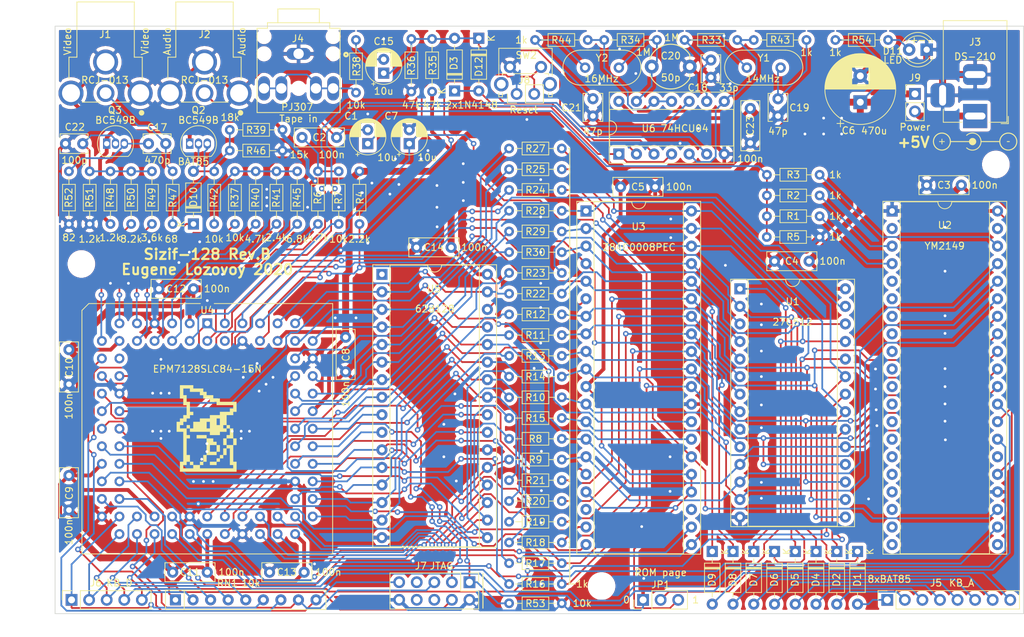
<source format=kicad_pcb>
(kicad_pcb (version 20171130) (host pcbnew "(5.1.4)-1")
  (layers (0 F.Cu signal) (31 B.Cu signal) (34 B.Paste user) (35 F.Paste user) (36 B.SilkS user) (37 F.SilkS user) (38 B.Mask user) (39 F.Mask user) (44 Edge.Cuts user))
  (net 0 "")
  (net 1 "Net-(C1-Pad1)")
  (net 2 +5V)
  (net 3 GND)
  (net 4 nRST)
  (net 5 "Net-(C18-Pad2)")
  (net 6 "Net-(C19-Pad2)")
  (net 7 TAPE_IN)
  (net 8 "Net-(D2-Pad2)")
  (net 9 A11)
  (net 10 A10)
  (net 11 A9)
  (net 12 A12)
  (net 13 "Net-(D6-Pad2)")
  (net 14 A13)
  (net 15 "Net-(D7-Pad2)")
  (net 16 A8)
  (net 17 "Net-(D8-Pad2)")
  (net 18 A14)
  (net 19 "Net-(D9-Pad2)")
  (net 20 A15)
  (net 21 "Net-(D10-Pad2)")
  (net 22 Csync)
  (net 23 TDI)
  (net 24 TMS)
  (net 25 TDO)
  (net 26 TCK)
  (net 27 KD4)
  (net 28 KD3)
  (net 29 KD2)
  (net 30 KD1)
  (net 31 KD0)
  (net 32 "Net-(JP1-Pad2)")
  (net 33 "Net-(R2-Pad1)")
  (net 34 "Net-(R3-Pad1)")
  (net 35 BEEPER)
  (net 36 VD0)
  (net 37 D0)
  (net 38 VD1)
  (net 39 D1)
  (net 40 VD2)
  (net 41 D2)
  (net 42 VD3)
  (net 43 D3)
  (net 44 VD4)
  (net 45 D4)
  (net 46 VD5)
  (net 47 D5)
  (net 48 VD6)
  (net 49 D6)
  (net 50 VD7)
  (net 51 D7)
  (net 52 VA0)
  (net 53 A0)
  (net 54 VA1)
  (net 55 A1)
  (net 56 VA2)
  (net 57 A2)
  (net 58 VA3)
  (net 59 A3)
  (net 60 VA4)
  (net 61 A4)
  (net 62 VA5)
  (net 63 A5)
  (net 64 VA6)
  (net 65 A6)
  (net 66 VA7)
  (net 67 A7)
  (net 68 VA8)
  (net 69 VA9)
  (net 70 VA10)
  (net 71 VA11)
  (net 72 VA12)
  (net 73 VA13)
  (net 74 Blue)
  (net 75 Red)
  (net 76 Green)
  (net 77 Bright)
  (net 78 TAPE_IN0)
  (net 79 CHROMA1)
  (net 80 CHROMA0)
  (net 81 nINT)
  (net 82 RA14)
  (net 83 nRD)
  (net 84 nROMCS)
  (net 85 AY_BC1)
  (net 86 AY_BDIR)
  (net 87 AY_CLK)
  (net 88 nIORQ)
  (net 89 nMREQ)
  (net 90 nRFSH)
  (net 91 nM1)
  (net 92 CLKCPU)
  (net 93 nWR)
  (net 94 nVWR)
  (net 95 VA15)
  (net 96 nVRD)
  (net 97 VA16)
  (net 98 VA14)
  (net 99 CLK14)
  (net 100 "Net-(C21-Pad2)")
  (net 101 "Net-(Q2-Pad3)")
  (net 102 TAPE_OUT)
  (net 103 "Net-(C22-Pad1)")
  (net 104 "Net-(D1-Pad2)")
  (net 105 "Net-(D5-Pad2)")
  (net 106 SOUND)
  (net 107 VIDEO)
  (net 108 "Net-(D4-Pad2)")
  (net 109 "Net-(R1-Pad1)")
  (net 110 "Net-(R33-Pad2)")
  (net 111 "Net-(R34-Pad2)")
  (net 112 "Net-(R37-Pad2)")
  (net 113 "Net-(D11-Pad2)")
  (net 114 "Net-(C2-Pad1)")
  (net 115 "Net-(D12-Pad2)")
  (net 116 "Net-(C17-Pad1)")
  (net 117 CLK16)
  (net 118 "Net-(J3-Pad1)")
  (net 119 "Net-(C15-Pad2)")
  (net 120 "Net-(C15-Pad1)")
  (net 121 "Net-(C20-Pad1)")
  (module my:C_Trim_D6.3mm_P5.50mm (layer F.Cu) (at 163.75 63.85)
    (fp_text reference C20 (at 1.25 -1.55) (layer F.SilkS))
    (fp_text value 50p)
    (fp_text user %V (at 1.25 1.6) (layer F.SilkS))
    (pad 1 thru_hole circle (at -1.5 0) (size 2 2) (drill 1) (layers *.Cu *.Mask) (net 121 "Net-(C20-Pad1)"))
    (pad 2 thru_hole circle (at 4 0) (size 2 2) (drill 1) (layers *.Cu *.Mask) (net 3 GND))
  )
  (module Package_DIP:DIP-14_W7.62mm_Socket (layer F.Cu) (at 157.5 76.5 90)
    (fp_text reference U6 (at 3.7 4.3 180) (layer F.SilkS))
    (fp_text value 74HCU04)
    (fp_text user %V (at 3.7 9.5 180) (layer F.SilkS))
    (pad 1 thru_hole rect (at 0 0 90) (size 1.6 1.6) (drill 0.8) (layers *.Cu *.Mask) (net 115 "Net-(D12-Pad2)"))
    (pad 8 thru_hole oval (at 7.62 15.24 90) (size 1.6 1.6) (drill 0.8) (layers *.Cu *.Mask) (net 110 "Net-(R33-Pad2)"))
    (pad 2 thru_hole oval (at 0 2.54 90) (size 1.6 1.6) (drill 0.8) (layers *.Cu *.Mask) (net 78 TAPE_IN0))
    (pad 9 thru_hole oval (at 7.62 12.7 90) (size 1.6 1.6) (drill 0.8) (layers *.Cu *.Mask) (net 5 "Net-(C18-Pad2)"))
    (pad 3 thru_hole oval (at 0 5.08 90) (size 1.6 1.6) (drill 0.8) (layers *.Cu *.Mask) (net 120 "Net-(C15-Pad1)"))
    (pad 10 thru_hole oval (at 7.62 10.16 90) (size 1.6 1.6) (drill 0.8) (layers *.Cu *.Mask) (net 117 CLK16))
    (pad 4 thru_hole oval (at 0 7.62 90) (size 1.6 1.6) (drill 0.8) (layers *.Cu *.Mask) (net 115 "Net-(D12-Pad2)"))
    (pad 11 thru_hole oval (at 7.62 7.62 90) (size 1.6 1.6) (drill 0.8) (layers *.Cu *.Mask) (net 111 "Net-(R34-Pad2)"))
    (pad 5 thru_hole oval (at 0 10.16 90) (size 1.6 1.6) (drill 0.8) (layers *.Cu *.Mask) (net 110 "Net-(R33-Pad2)"))
    (pad 12 thru_hole oval (at 7.62 5.08 90) (size 1.6 1.6) (drill 0.8) (layers *.Cu *.Mask) (net 111 "Net-(R34-Pad2)"))
    (pad 6 thru_hole oval (at 0 12.7 90) (size 1.6 1.6) (drill 0.8) (layers *.Cu *.Mask) (net 99 CLK14))
    (pad 13 thru_hole oval (at 7.62 2.54 90) (size 1.6 1.6) (drill 0.8) (layers *.Cu *.Mask) (net 121 "Net-(C20-Pad1)"))
    (pad 7 thru_hole oval (at 0 15.24 90) (size 1.6 1.6) (drill 0.8) (layers *.Cu *.Mask) (net 3 GND))
    (pad 14 thru_hole oval (at 7.62 0 90) (size 1.6 1.6) (drill 0.8) (layers *.Cu *.Mask) (net 2 +5V))
  )
  (module Capacitor_THT:C_Disc_D7.0mm_W2.5mm_P5.00mm (layer F.Cu) (at 111.7 74.1)
    (fp_text reference C2 (at 2.5 0) (layer F.SilkS))
    (fp_text value 100n)
    (fp_text user %V (at 4.3 2.5) (layer F.SilkS))
    (pad 2 thru_hole circle (at 5 0) (size 1.6 1.6) (drill 0.8) (layers *.Cu *.Mask) (net 106 SOUND))
    (pad 1 thru_hole circle (at 0 0) (size 1.6 1.6) (drill 0.8) (layers *.Cu *.Mask) (net 114 "Net-(C2-Pad1)"))
  )
  (module Connector_PinHeader_2.54mm:PinHeader_1x02_P2.54mm_Vertical (layer F.Cu) (at 142.725 67.8 90)
    (fp_text reference J8 (at 2 1.1 180) (layer F.SilkS))
    (fp_text value Conn_01x02)
    (pad 1 thru_hole circle (at 0 0 90) (size 1.7 1.7) (drill 1) (layers *.Cu *.Mask) (net 3 GND))
    (pad 2 thru_hole oval (at 0 2.54 90) (size 1.7 1.7) (drill 1) (layers *.Cu *.Mask) (net 4 nRST))
  )
  (module Connector_PinHeader_2.54mm:PinHeader_1x02_P2.54mm_Vertical (layer F.Cu) (at 200.3 67.8)
    (fp_text reference J9 (at 0 -2.33) (layer F.SilkS))
    (fp_text value Conn_01x02)
    (fp_text user Power (at 0 4.8) (layer F.SilkS))
    (pad 2 thru_hole oval (at 0 2.54) (size 1.7 1.7) (drill 1) (layers *.Cu *.Mask) (net 118 "Net-(J3-Pad1)"))
    (pad 1 thru_hole rect (at 0 0) (size 1.7 1.7) (drill 1) (layers *.Cu *.Mask) (net 2 +5V))
  )
  (module Package_DIP:DIP-40_W15.24mm_Socket (layer F.Cu) (at 197 84.74)
    (fp_text reference U2 (at 7.62 2.06) (layer F.SilkS))
    (fp_text value YM2149)
    (fp_text user %V (at 7.6 5.06) (layer F.SilkS))
    (pad 1 thru_hole rect (at 0 0) (size 1.6 1.6) (drill 0.8) (layers *.Cu *.Mask) (net 3 GND))
    (pad 21 thru_hole oval (at 15.24 48.26) (size 1.6 1.6) (drill 0.8) (layers *.Cu *.Mask))
    (pad 2 thru_hole oval (at 0 2.54) (size 1.6 1.6) (drill 0.8) (layers *.Cu *.Mask))
    (pad 22 thru_hole oval (at 15.24 45.72) (size 1.6 1.6) (drill 0.8) (layers *.Cu *.Mask) (net 87 AY_CLK))
    (pad 3 thru_hole oval (at 0 5.08) (size 1.6 1.6) (drill 0.8) (layers *.Cu *.Mask) (net 33 "Net-(R2-Pad1)"))
    (pad 23 thru_hole oval (at 15.24 43.18) (size 1.6 1.6) (drill 0.8) (layers *.Cu *.Mask) (net 4 nRST))
    (pad 4 thru_hole oval (at 0 7.62) (size 1.6 1.6) (drill 0.8) (layers *.Cu *.Mask) (net 109 "Net-(R1-Pad1)"))
    (pad 24 thru_hole oval (at 15.24 40.64) (size 1.6 1.6) (drill 0.8) (layers *.Cu *.Mask) (net 3 GND))
    (pad 5 thru_hole oval (at 0 10.16) (size 1.6 1.6) (drill 0.8) (layers *.Cu *.Mask))
    (pad 25 thru_hole oval (at 15.24 38.1) (size 1.6 1.6) (drill 0.8) (layers *.Cu *.Mask) (net 2 +5V))
    (pad 6 thru_hole oval (at 0 12.7) (size 1.6 1.6) (drill 0.8) (layers *.Cu *.Mask))
    (pad 26 thru_hole oval (at 15.24 35.56) (size 1.6 1.6) (drill 0.8) (layers *.Cu *.Mask))
    (pad 7 thru_hole oval (at 0 15.24) (size 1.6 1.6) (drill 0.8) (layers *.Cu *.Mask))
    (pad 27 thru_hole oval (at 15.24 33.02) (size 1.6 1.6) (drill 0.8) (layers *.Cu *.Mask) (net 86 AY_BDIR))
    (pad 8 thru_hole oval (at 0 17.78) (size 1.6 1.6) (drill 0.8) (layers *.Cu *.Mask))
    (pad 28 thru_hole oval (at 15.24 30.48) (size 1.6 1.6) (drill 0.8) (layers *.Cu *.Mask) (net 2 +5V))
    (pad 9 thru_hole oval (at 0 20.32) (size 1.6 1.6) (drill 0.8) (layers *.Cu *.Mask))
    (pad 29 thru_hole oval (at 15.24 27.94) (size 1.6 1.6) (drill 0.8) (layers *.Cu *.Mask) (net 85 AY_BC1))
    (pad 10 thru_hole oval (at 0 22.86) (size 1.6 1.6) (drill 0.8) (layers *.Cu *.Mask))
    (pad 30 thru_hole oval (at 15.24 25.4) (size 1.6 1.6) (drill 0.8) (layers *.Cu *.Mask) (net 51 D7))
    (pad 11 thru_hole oval (at 0 25.4) (size 1.6 1.6) (drill 0.8) (layers *.Cu *.Mask))
    (pad 31 thru_hole oval (at 15.24 22.86) (size 1.6 1.6) (drill 0.8) (layers *.Cu *.Mask) (net 49 D6))
    (pad 12 thru_hole oval (at 0 27.94) (size 1.6 1.6) (drill 0.8) (layers *.Cu *.Mask))
    (pad 32 thru_hole oval (at 15.24 20.32) (size 1.6 1.6) (drill 0.8) (layers *.Cu *.Mask) (net 47 D5))
    (pad 13 thru_hole oval (at 0 30.48) (size 1.6 1.6) (drill 0.8) (layers *.Cu *.Mask))
    (pad 33 thru_hole oval (at 15.24 17.78) (size 1.6 1.6) (drill 0.8) (layers *.Cu *.Mask) (net 45 D4))
    (pad 14 thru_hole oval (at 0 33.02) (size 1.6 1.6) (drill 0.8) (layers *.Cu *.Mask))
    (pad 34 thru_hole oval (at 15.24 15.24) (size 1.6 1.6) (drill 0.8) (layers *.Cu *.Mask) (net 43 D3))
    (pad 15 thru_hole oval (at 0 35.56) (size 1.6 1.6) (drill 0.8) (layers *.Cu *.Mask))
    (pad 35 thru_hole oval (at 15.24 12.7) (size 1.6 1.6) (drill 0.8) (layers *.Cu *.Mask) (net 41 D2))
    (pad 16 thru_hole oval (at 0 38.1) (size 1.6 1.6) (drill 0.8) (layers *.Cu *.Mask))
    (pad 36 thru_hole oval (at 15.24 10.16) (size 1.6 1.6) (drill 0.8) (layers *.Cu *.Mask) (net 39 D1))
    (pad 17 thru_hole oval (at 0 40.64) (size 1.6 1.6) (drill 0.8) (layers *.Cu *.Mask))
    (pad 37 thru_hole oval (at 15.24 7.62) (size 1.6 1.6) (drill 0.8) (layers *.Cu *.Mask) (net 37 D0))
    (pad 18 thru_hole oval (at 0 43.18) (size 1.6 1.6) (drill 0.8) (layers *.Cu *.Mask))
    (pad 38 thru_hole oval (at 15.24 5.08) (size 1.6 1.6) (drill 0.8) (layers *.Cu *.Mask) (net 34 "Net-(R3-Pad1)"))
    (pad 19 thru_hole oval (at 0 45.72) (size 1.6 1.6) (drill 0.8) (layers *.Cu *.Mask))
    (pad 39 thru_hole oval (at 15.24 2.54) (size 1.6 1.6) (drill 0.8) (layers *.Cu *.Mask))
    (pad 20 thru_hole oval (at 0 48.26) (size 1.6 1.6) (drill 0.8) (layers *.Cu *.Mask))
    (pad 40 thru_hole oval (at 15.24 0) (size 1.6 1.6) (drill 0.8) (layers *.Cu *.Mask) (net 2 +5V))
  )
  (module Capacitor_THT:CP_Radial_D5.0mm_P2.00mm (layer F.Cu) (at 123.5 64.8 90)
    (fp_text reference C15 (at 4.6 0 180) (layer F.SilkS))
    (fp_text value 10u)
    (fp_text user %V (at -2.6 0 180) (layer F.SilkS))
    (pad 2 thru_hole circle (at 2 0 90) (size 1.6 1.6) (drill 0.8) (layers *.Cu *.Mask) (net 119 "Net-(C15-Pad2)"))
    (pad 1 thru_hole rect (at 0 0 90) (size 1.6 1.6) (drill 0.8) (layers *.Cu *.Mask) (net 120 "Net-(C15-Pad1)"))
  )
  (module Capacitor_THT:CP_Radial_D5.0mm_P2.00mm (layer F.Cu) (at 127.2 75 90)
    (fp_text reference C7 (at 4 -2.6 180) (layer F.SilkS))
    (fp_text value 10u)
    (fp_text user %V (at -2 2.6 180) (layer F.SilkS))
    (pad 2 thru_hole circle (at 2 0 90) (size 1.6 1.6) (drill 0.8) (layers *.Cu *.Mask) (net 3 GND))
    (pad 1 thru_hole rect (at 0 0 90) (size 1.6 1.6) (drill 0.8) (layers *.Cu *.Mask) (net 4 nRST))
  )
  (module Capacitor_THT:CP_Radial_D5.0mm_P2.00mm (layer F.Cu) (at 121.2 75 90)
    (fp_text reference C1 (at 4 -2.4 180) (layer F.SilkS))
    (fp_text value 10u)
    (fp_text user %V (at -2 2.8 180) (layer F.SilkS))
    (pad 2 thru_hole circle (at 2 0 90) (size 1.6 1.6) (drill 0.8) (layers *.Cu *.Mask) (net 106 SOUND))
    (pad 1 thru_hole rect (at 0 0 90) (size 1.6 1.6) (drill 0.8) (layers *.Cu *.Mask) (net 1 "Net-(C1-Pad1)"))
  )
  (module Button_Switch_THT:SW_Tactile_SPST_Angled_PTS645Vx83-2LFS (layer F.Cu) (at 141.75 63.9)
    (fp_text reference SW2 (at 2.35 -1.7) (layer F.SilkS))
    (fp_text value SW_Push)
    (fp_text user Reset (at 2 6.2) (layer F.SilkS))
    (pad "" thru_hole circle (at 5.76 2.49) (size 2.1 2.1) (drill 1.3) (layers *.Cu *.Mask))
    (pad 2 thru_hole circle (at 4.5 0) (size 1.75 1.75) (drill 0.99) (layers *.Cu *.Mask) (net 4 nRST))
    (pad 1 thru_hole circle (at 0 0) (size 1.75 1.75) (drill 0.99) (layers *.Cu *.Mask) (net 3 GND))
    (pad "" thru_hole circle (at -1.25 2.49) (size 2.1 2.1) (drill 1.3) (layers *.Cu *.Mask))
  )
  (module Diode_THT:D_DO-35_SOD27_P7.62mm_Horizontal (layer F.Cu) (at 137.25 59.75 270)
    (fp_text reference D12 (at 4.12 0 90) (layer F.SilkS))
    (fp_text value 1N4148)
    (fp_text user K (at 0 -1.8 90) (layer F.SilkS))
    (fp_text user 2x%V (at 9.65 1.05) (layer F.SilkS))
    (pad 1 thru_hole rect (at 0 0 270) (size 1.6 1.6) (drill 0.8) (layers *.Cu *.Mask) (net 120 "Net-(C15-Pad1)"))
    (pad 2 thru_hole oval (at 7.62 0 270) (size 1.6 1.6) (drill 0.8) (layers *.Cu *.Mask) (net 115 "Net-(D12-Pad2)"))
  )
  (module Package_DIP:DIP-32_W15.24mm_Socket (layer F.Cu) (at 123.25 93.9)
    (fp_text reference U5 (at 7.5 2.1) (layer F.SilkS))
    (fp_text value 628128)
    (fp_text user %V (at 7.65 5) (layer F.SilkS))
    (pad 1 thru_hole rect (at 0 0) (size 1.6 1.6) (drill 0.8) (layers *.Cu *.Mask))
    (pad 17 thru_hole oval (at 15.24 38.1) (size 1.6 1.6) (drill 0.8) (layers *.Cu *.Mask) (net 48 VD6))
    (pad 2 thru_hole oval (at 0 2.54) (size 1.6 1.6) (drill 0.8) (layers *.Cu *.Mask) (net 70 VA10))
    (pad 18 thru_hole oval (at 15.24 35.56) (size 1.6 1.6) (drill 0.8) (layers *.Cu *.Mask) (net 40 VD2))
    (pad 3 thru_hole oval (at 0 5.08) (size 1.6 1.6) (drill 0.8) (layers *.Cu *.Mask) (net 69 VA9))
    (pad 19 thru_hole oval (at 15.24 33.02) (size 1.6 1.6) (drill 0.8) (layers *.Cu *.Mask) (net 50 VD7))
    (pad 4 thru_hole oval (at 0 7.62) (size 1.6 1.6) (drill 0.8) (layers *.Cu *.Mask) (net 68 VA8))
    (pad 20 thru_hole oval (at 15.24 30.48) (size 1.6 1.6) (drill 0.8) (layers *.Cu *.Mask) (net 36 VD0))
    (pad 5 thru_hole oval (at 0 10.16) (size 1.6 1.6) (drill 0.8) (layers *.Cu *.Mask) (net 71 VA11))
    (pad 21 thru_hole oval (at 15.24 27.94) (size 1.6 1.6) (drill 0.8) (layers *.Cu *.Mask) (net 38 VD1))
    (pad 6 thru_hole oval (at 0 12.7) (size 1.6 1.6) (drill 0.8) (layers *.Cu *.Mask) (net 72 VA12))
    (pad 22 thru_hole oval (at 15.24 25.4) (size 1.6 1.6) (drill 0.8) (layers *.Cu *.Mask) (net 3 GND))
    (pad 7 thru_hole oval (at 0 15.24) (size 1.6 1.6) (drill 0.8) (layers *.Cu *.Mask) (net 73 VA13))
    (pad 23 thru_hole oval (at 15.24 22.86) (size 1.6 1.6) (drill 0.8) (layers *.Cu *.Mask) (net 97 VA16))
    (pad 8 thru_hole oval (at 0 17.78) (size 1.6 1.6) (drill 0.8) (layers *.Cu *.Mask) (net 66 VA7))
    (pad 24 thru_hole oval (at 15.24 20.32) (size 1.6 1.6) (drill 0.8) (layers *.Cu *.Mask) (net 96 nVRD))
    (pad 9 thru_hole oval (at 0 20.32) (size 1.6 1.6) (drill 0.8) (layers *.Cu *.Mask) (net 95 VA15))
    (pad 25 thru_hole oval (at 15.24 17.78) (size 1.6 1.6) (drill 0.8) (layers *.Cu *.Mask) (net 62 VA5))
    (pad 10 thru_hole oval (at 0 22.86) (size 1.6 1.6) (drill 0.8) (layers *.Cu *.Mask) (net 98 VA14))
    (pad 26 thru_hole oval (at 15.24 15.24) (size 1.6 1.6) (drill 0.8) (layers *.Cu *.Mask) (net 60 VA4))
    (pad 11 thru_hole oval (at 0 25.4) (size 1.6 1.6) (drill 0.8) (layers *.Cu *.Mask) (net 54 VA1))
    (pad 27 thru_hole oval (at 15.24 12.7) (size 1.6 1.6) (drill 0.8) (layers *.Cu *.Mask) (net 58 VA3))
    (pad 12 thru_hole oval (at 0 27.94) (size 1.6 1.6) (drill 0.8) (layers *.Cu *.Mask) (net 52 VA0))
    (pad 28 thru_hole oval (at 15.24 10.16) (size 1.6 1.6) (drill 0.8) (layers *.Cu *.Mask) (net 56 VA2))
    (pad 13 thru_hole oval (at 0 30.48) (size 1.6 1.6) (drill 0.8) (layers *.Cu *.Mask) (net 44 VD4))
    (pad 29 thru_hole oval (at 15.24 7.62) (size 1.6 1.6) (drill 0.8) (layers *.Cu *.Mask) (net 94 nVWR))
    (pad 14 thru_hole oval (at 0 33.02) (size 1.6 1.6) (drill 0.8) (layers *.Cu *.Mask) (net 42 VD3))
    (pad 30 thru_hole oval (at 15.24 5.08) (size 1.6 1.6) (drill 0.8) (layers *.Cu *.Mask) (net 2 +5V))
    (pad 15 thru_hole oval (at 0 35.56) (size 1.6 1.6) (drill 0.8) (layers *.Cu *.Mask) (net 46 VD5))
    (pad 31 thru_hole oval (at 15.24 2.54) (size 1.6 1.6) (drill 0.8) (layers *.Cu *.Mask) (net 64 VA6))
    (pad 16 thru_hole oval (at 0 38.1) (size 1.6 1.6) (drill 0.8) (layers *.Cu *.Mask) (net 3 GND))
    (pad 32 thru_hole oval (at 15.24 0) (size 1.6 1.6) (drill 0.8) (layers *.Cu *.Mask) (net 2 +5V))
  )
  (module Capacitor_THT:CP_Radial_D10.0mm_P3.80mm (layer F.Cu) (at 192.4 69 90)
    (fp_text reference C6 (at -4.1 -1.7 180) (layer F.SilkS))
    (fp_text value 470u)
    (fp_text user %V (at -4.15 2 180) (layer F.SilkS))
    (pad 2 thru_hole circle (at 3.8 0 90) (size 2 2) (drill 1) (layers *.Cu *.Mask) (net 3 GND))
    (pad 1 thru_hole rect (at 0 0 90) (size 2 2) (drill 1) (layers *.Cu *.Mask) (net 2 +5V))
  )
  (module Resistor_THT:R_Axial_DIN0204_L3.6mm_D1.6mm_P7.62mm_Horizontal (layer F.Cu) (at 188.8 60)
    (fp_text reference R54 (at 3.8 0) (layer F.SilkS))
    (fp_text value 1k)
    (fp_text user %V (at 0 1.8) (layer F.SilkS))
    (pad 2 thru_hole oval (at 7.62 0) (size 1.4 1.4) (drill 0.7) (layers *.Cu *.Mask) (net 113 "Net-(D11-Pad2)"))
    (pad 1 thru_hole circle (at 0 0) (size 1.4 1.4) (drill 0.7) (layers *.Cu *.Mask) (net 2 +5V))
  )
  (module LED_THT:LED_D4.0mm (layer F.Cu) (at 202 61.4 180)
    (fp_text reference D11 (at 4.9 -0.2 180) (layer F.SilkS))
    (fp_text value LED)
    (fp_text user - (at 0.7 1.4 180) (layer F.SilkS))
    (fp_text user + (at 1.8 1.4 180) (layer F.SilkS))
    (fp_text user %V (at 4.9 -1.5 180) (layer F.SilkS))
    (pad 1 thru_hole rect (at 0 0 180) (size 1.8 1.8) (drill 0.9) (layers *.Cu *.Mask) (net 3 GND))
    (pad 2 thru_hole circle (at 2.54 0 180) (size 1.8 1.8) (drill 0.9) (layers *.Cu *.Mask) (net 113 "Net-(D11-Pad2)"))
  )
  (module my:dc_center_positive_big (layer F.Cu) (at 209 74.7 180)
    (fp_text reference LOGO2 hide)
    (fp_text value logo hide)
  )
  (module my:black-mage2 (layer F.Cu) (at 97.9 116.2)
    (fp_text reference LOGO1 hide)
    (fp_text value logo hide)
  )
  (module Package_DIP:DIP-28_W15.24mm_Socket (layer F.Cu) (at 175 96)
    (fp_text reference U1 (at 7.62 1.85) (layer F.SilkS))
    (fp_text value 27C512)
    (fp_text user %V (at 7.6 4.8) (layer F.SilkS))
    (pad 1 thru_hole rect (at 0 0) (size 1.6 1.6) (drill 0.8) (layers *.Cu *.Mask) (net 32 "Net-(JP1-Pad2)"))
    (pad 15 thru_hole oval (at 15.24 33.02) (size 1.6 1.6) (drill 0.8) (layers *.Cu *.Mask) (net 43 D3))
    (pad 2 thru_hole oval (at 0 2.54) (size 1.6 1.6) (drill 0.8) (layers *.Cu *.Mask) (net 12 A12))
    (pad 16 thru_hole oval (at 15.24 30.48) (size 1.6 1.6) (drill 0.8) (layers *.Cu *.Mask) (net 45 D4))
    (pad 3 thru_hole oval (at 0 5.08) (size 1.6 1.6) (drill 0.8) (layers *.Cu *.Mask) (net 67 A7))
    (pad 17 thru_hole oval (at 15.24 27.94) (size 1.6 1.6) (drill 0.8) (layers *.Cu *.Mask) (net 47 D5))
    (pad 4 thru_hole oval (at 0 7.62) (size 1.6 1.6) (drill 0.8) (layers *.Cu *.Mask) (net 65 A6))
    (pad 18 thru_hole oval (at 15.24 25.4) (size 1.6 1.6) (drill 0.8) (layers *.Cu *.Mask) (net 49 D6))
    (pad 5 thru_hole oval (at 0 10.16) (size 1.6 1.6) (drill 0.8) (layers *.Cu *.Mask) (net 63 A5))
    (pad 19 thru_hole oval (at 15.24 22.86) (size 1.6 1.6) (drill 0.8) (layers *.Cu *.Mask) (net 51 D7))
    (pad 6 thru_hole oval (at 0 12.7) (size 1.6 1.6) (drill 0.8) (layers *.Cu *.Mask) (net 61 A4))
    (pad 20 thru_hole oval (at 15.24 20.32) (size 1.6 1.6) (drill 0.8) (layers *.Cu *.Mask) (net 84 nROMCS))
    (pad 7 thru_hole oval (at 0 15.24) (size 1.6 1.6) (drill 0.8) (layers *.Cu *.Mask) (net 59 A3))
    (pad 21 thru_hole oval (at 15.24 17.78) (size 1.6 1.6) (drill 0.8) (layers *.Cu *.Mask) (net 10 A10))
    (pad 8 thru_hole oval (at 0 17.78) (size 1.6 1.6) (drill 0.8) (layers *.Cu *.Mask) (net 57 A2))
    (pad 22 thru_hole oval (at 15.24 15.24) (size 1.6 1.6) (drill 0.8) (layers *.Cu *.Mask) (net 83 nRD))
    (pad 9 thru_hole oval (at 0 20.32) (size 1.6 1.6) (drill 0.8) (layers *.Cu *.Mask) (net 55 A1))
    (pad 23 thru_hole oval (at 15.24 12.7) (size 1.6 1.6) (drill 0.8) (layers *.Cu *.Mask) (net 9 A11))
    (pad 10 thru_hole oval (at 0 22.86) (size 1.6 1.6) (drill 0.8) (layers *.Cu *.Mask) (net 53 A0))
    (pad 24 thru_hole oval (at 15.24 10.16) (size 1.6 1.6) (drill 0.8) (layers *.Cu *.Mask) (net 11 A9))
    (pad 11 thru_hole oval (at 0 25.4) (size 1.6 1.6) (drill 0.8) (layers *.Cu *.Mask) (net 37 D0))
    (pad 25 thru_hole oval (at 15.24 7.62) (size 1.6 1.6) (drill 0.8) (layers *.Cu *.Mask) (net 16 A8))
    (pad 12 thru_hole oval (at 0 27.94) (size 1.6 1.6) (drill 0.8) (layers *.Cu *.Mask) (net 39 D1))
    (pad 26 thru_hole oval (at 15.24 5.08) (size 1.6 1.6) (drill 0.8) (layers *.Cu *.Mask) (net 14 A13))
    (pad 13 thru_hole oval (at 0 30.48) (size 1.6 1.6) (drill 0.8) (layers *.Cu *.Mask) (net 41 D2))
    (pad 27 thru_hole oval (at 15.24 2.54) (size 1.6 1.6) (drill 0.8) (layers *.Cu *.Mask) (net 82 RA14))
    (pad 14 thru_hole oval (at 0 33.02) (size 1.6 1.6) (drill 0.8) (layers *.Cu *.Mask) (net 3 GND))
    (pad 28 thru_hole oval (at 15.24 0) (size 1.6 1.6) (drill 0.8) (layers *.Cu *.Mask) (net 2 +5V))
  )
  (module Resistor_THT:R_Axial_DIN0204_L3.6mm_D1.6mm_P7.62mm_Horizontal (layer F.Cu) (at 186.5 88.5 180)
    (fp_text reference R5 (at 3.8 0) (layer F.SilkS))
    (fp_text value 1k)
    (fp_text user %V (at -2.3 0 180) (layer F.SilkS))
    (pad 2 thru_hole oval (at 7.62 0 180) (size 1.4 1.4) (drill 0.7) (layers *.Cu *.Mask) (net 1 "Net-(C1-Pad1)"))
    (pad 1 thru_hole circle (at 0 0 180) (size 1.4 1.4) (drill 0.7) (layers *.Cu *.Mask) (net 3 GND))
  )
  (module Resistor_THT:R_Axial_DIN0204_L3.6mm_D1.6mm_P7.62mm_Horizontal (layer F.Cu) (at 120 86.62 90)
    (fp_text reference R4 (at 3.82 0.1 90) (layer F.SilkS))
    (fp_text value 2.2k)
    (fp_text user %V (at -2.18 0 180) (layer F.SilkS))
    (pad 2 thru_hole oval (at 7.62 0 90) (size 1.4 1.4) (drill 0.7) (layers *.Cu *.Mask) (net 2 +5V))
    (pad 1 thru_hole circle (at 0 0 90) (size 1.4 1.4) (drill 0.7) (layers *.Cu *.Mask) (net 92 CLKCPU))
  )
  (module Package_LCC:PLCC-84_THT-Socket (layer F.Cu) (at 98 101)
    (fp_text reference U4 (at 0 -1.9) (layer F.SilkS))
    (fp_text value EPM7128SLC84-15N)
    (fp_text user %V (at 0 6.6) (layer F.SilkS))
    (pad 72 thru_hole circle (at 15.24 5.08) (size 1.4224 1.4224) (drill 0.8) (layers *.Cu *.Mask) (net 3 GND))
    (pad 70 thru_hole circle (at 15.24 7.62) (size 1.4224 1.4224) (drill 0.8) (layers *.Cu *.Mask) (net 71 VA11))
    (pad 68 thru_hole circle (at 15.24 10.16) (size 1.4224 1.4224) (drill 0.8) (layers *.Cu *.Mask) (net 56 VA2))
    (pad 66 thru_hole circle (at 15.24 12.7) (size 1.4224 1.4224) (drill 0.8) (layers *.Cu *.Mask) (net 2 +5V))
    (pad 64 thru_hole circle (at 15.24 15.24) (size 1.4224 1.4224) (drill 0.8) (layers *.Cu *.Mask) (net 95 VA15))
    (pad 62 thru_hole circle (at 15.24 17.78) (size 1.4224 1.4224) (drill 0.8) (layers *.Cu *.Mask) (net 26 TCK))
    (pad 60 thru_hole circle (at 15.24 20.32) (size 1.4224 1.4224) (drill 0.8) (layers *.Cu *.Mask) (net 54 VA1))
    (pad 58 thru_hole circle (at 15.24 22.86) (size 1.4224 1.4224) (drill 0.8) (layers *.Cu *.Mask) (net 52 VA0))
    (pad 56 thru_hole circle (at 15.24 25.4) (size 1.4224 1.4224) (drill 0.8) (layers *.Cu *.Mask) (net 42 VD3))
    (pad 54 thru_hole circle (at 15.24 27.94) (size 1.4224 1.4224) (drill 0.8) (layers *.Cu *.Mask) (net 46 VD5))
    (pad 73 thru_hole circle (at 12.7 5.08) (size 1.4224 1.4224) (drill 0.8) (layers *.Cu *.Mask) (net 94 nVWR))
    (pad 71 thru_hole circle (at 12.7 7.62) (size 1.4224 1.4224) (drill 0.8) (layers *.Cu *.Mask) (net 25 TDO))
    (pad 69 thru_hole circle (at 12.7 10.16) (size 1.4224 1.4224) (drill 0.8) (layers *.Cu *.Mask) (net 72 VA12))
    (pad 67 thru_hole circle (at 12.7 12.7) (size 1.4224 1.4224) (drill 0.8) (layers *.Cu *.Mask) (net 73 VA13))
    (pad 65 thru_hole circle (at 12.7 15.24) (size 1.4224 1.4224) (drill 0.8) (layers *.Cu *.Mask) (net 66 VA7))
    (pad 63 thru_hole circle (at 12.7 17.78) (size 1.4224 1.4224) (drill 0.8) (layers *.Cu *.Mask) (net 58 VA3))
    (pad 61 thru_hole circle (at 12.7 20.32) (size 1.4224 1.4224) (drill 0.8) (layers *.Cu *.Mask) (net 98 VA14))
    (pad 59 thru_hole circle (at 12.7 22.86) (size 1.4224 1.4224) (drill 0.8) (layers *.Cu *.Mask) (net 3 GND))
    (pad 57 thru_hole circle (at 12.7 25.4) (size 1.4224 1.4224) (drill 0.8) (layers *.Cu *.Mask) (net 44 VD4))
    (pad 55 thru_hole circle (at 12.7 27.94) (size 1.4224 1.4224) (drill 0.8) (layers *.Cu *.Mask) (net 48 VD6))
    (pad 53 thru_hole circle (at 12.7 30.48) (size 1.4224 1.4224) (drill 0.8) (layers *.Cu *.Mask) (net 2 +5V))
    (pad 51 thru_hole circle (at 10.16 30.48) (size 1.4224 1.4224) (drill 0.8) (layers *.Cu *.Mask) (net 50 VD7))
    (pad 49 thru_hole circle (at 7.62 30.48) (size 1.4224 1.4224) (drill 0.8) (layers *.Cu *.Mask) (net 38 VD1))
    (pad 47 thru_hole circle (at 5.08 30.48) (size 1.4224 1.4224) (drill 0.8) (layers *.Cu *.Mask) (net 3 GND))
    (pad 45 thru_hole circle (at 2.54 30.48) (size 1.4224 1.4224) (drill 0.8) (layers *.Cu *.Mask) (net 96 nVRD))
    (pad 43 thru_hole circle (at 0 30.48) (size 1.4224 1.4224) (drill 0.8) (layers *.Cu *.Mask) (net 2 +5V))
    (pad 41 thru_hole circle (at -2.54 30.48) (size 1.4224 1.4224) (drill 0.8) (layers *.Cu *.Mask) (net 87 AY_CLK))
    (pad 39 thru_hole circle (at -5.08 30.48) (size 1.4224 1.4224) (drill 0.8) (layers *.Cu *.Mask) (net 85 AY_BC1))
    (pad 37 thru_hole circle (at -7.62 30.48) (size 1.4224 1.4224) (drill 0.8) (layers *.Cu *.Mask) (net 27 KD4))
    (pad 35 thru_hole circle (at -10.16 30.48) (size 1.4224 1.4224) (drill 0.8) (layers *.Cu *.Mask) (net 28 KD3))
    (pad 33 thru_hole circle (at -12.7 30.48) (size 1.4224 1.4224) (drill 0.8) (layers *.Cu *.Mask) (net 30 KD1))
    (pad 52 thru_hole circle (at 10.16 27.94) (size 1.4224 1.4224) (drill 0.8) (layers *.Cu *.Mask) (net 40 VD2))
    (pad 50 thru_hole circle (at 7.62 27.94) (size 1.4224 1.4224) (drill 0.8) (layers *.Cu *.Mask) (net 36 VD0))
    (pad 48 thru_hole circle (at 5.08 27.94) (size 1.4224 1.4224) (drill 0.8) (layers *.Cu *.Mask) (net 97 VA16))
    (pad 46 thru_hole circle (at 2.54 27.94) (size 1.4224 1.4224) (drill 0.8) (layers *.Cu *.Mask) (net 62 VA5))
    (pad 44 thru_hole circle (at 0 27.94) (size 1.4224 1.4224) (drill 0.8) (layers *.Cu *.Mask) (net 60 VA4))
    (pad 42 thru_hole circle (at -2.54 27.94) (size 1.4224 1.4224) (drill 0.8) (layers *.Cu *.Mask) (net 3 GND))
    (pad 40 thru_hole circle (at -5.08 27.94) (size 1.4224 1.4224) (drill 0.8) (layers *.Cu *.Mask) (net 86 AY_BDIR))
    (pad 38 thru_hole circle (at -7.62 27.94) (size 1.4224 1.4224) (drill 0.8) (layers *.Cu *.Mask) (net 2 +5V))
    (pad 36 thru_hole circle (at -10.16 27.94) (size 1.4224 1.4224) (drill 0.8) (layers *.Cu *.Mask) (net 29 KD2))
    (pad 34 thru_hole circle (at -12.7 27.94) (size 1.4224 1.4224) (drill 0.8) (layers *.Cu *.Mask) (net 31 KD0))
    (pad 32 thru_hole circle (at -15.24 27.94) (size 1.4224 1.4224) (drill 0.8) (layers *.Cu *.Mask) (net 3 GND))
    (pad 30 thru_hole circle (at -15.24 25.4) (size 1.4224 1.4224) (drill 0.8) (layers *.Cu *.Mask) (net 84 nROMCS))
    (pad 28 thru_hole circle (at -15.24 22.86) (size 1.4224 1.4224) (drill 0.8) (layers *.Cu *.Mask) (net 53 A0))
    (pad 26 thru_hole circle (at -15.24 20.32) (size 1.4224 1.4224) (drill 0.8) (layers *.Cu *.Mask) (net 2 +5V))
    (pad 24 thru_hole circle (at -15.24 17.78) (size 1.4224 1.4224) (drill 0.8) (layers *.Cu *.Mask) (net 88 nIORQ))
    (pad 22 thru_hole circle (at -15.24 15.24) (size 1.4224 1.4224) (drill 0.8) (layers *.Cu *.Mask) (net 91 nM1))
    (pad 20 thru_hole circle (at -15.24 12.7) (size 1.4224 1.4224) (drill 0.8) (layers *.Cu *.Mask) (net 90 nRFSH))
    (pad 18 thru_hole circle (at -15.24 10.16) (size 1.4224 1.4224) (drill 0.8) (layers *.Cu *.Mask) (net 81 nINT))
    (pad 16 thru_hole circle (at -15.24 7.62) (size 1.4224 1.4224) (drill 0.8) (layers *.Cu *.Mask) (net 20 A15))
    (pad 14 thru_hole circle (at -15.24 5.08) (size 1.4224 1.4224) (drill 0.8) (layers *.Cu *.Mask) (net 23 TDI))
    (pad 12 thru_hole circle (at -15.24 2.54) (size 1.4224 1.4224) (drill 0.8) (layers *.Cu *.Mask) (net 80 CHROMA0))
    (pad 31 thru_hole circle (at -12.7 25.4) (size 1.4224 1.4224) (drill 0.8) (layers *.Cu *.Mask) (net 83 nRD))
    (pad 29 thru_hole circle (at -12.7 22.86) (size 1.4224 1.4224) (drill 0.8) (layers *.Cu *.Mask) (net 93 nWR))
    (pad 27 thru_hole circle (at -12.7 20.32) (size 1.4224 1.4224) (drill 0.8) (layers *.Cu *.Mask) (net 55 A1))
    (pad 25 thru_hole circle (at -12.7 17.78) (size 1.4224 1.4224) (drill 0.8) (layers *.Cu *.Mask) (net 89 nMREQ))
    (pad 23 thru_hole circle (at -12.7 15.24) (size 1.4224 1.4224) (drill 0.8) (layers *.Cu *.Mask) (net 24 TMS))
    (pad 21 thru_hole circle (at -12.7 12.7) (size 1.4224 1.4224) (drill 0.8) (layers *.Cu *.Mask) (net 92 CLKCPU))
    (pad 19 thru_hole circle (at -12.7 10.16) (size 1.4224 1.4224) (drill 0.8) (layers *.Cu *.Mask) (net 3 GND))
    (pad 17 thru_hole circle (at -12.7 7.62) (size 1.4224 1.4224) (drill 0.8) (layers *.Cu *.Mask) (net 18 A14))
    (pad 15 thru_hole circle (at -12.7 5.08) (size 1.4224 1.4224) (drill 0.8) (layers *.Cu *.Mask))
    (pad 13 thru_hole circle (at -12.7 2.54) (size 1.4224 1.4224) (drill 0.8) (layers *.Cu *.Mask) (net 2 +5V))
    (pad 75 thru_hole circle (at 12.7 0) (size 1.4224 1.4224) (drill 0.8) (layers *.Cu *.Mask) (net 70 VA10))
    (pad 77 thru_hole circle (at 10.16 0) (size 1.4224 1.4224) (drill 0.8) (layers *.Cu *.Mask) (net 64 VA6))
    (pad 79 thru_hole circle (at 7.62 0) (size 1.4224 1.4224) (drill 0.8) (layers *.Cu *.Mask) (net 78 TAPE_IN0))
    (pad 81 thru_hole circle (at 5.08 0) (size 1.4224 1.4224) (drill 0.8) (layers *.Cu *.Mask) (net 102 TAPE_OUT))
    (pad 83 thru_hole circle (at 2.54 0) (size 1.4224 1.4224) (drill 0.8) (layers *.Cu *.Mask) (net 99 CLK14))
    (pad 11 thru_hole circle (at -12.7 0) (size 1.4224 1.4224) (drill 0.8) (layers *.Cu *.Mask) (net 79 CHROMA1))
    (pad 9 thru_hole circle (at -10.16 0) (size 1.4224 1.4224) (drill 0.8) (layers *.Cu *.Mask) (net 22 Csync))
    (pad 7 thru_hole circle (at -7.62 0) (size 1.4224 1.4224) (drill 0.8) (layers *.Cu *.Mask) (net 3 GND))
    (pad 5 thru_hole circle (at -5.08 0) (size 1.4224 1.4224) (drill 0.8) (layers *.Cu *.Mask) (net 76 Green))
    (pad 3 thru_hole circle (at -2.54 0) (size 1.4224 1.4224) (drill 0.8) (layers *.Cu *.Mask) (net 2 +5V))
    (pad 1 thru_hole rect (at 0 0) (size 1.4224 1.4224) (drill 0.8) (layers *.Cu *.Mask) (net 4 nRST))
    (pad 74 thru_hole circle (at 15.24 2.54) (size 1.4224 1.4224) (drill 0.8) (layers *.Cu *.Mask) (net 68 VA8))
    (pad 76 thru_hole circle (at 12.7 2.54) (size 1.4224 1.4224) (drill 0.8) (layers *.Cu *.Mask) (net 69 VA9))
    (pad 78 thru_hole circle (at 10.16 2.54) (size 1.4224 1.4224) (drill 0.8) (layers *.Cu *.Mask) (net 2 +5V))
    (pad 80 thru_hole circle (at 7.62 2.54) (size 1.4224 1.4224) (drill 0.8) (layers *.Cu *.Mask) (net 82 RA14))
    (pad 82 thru_hole circle (at 5.08 2.54) (size 1.4224 1.4224) (drill 0.8) (layers *.Cu *.Mask) (net 3 GND))
    (pad 84 thru_hole circle (at 2.54 2.54) (size 1.4224 1.4224) (drill 0.8) (layers *.Cu *.Mask))
    (pad 10 thru_hole circle (at -10.16 2.54) (size 1.4224 1.4224) (drill 0.8) (layers *.Cu *.Mask) (net 74 Blue))
    (pad 8 thru_hole circle (at -7.62 2.54) (size 1.4224 1.4224) (drill 0.8) (layers *.Cu *.Mask) (net 75 Red))
    (pad 6 thru_hole circle (at -5.08 2.54) (size 1.4224 1.4224) (drill 0.8) (layers *.Cu *.Mask) (net 77 Bright))
    (pad 4 thru_hole circle (at -2.54 2.54) (size 1.4224 1.4224) (drill 0.8) (layers *.Cu *.Mask) (net 35 BEEPER))
    (pad 2 thru_hole circle (at 0 2.54) (size 1.4224 1.4224) (drill 0.8) (layers *.Cu *.Mask) (net 117 CLK16))
  )
  (module my:CUI_RCJ-013 (layer F.Cu) (at 97.6 63.2)
    (fp_text reference J2 (at 0 -4) (layer F.SilkS))
    (fp_text value RCJ-013 hide)
    (fp_text user %V (at 0 2.6) (layer F.SilkS))
    (fp_text user Audio (at -5.4 -3 90) (layer F.SilkS))
    (fp_text user Audio (at 5.4 -3 90) (layer F.SilkS))
    (pad 2 thru_hole circle (at 0 -0.0105 270) (size 3.616 3.616) (drill 2.6) (layers *.Cu *.Mask) (net 3 GND))
    (pad 2 thru_hole circle (at -5 4.4895 270) (size 3.616 3.616) (drill 2.6) (layers *.Cu *.Mask) (net 3 GND))
    (pad 2 thru_hole circle (at 5 4.4895 270) (size 3.616 3.616) (drill 2.6) (layers *.Cu *.Mask) (net 3 GND))
    (pad 1 thru_hole circle (at 0 4.4895 270) (size 2.55 2.55) (drill 1.7) (layers *.Cu *.Mask) (net 106 SOUND))
  )
  (module my:SWITCHCRAFT_35RAPC4BHN2 (layer F.Cu) (at 111.2 63 180)
    (fp_text reference J4 (at 0.1 3.2 180) (layer F.SilkS) (effects (font (size 1.00386 1.00386))))
    (fp_text value PJ307)
    (fp_text user "Tape in" (at 0 -8.4 180) (layer F.SilkS))
    (fp_text user %V (at 0.2 -6.7 180) (layer F.SilkS))
    (pad R thru_hole oval (at 5 -4 270) (size 3.5 1.7) (drill 1.5) (layers *.Cu *.Mask) (net 7 TAPE_IN))
    (pad T thru_hole oval (at -5 -4 270) (size 3.5 1.7) (drill 1.5) (layers *.Cu *.Mask) (net 7 TAPE_IN))
    (pad TN thru_hole oval (at -2.5 -4 270) (size 3.5 1.7) (drill 1.5) (layers *.Cu *.Mask) (net 7 TAPE_IN))
    (pad RN thru_hole oval (at 2.5 -4 270) (size 3.5 1.7) (drill 1.5) (layers *.Cu *.Mask) (net 7 TAPE_IN))
    (pad S thru_hole oval (at 0 1 180) (size 3.5 1.7) (drill 1.5) (layers *.Cu *.Mask) (net 3 GND))
    (pad "" np_thru_hole circle (at 0 -4 180) (size 1.2 1.2) (drill 1.2) (layers *.Cu *.Mask))
    (pad "" np_thru_hole circle (at -5 1 180) (size 1.2 1.2) (drill 1.2) (layers *.Cu *.Mask))
    (pad "" np_thru_hole circle (at -5 3.5 180) (size 1.2 1.2) (drill 1.2) (layers *.Cu *.Mask))
    (pad "" np_thru_hole circle (at 5 1 180) (size 1.2 1.2) (drill 1.2) (layers *.Cu *.Mask))
    (pad "" np_thru_hole circle (at 5 3.5 180) (size 1.2 1.2) (drill 1.2) (layers *.Cu *.Mask))
  )
  (module my:CUI_RCJ-013 (layer F.Cu) (at 83.3 63.2)
    (fp_text reference J1 (at -0.0635 -4) (layer F.SilkS))
    (fp_text value RCJ-013 hide)
    (fp_text user %V (at -0.1 2.6) (layer F.SilkS))
    (fp_text user Video (at -5.5 -3 90) (layer F.SilkS))
    (fp_text user Video (at 5.7 -3 90) (layer F.SilkS))
    (pad 2 thru_hole circle (at 0 -0.0105 270) (size 3.616 3.616) (drill 2.6) (layers *.Cu *.Mask) (net 3 GND))
    (pad 2 thru_hole circle (at -5 4.4895 270) (size 3.616 3.616) (drill 2.6) (layers *.Cu *.Mask) (net 3 GND))
    (pad 2 thru_hole circle (at 5 4.4895 270) (size 3.616 3.616) (drill 2.6) (layers *.Cu *.Mask) (net 3 GND))
    (pad 1 thru_hole circle (at 0 4.4895 270) (size 2.55 2.55) (drill 1.7) (layers *.Cu *.Mask) (net 107 VIDEO))
  )
  (module MountingHole:MountingHole_3mm (layer F.Cu) (at 155 139)
    (fp_text reference H3 hide)
    (fp_text value MountingHole hide)
    (pad 1 np_thru_hole circle (at 0 0) (size 3 3) (drill 3) (layers *.Cu *.Mask))
  )
  (module MountingHole:MountingHole_3mm (layer F.Cu) (at 79.8 92.4)
    (fp_text reference H2 hide)
    (fp_text value MountingHole hide)
    (pad 1 np_thru_hole circle (at 0 0) (size 3 3) (drill 3) (layers *.Cu *.Mask))
  )
  (module MountingHole:MountingHole_3mm (layer F.Cu) (at 212 78)
    (fp_text reference H1 hide)
    (fp_text value MountingHole hide)
    (pad 1 np_thru_hole circle (at 0 0) (size 3 3) (drill 3) (layers *.Cu *.Mask))
  )
  (module Resistor_THT:R_Axial_DIN0204_L3.6mm_D1.6mm_P7.62mm_Horizontal (layer F.Cu) (at 119.5 60 270)
    (fp_text reference R38 (at 3.81 -0.1 90) (layer F.SilkS))
    (fp_text value 10k)
    (fp_text user %V (at 9.4 0) (layer F.SilkS))
    (pad 2 thru_hole oval (at 7.62 0 270) (size 1.4 1.4) (drill 0.7) (layers *.Cu *.Mask) (net 7 TAPE_IN))
    (pad 1 thru_hole circle (at 0 0 270) (size 1.4 1.4) (drill 0.7) (layers *.Cu *.Mask) (net 119 "Net-(C15-Pad2)"))
  )
  (module Resistor_THT:R_Axial_DIN0204_L3.6mm_D1.6mm_P7.62mm_Horizontal (layer F.Cu) (at 127.5 67.47 90)
    (fp_text reference R36 (at 3.77 0 90) (layer F.SilkS))
    (fp_text value 47k)
    (fp_text user %V (at -1.93 0 180) (layer F.SilkS))
    (pad 1 thru_hole circle (at 0 0 90) (size 1.4 1.4) (drill 0.7) (layers *.Cu *.Mask) (net 3 GND))
    (pad 2 thru_hole oval (at 7.62 0 90) (size 1.4 1.4) (drill 0.7) (layers *.Cu *.Mask) (net 120 "Net-(C15-Pad1)"))
  )
  (module Resistor_THT:R_Axial_DIN0204_L3.6mm_D1.6mm_P7.62mm_Horizontal (layer F.Cu) (at 130.5 59.85 270)
    (fp_text reference R35 (at 3.81 -0.1 90) (layer F.SilkS))
    (fp_text value 47k)
    (fp_text user %V (at 9.55 0) (layer F.SilkS))
    (pad 2 thru_hole oval (at 7.62 0 270) (size 1.4 1.4) (drill 0.7) (layers *.Cu *.Mask) (net 2 +5V))
    (pad 1 thru_hole circle (at 0 0 270) (size 1.4 1.4) (drill 0.7) (layers *.Cu *.Mask) (net 120 "Net-(C15-Pad1)"))
  )
  (module Diode_THT:D_DO-35_SOD27_P7.62mm_Horizontal (layer F.Cu) (at 133.75 67.37 90)
    (fp_text reference D3 (at 4 -0.1 90) (layer F.SilkS))
    (fp_text value 1N4148)
    (fp_text user K (at 0 -1.8 90) (layer F.SilkS))
    (pad 1 thru_hole rect (at 0 0 90) (size 1.6 1.6) (drill 0.8) (layers *.Cu *.Mask) (net 115 "Net-(D12-Pad2)"))
    (pad 2 thru_hole oval (at 7.62 0 90) (size 1.6 1.6) (drill 0.8) (layers *.Cu *.Mask) (net 120 "Net-(C15-Pad1)"))
  )
  (module Resistor_THT:R_Axial_DIN0204_L3.6mm_D1.6mm_P7.62mm_Horizontal (layer F.Cu) (at 186.52 79.5 180)
    (fp_text reference R3 (at 3.81 0) (layer F.SilkS))
    (fp_text value 1k)
    (fp_text user %V (at -2.28 0 180) (layer F.SilkS))
    (pad 2 thru_hole oval (at 7.62 0 180) (size 1.4 1.4) (drill 0.7) (layers *.Cu *.Mask) (net 1 "Net-(C1-Pad1)"))
    (pad 1 thru_hole circle (at 0 0 180) (size 1.4 1.4) (drill 0.7) (layers *.Cu *.Mask) (net 34 "Net-(R3-Pad1)"))
  )
  (module Connector_BarrelJack:BarrelJack_Horizontal (layer F.Cu) (at 209 71 270)
    (fp_text reference J3 (at -10.7 0 180) (layer F.SilkS))
    (fp_text value DS-210)
    (fp_text user %V (at -8.6 0) (layer F.SilkS))
    (pad 3 thru_hole roundrect (at -3 4.7 270) (size 3.5 3.5) (drill oval 3 1) (layers *.Cu *.Mask) (net 3 GND))
    (pad 2 thru_hole roundrect (at -6 0 270) (size 3 3.5) (drill oval 1 3) (layers *.Cu *.Mask) (net 3 GND))
    (pad 1 thru_hole rect (at 0 0 270) (size 3.5 3.5) (drill oval 1 3) (layers *.Cu *.Mask) (net 118 "Net-(J3-Pad1)"))
  )
  (module Package_DIP:DIP-40_W15.24mm_Socket (layer F.Cu) (at 152.75 84.74)
    (fp_text reference U3 (at 7.6 2.26) (layer F.SilkS))
    (fp_text value "Z84C0008PEC ")
    (fp_text user %V (at 8.05 5.26) (layer F.SilkS))
    (pad 1 thru_hole rect (at 0 0) (size 1.6 1.6) (drill 0.8) (layers *.Cu *.Mask) (net 9 A11))
    (pad 21 thru_hole oval (at 15.24 48.26) (size 1.6 1.6) (drill 0.8) (layers *.Cu *.Mask) (net 83 nRD))
    (pad 2 thru_hole oval (at 0 2.54) (size 1.6 1.6) (drill 0.8) (layers *.Cu *.Mask) (net 12 A12))
    (pad 22 thru_hole oval (at 15.24 45.72) (size 1.6 1.6) (drill 0.8) (layers *.Cu *.Mask) (net 93 nWR))
    (pad 3 thru_hole oval (at 0 5.08) (size 1.6 1.6) (drill 0.8) (layers *.Cu *.Mask) (net 14 A13))
    (pad 23 thru_hole oval (at 15.24 43.18) (size 1.6 1.6) (drill 0.8) (layers *.Cu *.Mask))
    (pad 4 thru_hole oval (at 0 7.62) (size 1.6 1.6) (drill 0.8) (layers *.Cu *.Mask) (net 18 A14))
    (pad 24 thru_hole oval (at 15.24 40.64) (size 1.6 1.6) (drill 0.8) (layers *.Cu *.Mask) (net 2 +5V))
    (pad 5 thru_hole oval (at 0 10.16) (size 1.6 1.6) (drill 0.8) (layers *.Cu *.Mask) (net 20 A15))
    (pad 25 thru_hole oval (at 15.24 38.1) (size 1.6 1.6) (drill 0.8) (layers *.Cu *.Mask) (net 2 +5V))
    (pad 6 thru_hole oval (at 0 12.7) (size 1.6 1.6) (drill 0.8) (layers *.Cu *.Mask) (net 92 CLKCPU))
    (pad 26 thru_hole oval (at 15.24 35.56) (size 1.6 1.6) (drill 0.8) (layers *.Cu *.Mask) (net 4 nRST))
    (pad 7 thru_hole oval (at 0 15.24) (size 1.6 1.6) (drill 0.8) (layers *.Cu *.Mask) (net 45 D4))
    (pad 27 thru_hole oval (at 15.24 33.02) (size 1.6 1.6) (drill 0.8) (layers *.Cu *.Mask) (net 91 nM1))
    (pad 8 thru_hole oval (at 0 17.78) (size 1.6 1.6) (drill 0.8) (layers *.Cu *.Mask) (net 43 D3))
    (pad 28 thru_hole oval (at 15.24 30.48) (size 1.6 1.6) (drill 0.8) (layers *.Cu *.Mask) (net 90 nRFSH))
    (pad 9 thru_hole oval (at 0 20.32) (size 1.6 1.6) (drill 0.8) (layers *.Cu *.Mask) (net 47 D5))
    (pad 29 thru_hole oval (at 15.24 27.94) (size 1.6 1.6) (drill 0.8) (layers *.Cu *.Mask) (net 3 GND))
    (pad 10 thru_hole oval (at 0 22.86) (size 1.6 1.6) (drill 0.8) (layers *.Cu *.Mask) (net 49 D6))
    (pad 30 thru_hole oval (at 15.24 25.4) (size 1.6 1.6) (drill 0.8) (layers *.Cu *.Mask) (net 53 A0))
    (pad 11 thru_hole oval (at 0 25.4) (size 1.6 1.6) (drill 0.8) (layers *.Cu *.Mask) (net 2 +5V))
    (pad 31 thru_hole oval (at 15.24 22.86) (size 1.6 1.6) (drill 0.8) (layers *.Cu *.Mask) (net 55 A1))
    (pad 12 thru_hole oval (at 0 27.94) (size 1.6 1.6) (drill 0.8) (layers *.Cu *.Mask) (net 41 D2))
    (pad 32 thru_hole oval (at 15.24 20.32) (size 1.6 1.6) (drill 0.8) (layers *.Cu *.Mask) (net 57 A2))
    (pad 13 thru_hole oval (at 0 30.48) (size 1.6 1.6) (drill 0.8) (layers *.Cu *.Mask) (net 51 D7))
    (pad 33 thru_hole oval (at 15.24 17.78) (size 1.6 1.6) (drill 0.8) (layers *.Cu *.Mask) (net 59 A3))
    (pad 14 thru_hole oval (at 0 33.02) (size 1.6 1.6) (drill 0.8) (layers *.Cu *.Mask) (net 37 D0))
    (pad 34 thru_hole oval (at 15.24 15.24) (size 1.6 1.6) (drill 0.8) (layers *.Cu *.Mask) (net 61 A4))
    (pad 15 thru_hole oval (at 0 35.56) (size 1.6 1.6) (drill 0.8) (layers *.Cu *.Mask) (net 39 D1))
    (pad 35 thru_hole oval (at 15.24 12.7) (size 1.6 1.6) (drill 0.8) (layers *.Cu *.Mask) (net 63 A5))
    (pad 16 thru_hole oval (at 0 38.1) (size 1.6 1.6) (drill 0.8) (layers *.Cu *.Mask) (net 81 nINT))
    (pad 36 thru_hole oval (at 15.24 10.16) (size 1.6 1.6) (drill 0.8) (layers *.Cu *.Mask) (net 65 A6))
    (pad 17 thru_hole oval (at 0 40.64) (size 1.6 1.6) (drill 0.8) (layers *.Cu *.Mask) (net 2 +5V))
    (pad 37 thru_hole oval (at 15.24 7.62) (size 1.6 1.6) (drill 0.8) (layers *.Cu *.Mask) (net 67 A7))
    (pad 18 thru_hole oval (at 0 43.18) (size 1.6 1.6) (drill 0.8) (layers *.Cu *.Mask))
    (pad 38 thru_hole oval (at 15.24 5.08) (size 1.6 1.6) (drill 0.8) (layers *.Cu *.Mask) (net 16 A8))
    (pad 19 thru_hole oval (at 0 45.72) (size 1.6 1.6) (drill 0.8) (layers *.Cu *.Mask) (net 89 nMREQ))
    (pad 39 thru_hole oval (at 15.24 2.54) (size 1.6 1.6) (drill 0.8) (layers *.Cu *.Mask) (net 11 A9))
    (pad 20 thru_hole oval (at 0 48.26) (size 1.6 1.6) (drill 0.8) (layers *.Cu *.Mask) (net 88 nIORQ))
    (pad 40 thru_hole oval (at 15.24 0) (size 1.6 1.6) (drill 0.8) (layers *.Cu *.Mask) (net 10 A10))
  )
  (module Package_TO_SOT_THT:TO-92_Inline (layer F.Cu) (at 83.46 75)
    (fp_text reference Q3 (at 1.19 -4.85) (layer F.SilkS))
    (fp_text value BC549B)
    (fp_text user %V (at 1.27 -3.4) (layer F.SilkS))
    (pad 1 thru_hole rect (at 0 0) (size 1.05 1.5) (drill 0.75) (layers *.Cu *.Mask) (net 2 +5V))
    (pad 3 thru_hole oval (at 2.54 0) (size 1.05 1.5) (drill 0.75) (layers *.Cu *.Mask) (net 116 "Net-(C17-Pad1)"))
    (pad 2 thru_hole oval (at 1.27 0) (size 1.05 1.5) (drill 0.75) (layers *.Cu *.Mask) (net 103 "Net-(C22-Pad1)"))
  )
  (module Package_TO_SOT_THT:TO-92_Inline (layer F.Cu) (at 95.46 75)
    (fp_text reference Q2 (at 1.27 -4.85) (layer F.SilkS))
    (fp_text value BC549B)
    (fp_text user %V (at 1.27 -3.4) (layer F.SilkS))
    (pad 1 thru_hole rect (at 0 0) (size 1.05 1.5) (drill 0.75) (layers *.Cu *.Mask) (net 2 +5V))
    (pad 3 thru_hole oval (at 2.54 0) (size 1.05 1.5) (drill 0.75) (layers *.Cu *.Mask) (net 101 "Net-(Q2-Pad3)"))
    (pad 2 thru_hole oval (at 1.27 0) (size 1.05 1.5) (drill 0.75) (layers *.Cu *.Mask) (net 21 "Net-(D10-Pad2)"))
  )
  (module Crystal:Crystal_HC49-U_Vertical (layer F.Cu) (at 157.5 64 180)
    (fp_text reference Y2 (at 2.44 1.4) (layer F.SilkS))
    (fp_text value 16MHz)
    (fp_text user %V (at 2.5 -1.6 180) (layer F.SilkS))
    (pad 2 thru_hole circle (at 4.88 0 180) (size 1.5 1.5) (drill 0.8) (layers *.Cu *.Mask) (net 100 "Net-(C21-Pad2)"))
    (pad 1 thru_hole circle (at 0 0 180) (size 1.5 1.5) (drill 0.8) (layers *.Cu *.Mask) (net 121 "Net-(C20-Pad1)"))
  )
  (module Crystal:Crystal_HC49-U_Vertical (layer F.Cu) (at 176 64)
    (fp_text reference Y1 (at 2.44 -1.4) (layer F.SilkS))
    (fp_text value 14MHz)
    (fp_text user %V (at 2.3 1.6) (layer F.SilkS))
    (pad 2 thru_hole circle (at 4.88 0) (size 1.5 1.5) (drill 0.8) (layers *.Cu *.Mask) (net 6 "Net-(C19-Pad2)"))
    (pad 1 thru_hole circle (at 0 0) (size 1.5 1.5) (drill 0.8) (layers *.Cu *.Mask) (net 5 "Net-(C18-Pad2)"))
  )
  (module Resistor_THT:R_Array_SIP9 (layer F.Cu) (at 93.4 141)
    (fp_text reference RN1 (at 7.5 -2.425) (layer F.SilkS))
    (fp_text value 10k)
    (fp_text user %V (at 10.9 -2.425) (layer F.SilkS))
    (pad 1 thru_hole rect (at 0 0) (size 1.6 1.6) (drill 0.8) (layers *.Cu *.Mask) (net 2 +5V))
    (pad 2 thru_hole oval (at 2.54 0) (size 1.6 1.6) (drill 0.8) (layers *.Cu *.Mask) (net 27 KD4))
    (pad 3 thru_hole oval (at 5.08 0) (size 1.6 1.6) (drill 0.8) (layers *.Cu *.Mask) (net 28 KD3))
    (pad 4 thru_hole oval (at 7.62 0) (size 1.6 1.6) (drill 0.8) (layers *.Cu *.Mask) (net 29 KD2))
    (pad 5 thru_hole oval (at 10.16 0) (size 1.6 1.6) (drill 0.8) (layers *.Cu *.Mask) (net 30 KD1))
    (pad 6 thru_hole oval (at 12.7 0) (size 1.6 1.6) (drill 0.8) (layers *.Cu *.Mask) (net 31 KD0))
    (pad 7 thru_hole oval (at 15.24 0) (size 1.6 1.6) (drill 0.8) (layers *.Cu *.Mask) (net 4 nRST))
    (pad 8 thru_hole oval (at 17.78 0) (size 1.6 1.6) (drill 0.8) (layers *.Cu *.Mask) (net 24 TMS))
    (pad 9 thru_hole oval (at 20.32 0) (size 1.6 1.6) (drill 0.8) (layers *.Cu *.Mask) (net 23 TDI))
  )
  (module Resistor_THT:R_Axial_DIN0204_L3.6mm_D1.6mm_P7.62mm_Horizontal (layer F.Cu) (at 78 86.62 90)
    (fp_text reference R52 (at 3.81 -0.02 90) (layer F.SilkS))
    (fp_text value 82)
    (fp_text user %V (at -1.98 0 180) (layer F.SilkS))
    (pad 2 thru_hole oval (at 7.62 0 90) (size 1.4 1.4) (drill 0.7) (layers *.Cu *.Mask) (net 116 "Net-(C17-Pad1)"))
    (pad 1 thru_hole circle (at 0 0 90) (size 1.4 1.4) (drill 0.7) (layers *.Cu *.Mask) (net 3 GND))
  )
  (module Resistor_THT:R_Axial_DIN0204_L3.6mm_D1.6mm_P7.62mm_Horizontal (layer F.Cu) (at 81 86.62 90)
    (fp_text reference R51 (at 3.81 -0.02 90) (layer F.SilkS))
    (fp_text value 1.2k)
    (fp_text user %V (at -2.18 0 180) (layer F.SilkS))
    (pad 2 thru_hole oval (at 7.62 0 90) (size 1.4 1.4) (drill 0.7) (layers *.Cu *.Mask) (net 103 "Net-(C22-Pad1)"))
    (pad 1 thru_hole circle (at 0 0 90) (size 1.4 1.4) (drill 0.7) (layers *.Cu *.Mask) (net 3 GND))
  )
  (module Resistor_THT:R_Axial_DIN0204_L3.6mm_D1.6mm_P7.62mm_Horizontal (layer F.Cu) (at 87 86.62 90)
    (fp_text reference R50 (at 3.81 -0.02 90) (layer F.SilkS))
    (fp_text value 8.2k)
    (fp_text user %V (at -2.18 0 180) (layer F.SilkS))
    (pad 2 thru_hole oval (at 7.62 0 90) (size 1.4 1.4) (drill 0.7) (layers *.Cu *.Mask) (net 103 "Net-(C22-Pad1)"))
    (pad 1 thru_hole circle (at 0 0 90) (size 1.4 1.4) (drill 0.7) (layers *.Cu *.Mask) (net 80 CHROMA0))
  )
  (module Resistor_THT:R_Axial_DIN0204_L3.6mm_D1.6mm_P7.62mm_Horizontal (layer F.Cu) (at 90 86.62 90)
    (fp_text reference R49 (at 3.81 -0.02 90) (layer F.SilkS))
    (fp_text value 3.6k)
    (fp_text user %V (at -1.98 0 180) (layer F.SilkS))
    (pad 2 thru_hole oval (at 7.62 0 90) (size 1.4 1.4) (drill 0.7) (layers *.Cu *.Mask) (net 103 "Net-(C22-Pad1)"))
    (pad 1 thru_hole circle (at 0 0 90) (size 1.4 1.4) (drill 0.7) (layers *.Cu *.Mask) (net 79 CHROMA1))
  )
  (module Resistor_THT:R_Axial_DIN0204_L3.6mm_D1.6mm_P7.62mm_Horizontal (layer F.Cu) (at 84 86.62 90)
    (fp_text reference R48 (at 3.81 -0.02 90) (layer F.SilkS))
    (fp_text value 1.2k)
    (fp_text user %V (at -1.98 0 180) (layer F.SilkS))
    (pad 2 thru_hole oval (at 7.62 0 90) (size 1.4 1.4) (drill 0.7) (layers *.Cu *.Mask) (net 103 "Net-(C22-Pad1)"))
    (pad 1 thru_hole circle (at 0 0 90) (size 1.4 1.4) (drill 0.7) (layers *.Cu *.Mask) (net 2 +5V))
  )
  (module Resistor_THT:R_Axial_DIN0204_L3.6mm_D1.6mm_P7.62mm_Horizontal (layer F.Cu) (at 93 79 270)
    (fp_text reference R47 (at 3.81 -0.02 90) (layer F.SilkS))
    (fp_text value 68)
    (fp_text user %V (at 9.8 0.2) (layer F.SilkS))
    (pad 2 thru_hole oval (at 7.62 0 270) (size 1.4 1.4) (drill 0.7) (layers *.Cu *.Mask) (net 101 "Net-(Q2-Pad3)"))
    (pad 1 thru_hole circle (at 0 0 270) (size 1.4 1.4) (drill 0.7) (layers *.Cu *.Mask) (net 107 VIDEO))
  )
  (module Resistor_THT:R_Axial_DIN0204_L3.6mm_D1.6mm_P7.62mm_Horizontal (layer F.Cu) (at 101.25 76)
    (fp_text reference R46 (at 3.81 0.03) (layer F.SilkS))
    (fp_text value 15k)
    (fp_text user %V (at 10.05 0.6 180) (layer F.SilkS))
    (pad 2 thru_hole oval (at 7.62 0) (size 1.4 1.4) (drill 0.7) (layers *.Cu *.Mask) (net 3 GND))
    (pad 1 thru_hole circle (at 0 0) (size 1.4 1.4) (drill 0.7) (layers *.Cu *.Mask) (net 21 "Net-(D10-Pad2)"))
  )
  (module Resistor_THT:R_Axial_DIN0204_L3.6mm_D1.6mm_P7.62mm_Horizontal (layer F.Cu) (at 111 86.62 90)
    (fp_text reference R45 (at 3.81 -0.02 90) (layer F.SilkS))
    (fp_text value 6.8k)
    (fp_text user %V (at -2.18 0 180) (layer F.SilkS))
    (pad 2 thru_hole oval (at 7.62 0 90) (size 1.4 1.4) (drill 0.7) (layers *.Cu *.Mask) (net 112 "Net-(R37-Pad2)"))
    (pad 1 thru_hole circle (at 0 0 90) (size 1.4 1.4) (drill 0.7) (layers *.Cu *.Mask) (net 77 Bright))
  )
  (module Resistor_THT:R_Axial_DIN0204_L3.6mm_D1.6mm_P7.62mm_Horizontal (layer F.Cu) (at 184.62 60 180)
    (fp_text reference R43 (at 3.81 0) (layer F.SilkS))
    (fp_text value 1k)
    (fp_text user %V (at 0 -1.8 180) (layer F.SilkS))
    (pad 2 thru_hole oval (at 7.62 0 180) (size 1.4 1.4) (drill 0.7) (layers *.Cu *.Mask) (net 110 "Net-(R33-Pad2)"))
    (pad 1 thru_hole circle (at 0 0 180) (size 1.4 1.4) (drill 0.7) (layers *.Cu *.Mask) (net 6 "Net-(C19-Pad2)"))
  )
  (module Resistor_THT:R_Axial_DIN0204_L3.6mm_D1.6mm_P7.62mm_Horizontal (layer F.Cu) (at 145.38 60)
    (fp_text reference R44 (at 3.81 0) (layer F.SilkS))
    (fp_text value 1k)
    (fp_text user %V (at -1.98 0) (layer F.SilkS))
    (pad 2 thru_hole oval (at 7.62 0) (size 1.4 1.4) (drill 0.7) (layers *.Cu *.Mask) (net 111 "Net-(R34-Pad2)"))
    (pad 1 thru_hole circle (at 0 0) (size 1.4 1.4) (drill 0.7) (layers *.Cu *.Mask) (net 100 "Net-(C21-Pad2)"))
  )
  (module Resistor_THT:R_Axial_DIN0204_L3.6mm_D1.6mm_P7.62mm_Horizontal (layer F.Cu) (at 99 86.62 90)
    (fp_text reference R42 (at 3.81 -0.02 90) (layer F.SilkS))
    (fp_text value 10k)
    (fp_text user %V (at -2.18 0 180) (layer F.SilkS))
    (pad 2 thru_hole oval (at 7.62 0 90) (size 1.4 1.4) (drill 0.7) (layers *.Cu *.Mask) (net 21 "Net-(D10-Pad2)"))
    (pad 1 thru_hole circle (at 0 0 90) (size 1.4 1.4) (drill 0.7) (layers *.Cu *.Mask) (net 112 "Net-(R37-Pad2)"))
  )
  (module Resistor_THT:R_Axial_DIN0204_L3.6mm_D1.6mm_P7.62mm_Horizontal (layer F.Cu) (at 108 86.62 90)
    (fp_text reference R41 (at 3.81 -0.02 90) (layer F.SilkS))
    (fp_text value 2.4k)
    (fp_text user %V (at -1.98 0 180) (layer F.SilkS))
    (pad 2 thru_hole oval (at 7.62 0 90) (size 1.4 1.4) (drill 0.7) (layers *.Cu *.Mask) (net 112 "Net-(R37-Pad2)"))
    (pad 1 thru_hole circle (at 0 0 90) (size 1.4 1.4) (drill 0.7) (layers *.Cu *.Mask) (net 76 Green))
  )
  (module Resistor_THT:R_Axial_DIN0204_L3.6mm_D1.6mm_P7.62mm_Horizontal (layer F.Cu) (at 149.25 141.5 180)
    (fp_text reference R53 (at 3.81 -0.02) (layer F.SilkS))
    (fp_text value 10k)
    (fp_text user %V (at -2.95 0 180) (layer F.SilkS))
    (pad 2 thru_hole oval (at 7.62 0 180) (size 1.4 1.4) (drill 0.7) (layers *.Cu *.Mask) (net 26 TCK))
    (pad 1 thru_hole circle (at 0 0 180) (size 1.4 1.4) (drill 0.7) (layers *.Cu *.Mask) (net 3 GND))
  )
  (module Resistor_THT:R_Axial_DIN0204_L3.6mm_D1.6mm_P7.62mm_Horizontal (layer F.Cu) (at 105 86.62 90)
    (fp_text reference R40 (at 3.81 -0.02 90) (layer F.SilkS))
    (fp_text value 4.7k)
    (fp_text user %V (at -2.18 0 180) (layer F.SilkS))
    (pad 2 thru_hole oval (at 7.62 0 90) (size 1.4 1.4) (drill 0.7) (layers *.Cu *.Mask) (net 112 "Net-(R37-Pad2)"))
    (pad 1 thru_hole circle (at 0 0 90) (size 1.4 1.4) (drill 0.7) (layers *.Cu *.Mask) (net 75 Red))
  )
  (module Resistor_THT:R_Axial_DIN0204_L3.6mm_D1.6mm_P7.62mm_Horizontal (layer F.Cu) (at 101.25 73)
    (fp_text reference R39 (at 3.81 0.03) (layer F.SilkS))
    (fp_text value 18k)
    (fp_text user %V (at 0.05 -1.8) (layer F.SilkS))
    (pad 2 thru_hole oval (at 7.62 0) (size 1.4 1.4) (drill 0.7) (layers *.Cu *.Mask) (net 2 +5V))
    (pad 1 thru_hole circle (at 0 0) (size 1.4 1.4) (drill 0.7) (layers *.Cu *.Mask) (net 21 "Net-(D10-Pad2)"))
  )
  (module Resistor_THT:R_Axial_DIN0204_L3.6mm_D1.6mm_P7.62mm_Horizontal (layer F.Cu) (at 102 86.62 90)
    (fp_text reference R37 (at 3.81 -0.02 90) (layer F.SilkS))
    (fp_text value 10k)
    (fp_text user %V (at -1.98 0 180) (layer F.SilkS))
    (pad 2 thru_hole oval (at 7.62 0 90) (size 1.4 1.4) (drill 0.7) (layers *.Cu *.Mask) (net 112 "Net-(R37-Pad2)"))
    (pad 1 thru_hole circle (at 0 0 90) (size 1.4 1.4) (drill 0.7) (layers *.Cu *.Mask) (net 74 Blue))
  )
  (module Resistor_THT:R_Axial_DIN0204_L3.6mm_D1.6mm_P7.62mm_Horizontal (layer F.Cu) (at 167 60)
    (fp_text reference R33 (at 3.9 0) (layer F.SilkS))
    (fp_text value 1M)
    (fp_text user %V (at -1.85 -0.35 180) (layer F.SilkS))
    (pad 2 thru_hole oval (at 7.62 0) (size 1.4 1.4) (drill 0.7) (layers *.Cu *.Mask) (net 110 "Net-(R33-Pad2)"))
    (pad 1 thru_hole circle (at 0 0) (size 1.4 1.4) (drill 0.7) (layers *.Cu *.Mask) (net 5 "Net-(C18-Pad2)"))
  )
  (module Resistor_THT:R_Axial_DIN0204_L3.6mm_D1.6mm_P7.62mm_Horizontal (layer F.Cu) (at 163 60 180)
    (fp_text reference R34 (at 3.81 0) (layer F.SilkS))
    (fp_text value 1M)
    (fp_text user %V (at 1.95 -1.75 180) (layer F.SilkS))
    (pad 2 thru_hole oval (at 7.62 0 180) (size 1.4 1.4) (drill 0.7) (layers *.Cu *.Mask) (net 111 "Net-(R34-Pad2)"))
    (pad 1 thru_hole circle (at 0 0 180) (size 1.4 1.4) (drill 0.7) (layers *.Cu *.Mask) (net 121 "Net-(C20-Pad1)"))
  )
  (module Resistor_THT:R_Axial_DIN0204_L3.6mm_D1.6mm_P7.62mm_Horizontal (layer F.Cu) (at 149.25 75.7 180)
    (fp_text reference R27 (at 3.81 -0.02) (layer F.SilkS))
    (fp_text value 1k hide)
    (pad 2 thru_hole oval (at 7.62 0 180) (size 1.4 1.4) (drill 0.7) (layers *.Cu *.Mask) (net 70 VA10))
    (pad 1 thru_hole circle (at 0 0 180) (size 1.4 1.4) (drill 0.7) (layers *.Cu *.Mask) (net 10 A10))
  )
  (module Resistor_THT:R_Axial_DIN0204_L3.6mm_D1.6mm_P7.62mm_Horizontal (layer F.Cu) (at 149.25 78.7 180)
    (fp_text reference R25 (at 3.81 -0.02) (layer F.SilkS))
    (fp_text value 1k hide)
    (pad 2 thru_hole oval (at 7.62 0 180) (size 1.4 1.4) (drill 0.7) (layers *.Cu *.Mask) (net 69 VA9))
    (pad 1 thru_hole circle (at 0 0 180) (size 1.4 1.4) (drill 0.7) (layers *.Cu *.Mask) (net 11 A9))
  )
  (module Resistor_THT:R_Axial_DIN0204_L3.6mm_D1.6mm_P7.62mm_Horizontal (layer F.Cu) (at 149.25 81.7 180)
    (fp_text reference R24 (at 3.81 -0.02) (layer F.SilkS))
    (fp_text value 1k hide)
    (pad 2 thru_hole oval (at 7.62 0 180) (size 1.4 1.4) (drill 0.7) (layers *.Cu *.Mask) (net 68 VA8))
    (pad 1 thru_hole circle (at 0 0 180) (size 1.4 1.4) (drill 0.7) (layers *.Cu *.Mask) (net 16 A8))
  )
  (module Resistor_THT:R_Axial_DIN0204_L3.6mm_D1.6mm_P7.62mm_Horizontal (layer F.Cu) (at 149.25 84.7 180)
    (fp_text reference R28 (at 3.81 -0.02) (layer F.SilkS))
    (fp_text value 1k hide)
    (pad 2 thru_hole oval (at 7.62 0 180) (size 1.4 1.4) (drill 0.7) (layers *.Cu *.Mask) (net 71 VA11))
    (pad 1 thru_hole circle (at 0 0 180) (size 1.4 1.4) (drill 0.7) (layers *.Cu *.Mask) (net 9 A11))
  )
  (module Resistor_THT:R_Axial_DIN0204_L3.6mm_D1.6mm_P7.62mm_Horizontal (layer F.Cu) (at 149.25 87.7 180)
    (fp_text reference R29 (at 3.81 -0.02) (layer F.SilkS))
    (fp_text value 1k hide)
    (pad 2 thru_hole oval (at 7.62 0 180) (size 1.4 1.4) (drill 0.7) (layers *.Cu *.Mask) (net 72 VA12))
    (pad 1 thru_hole circle (at 0 0 180) (size 1.4 1.4) (drill 0.7) (layers *.Cu *.Mask) (net 12 A12))
  )
  (module Resistor_THT:R_Axial_DIN0204_L3.6mm_D1.6mm_P7.62mm_Horizontal (layer F.Cu) (at 149.25 90.7 180)
    (fp_text reference R30 (at 3.81 -0.02) (layer F.SilkS))
    (fp_text value 1k hide)
    (pad 2 thru_hole oval (at 7.62 0 180) (size 1.4 1.4) (drill 0.7) (layers *.Cu *.Mask) (net 73 VA13))
    (pad 1 thru_hole circle (at 0 0 180) (size 1.4 1.4) (drill 0.7) (layers *.Cu *.Mask) (net 14 A13))
  )
  (module Resistor_THT:R_Axial_DIN0204_L3.6mm_D1.6mm_P7.62mm_Horizontal (layer F.Cu) (at 149.25 93.7 180)
    (fp_text reference R23 (at 3.81 -0.02) (layer F.SilkS))
    (fp_text value 1k hide)
    (pad 2 thru_hole oval (at 7.62 0 180) (size 1.4 1.4) (drill 0.7) (layers *.Cu *.Mask) (net 66 VA7))
    (pad 1 thru_hole circle (at 0 0 180) (size 1.4 1.4) (drill 0.7) (layers *.Cu *.Mask) (net 67 A7))
  )
  (module Resistor_THT:R_Axial_DIN0204_L3.6mm_D1.6mm_P7.62mm_Horizontal (layer F.Cu) (at 149.25 96.7 180)
    (fp_text reference R22 (at 3.81 -0.02) (layer F.SilkS))
    (fp_text value 1k hide)
    (pad 2 thru_hole oval (at 7.62 0 180) (size 1.4 1.4) (drill 0.7) (layers *.Cu *.Mask) (net 64 VA6))
    (pad 1 thru_hole circle (at 0 0 180) (size 1.4 1.4) (drill 0.7) (layers *.Cu *.Mask) (net 65 A6))
  )
  (module Resistor_THT:R_Axial_DIN0204_L3.6mm_D1.6mm_P7.62mm_Horizontal (layer F.Cu) (at 149.25 99.7 180)
    (fp_text reference R12 (at 3.81 -0.02) (layer F.SilkS))
    (fp_text value 1k hide)
    (pad 2 thru_hole oval (at 7.62 0 180) (size 1.4 1.4) (drill 0.7) (layers *.Cu *.Mask) (net 44 VD4))
    (pad 1 thru_hole circle (at 0 0 180) (size 1.4 1.4) (drill 0.7) (layers *.Cu *.Mask) (net 45 D4))
  )
  (module Resistor_THT:R_Axial_DIN0204_L3.6mm_D1.6mm_P7.62mm_Horizontal (layer F.Cu) (at 149.25 102.7 180)
    (fp_text reference R11 (at 3.81 -0.02) (layer F.SilkS))
    (fp_text value 1k hide)
    (pad 2 thru_hole oval (at 7.62 0 180) (size 1.4 1.4) (drill 0.7) (layers *.Cu *.Mask) (net 42 VD3))
    (pad 1 thru_hole circle (at 0 0 180) (size 1.4 1.4) (drill 0.7) (layers *.Cu *.Mask) (net 43 D3))
  )
  (module Resistor_THT:R_Axial_DIN0204_L3.6mm_D1.6mm_P7.62mm_Horizontal (layer F.Cu) (at 149.25 105.7 180)
    (fp_text reference R13 (at 3.81 -0.02) (layer F.SilkS))
    (fp_text value 1k hide)
    (pad 2 thru_hole oval (at 7.62 0 180) (size 1.4 1.4) (drill 0.7) (layers *.Cu *.Mask) (net 46 VD5))
    (pad 1 thru_hole circle (at 0 0 180) (size 1.4 1.4) (drill 0.7) (layers *.Cu *.Mask) (net 47 D5))
  )
  (module Resistor_THT:R_Axial_DIN0204_L3.6mm_D1.6mm_P7.62mm_Horizontal (layer F.Cu) (at 149.25 108.7 180)
    (fp_text reference R14 (at 3.81 -0.02) (layer F.SilkS))
    (fp_text value 1k hide)
    (pad 2 thru_hole oval (at 7.62 0 180) (size 1.4 1.4) (drill 0.7) (layers *.Cu *.Mask) (net 48 VD6))
    (pad 1 thru_hole circle (at 0 0 180) (size 1.4 1.4) (drill 0.7) (layers *.Cu *.Mask) (net 49 D6))
  )
  (module Resistor_THT:R_Axial_DIN0204_L3.6mm_D1.6mm_P7.62mm_Horizontal (layer F.Cu) (at 149.25 111.7 180)
    (fp_text reference R10 (at 3.81 -0.02) (layer F.SilkS))
    (fp_text value 1k hide)
    (pad 2 thru_hole oval (at 7.62 0 180) (size 1.4 1.4) (drill 0.7) (layers *.Cu *.Mask) (net 40 VD2))
    (pad 1 thru_hole circle (at 0 0 180) (size 1.4 1.4) (drill 0.7) (layers *.Cu *.Mask) (net 41 D2))
  )
  (module Resistor_THT:R_Axial_DIN0204_L3.6mm_D1.6mm_P7.62mm_Horizontal (layer F.Cu) (at 149.25 114.7 180)
    (fp_text reference R15 (at 3.81 -0.02) (layer F.SilkS))
    (fp_text value 1k hide)
    (pad 2 thru_hole oval (at 7.62 0 180) (size 1.4 1.4) (drill 0.7) (layers *.Cu *.Mask) (net 50 VD7))
    (pad 1 thru_hole circle (at 0 0 180) (size 1.4 1.4) (drill 0.7) (layers *.Cu *.Mask) (net 51 D7))
  )
  (module Resistor_THT:R_Axial_DIN0204_L3.6mm_D1.6mm_P7.62mm_Horizontal (layer F.Cu) (at 149.25 117.7 180)
    (fp_text reference R8 (at 3.81 -0.02) (layer F.SilkS))
    (fp_text value 1k hide)
    (pad 2 thru_hole oval (at 7.62 0 180) (size 1.4 1.4) (drill 0.7) (layers *.Cu *.Mask) (net 36 VD0))
    (pad 1 thru_hole circle (at 0 0 180) (size 1.4 1.4) (drill 0.7) (layers *.Cu *.Mask) (net 37 D0))
  )
  (module Resistor_THT:R_Axial_DIN0204_L3.6mm_D1.6mm_P7.62mm_Horizontal (layer F.Cu) (at 149.25 120.7 180)
    (fp_text reference R9 (at 3.81 -0.02) (layer F.SilkS))
    (fp_text value 1k hide)
    (pad 2 thru_hole oval (at 7.62 0 180) (size 1.4 1.4) (drill 0.7) (layers *.Cu *.Mask) (net 38 VD1))
    (pad 1 thru_hole circle (at 0 0 180) (size 1.4 1.4) (drill 0.7) (layers *.Cu *.Mask) (net 39 D1))
  )
  (module Resistor_THT:R_Axial_DIN0204_L3.6mm_D1.6mm_P7.62mm_Horizontal (layer F.Cu) (at 149.25 123.7 180)
    (fp_text reference R21 (at 3.81 -0.02) (layer F.SilkS))
    (fp_text value 1k hide)
    (pad 2 thru_hole oval (at 7.62 0 180) (size 1.4 1.4) (drill 0.7) (layers *.Cu *.Mask) (net 62 VA5))
    (pad 1 thru_hole circle (at 0 0 180) (size 1.4 1.4) (drill 0.7) (layers *.Cu *.Mask) (net 63 A5))
  )
  (module Resistor_THT:R_Axial_DIN0204_L3.6mm_D1.6mm_P7.62mm_Horizontal (layer F.Cu) (at 149.25 126.7 180)
    (fp_text reference R20 (at 3.81 -0.02) (layer F.SilkS))
    (fp_text value 1k hide)
    (pad 2 thru_hole oval (at 7.62 0 180) (size 1.4 1.4) (drill 0.7) (layers *.Cu *.Mask) (net 60 VA4))
    (pad 1 thru_hole circle (at 0 0 180) (size 1.4 1.4) (drill 0.7) (layers *.Cu *.Mask) (net 61 A4))
  )
  (module Resistor_THT:R_Axial_DIN0204_L3.6mm_D1.6mm_P7.62mm_Horizontal (layer F.Cu) (at 149.25 129.7 180)
    (fp_text reference R19 (at 3.81 -0.02) (layer F.SilkS))
    (fp_text value 1k hide)
    (pad 2 thru_hole oval (at 7.62 0 180) (size 1.4 1.4) (drill 0.7) (layers *.Cu *.Mask) (net 58 VA3))
    (pad 1 thru_hole circle (at 0 0 180) (size 1.4 1.4) (drill 0.7) (layers *.Cu *.Mask) (net 59 A3))
  )
  (module Resistor_THT:R_Axial_DIN0204_L3.6mm_D1.6mm_P7.62mm_Horizontal (layer F.Cu) (at 149.25 132.7 180)
    (fp_text reference R18 (at 3.81 -0.02) (layer F.SilkS))
    (fp_text value 1k hide)
    (pad 2 thru_hole oval (at 7.62 0 180) (size 1.4 1.4) (drill 0.7) (layers *.Cu *.Mask) (net 56 VA2))
    (pad 1 thru_hole circle (at 0 0 180) (size 1.4 1.4) (drill 0.7) (layers *.Cu *.Mask) (net 57 A2))
  )
  (module Resistor_THT:R_Axial_DIN0204_L3.6mm_D1.6mm_P7.62mm_Horizontal (layer F.Cu) (at 149.25 135.7 180)
    (fp_text reference R17 (at 3.81 -0.02) (layer F.SilkS))
    (fp_text value 1k hide)
    (pad 2 thru_hole oval (at 7.62 0 180) (size 1.4 1.4) (drill 0.7) (layers *.Cu *.Mask) (net 54 VA1))
    (pad 1 thru_hole circle (at 0 0 180) (size 1.4 1.4) (drill 0.7) (layers *.Cu *.Mask) (net 55 A1))
  )
  (module Resistor_THT:R_Axial_DIN0204_L3.6mm_D1.6mm_P7.62mm_Horizontal (layer F.Cu) (at 149.25 138.7 180)
    (fp_text reference R16 (at 3.81 -0.02) (layer F.SilkS))
    (fp_text value 1k hide)
    (fp_text user %V (at -2.95 0 180) (layer F.SilkS))
    (pad 2 thru_hole oval (at 7.62 0 180) (size 1.4 1.4) (drill 0.7) (layers *.Cu *.Mask) (net 52 VA0))
    (pad 1 thru_hole circle (at 0 0 180) (size 1.4 1.4) (drill 0.7) (layers *.Cu *.Mask) (net 53 A0))
  )
  (module Resistor_THT:R_Axial_DIN0204_L3.6mm_D1.6mm_P7.62mm_Horizontal (layer F.Cu) (at 117 86.62 90)
    (fp_text reference R7 (at 3.81 -0.02 90) (layer F.SilkS))
    (fp_text value 10k)
    (fp_text user %V (at -2.18 0 180) (layer F.SilkS))
    (pad 2 thru_hole oval (at 7.62 0 90) (size 1.4 1.4) (drill 0.7) (layers *.Cu *.Mask) (net 114 "Net-(C2-Pad1)"))
    (pad 1 thru_hole circle (at 0 0 90) (size 1.4 1.4) (drill 0.7) (layers *.Cu *.Mask) (net 102 TAPE_OUT))
  )
  (module Resistor_THT:R_Axial_DIN0204_L3.6mm_D1.6mm_P7.62mm_Horizontal (layer F.Cu) (at 114 86.62 90)
    (fp_text reference R6 (at 3.81 -0.02 90) (layer F.SilkS))
    (fp_text value 4.7k)
    (fp_text user %V (at -1.98 0 180) (layer F.SilkS))
    (pad 2 thru_hole oval (at 7.62 0 90) (size 1.4 1.4) (drill 0.7) (layers *.Cu *.Mask) (net 114 "Net-(C2-Pad1)"))
    (pad 1 thru_hole circle (at 0 0 90) (size 1.4 1.4) (drill 0.7) (layers *.Cu *.Mask) (net 35 BEEPER))
  )
  (module Resistor_THT:R_Axial_DIN0204_L3.6mm_D1.6mm_P7.62mm_Horizontal (layer F.Cu) (at 186.52 85.5 180)
    (fp_text reference R1 (at 3.82 0) (layer F.SilkS))
    (fp_text value 1k)
    (fp_text user %V (at -2.28 0 180) (layer F.SilkS))
    (pad 2 thru_hole oval (at 7.62 0 180) (size 1.4 1.4) (drill 0.7) (layers *.Cu *.Mask) (net 1 "Net-(C1-Pad1)"))
    (pad 1 thru_hole circle (at 0 0 180) (size 1.4 1.4) (drill 0.7) (layers *.Cu *.Mask) (net 109 "Net-(R1-Pad1)"))
  )
  (module Resistor_THT:R_Axial_DIN0204_L3.6mm_D1.6mm_P7.62mm_Horizontal (layer F.Cu) (at 186.52 82.5 180)
    (fp_text reference R2 (at 3.82 0) (layer F.SilkS))
    (fp_text value 1k)
    (fp_text user %V (at -2.28 0 180) (layer F.SilkS))
    (pad 2 thru_hole oval (at 7.62 0 180) (size 1.4 1.4) (drill 0.7) (layers *.Cu *.Mask) (net 1 "Net-(C1-Pad1)"))
    (pad 1 thru_hole circle (at 0 0 180) (size 1.4 1.4) (drill 0.7) (layers *.Cu *.Mask) (net 33 "Net-(R2-Pad1)"))
  )
  (module Connector_PinHeader_2.54mm:PinHeader_1x03_P2.54mm_Vertical (layer F.Cu) (at 161 141 90)
    (fp_text reference JP1 (at 2.2 2.55 180) (layer F.SilkS))
    (fp_text value Jumper_3_Bridged12)
    (fp_text user "ROM page" (at 3.95 2.55 180) (layer F.SilkS))
    (fp_text user 0 (at 0 -2.4 180) (layer F.SilkS))
    (fp_text user 1 (at 0 7.6 180) (layer F.SilkS))
    (pad 3 thru_hole oval (at 0 5.08 90) (size 1.7 1.7) (drill 1) (layers *.Cu *.Mask) (net 2 +5V))
    (pad 2 thru_hole oval (at 0 2.54 90) (size 1.7 1.7) (drill 1) (layers *.Cu *.Mask) (net 32 "Net-(JP1-Pad2)"))
    (pad 1 thru_hole rect (at 0 0 90) (size 1.7 1.7) (drill 1) (layers *.Cu *.Mask) (net 3 GND))
  )
  (module Connector_PinSocket_2.54mm:PinSocket_1x05_P2.54mm_Vertical (layer F.Cu) (at 78.38 141 90)
    (fp_text reference J6 (at 2.45 3.52 180) (layer F.SilkS))
    (fp_text value Conn_01x05)
    (fp_text user KB_D (at 2.45 6.92 180) (layer F.SilkS))
    (pad 5 thru_hole oval (at 0 10.16 90) (size 1.7 1.7) (drill 1) (layers *.Cu *.Mask) (net 27 KD4))
    (pad 4 thru_hole oval (at 0 7.62 90) (size 1.7 1.7) (drill 1) (layers *.Cu *.Mask) (net 28 KD3))
    (pad 3 thru_hole oval (at 0 5.08 90) (size 1.7 1.7) (drill 1) (layers *.Cu *.Mask) (net 29 KD2))
    (pad 2 thru_hole oval (at 0 2.54 90) (size 1.7 1.7) (drill 1) (layers *.Cu *.Mask) (net 30 KD1))
    (pad 1 thru_hole rect (at 0 0 90) (size 1.7 1.7) (drill 1) (layers *.Cu *.Mask) (net 31 KD0))
  )
  (module Connector_PinSocket_2.54mm:PinSocket_1x08_P2.54mm_Vertical (layer F.Cu) (at 196.3 141 90)
    (fp_text reference J5 (at 2.45 7.05 180) (layer F.SilkS))
    (fp_text value Conn_01x08)
    (fp_text user KB_A (at 2.45 10.75 180) (layer F.SilkS))
    (pad 8 thru_hole oval (at 0 17.78 90) (size 1.7 1.7) (drill 1) (layers *.Cu *.Mask) (net 19 "Net-(D9-Pad2)"))
    (pad 7 thru_hole oval (at 0 15.24 90) (size 1.7 1.7) (drill 1) (layers *.Cu *.Mask) (net 17 "Net-(D8-Pad2)"))
    (pad 6 thru_hole oval (at 0 12.7 90) (size 1.7 1.7) (drill 1) (layers *.Cu *.Mask) (net 15 "Net-(D7-Pad2)"))
    (pad 5 thru_hole oval (at 0 10.16 90) (size 1.7 1.7) (drill 1) (layers *.Cu *.Mask) (net 13 "Net-(D6-Pad2)"))
    (pad 4 thru_hole oval (at 0 7.62 90) (size 1.7 1.7) (drill 1) (layers *.Cu *.Mask) (net 105 "Net-(D5-Pad2)"))
    (pad 3 thru_hole oval (at 0 5.08 90) (size 1.7 1.7) (drill 1) (layers *.Cu *.Mask) (net 108 "Net-(D4-Pad2)"))
    (pad 2 thru_hole oval (at 0 2.54 90) (size 1.7 1.7) (drill 1) (layers *.Cu *.Mask) (net 8 "Net-(D2-Pad2)"))
    (pad 1 thru_hole rect (at 0 0 90) (size 1.7 1.7) (drill 1) (layers *.Cu *.Mask) (net 104 "Net-(D1-Pad2)"))
  )
  (module Connector_PinHeader_2.54mm:PinHeader_2x05_P2.54mm_Vertical (layer F.Cu) (at 135.9 138.45 270)
    (fp_text reference J7 (at -2.36 7.03 180) (layer F.SilkS))
    (fp_text value Conn_02x05)
    (fp_text user JTAG (at -2.36 4.03) (layer F.SilkS))
    (pad 1 thru_hole rect (at 0 0 270) (size 1.7 1.7) (drill 1) (layers *.Cu *.Mask) (net 26 TCK))
    (pad 2 thru_hole oval (at 2.54 0 270) (size 1.7 1.7) (drill 1) (layers *.Cu *.Mask) (net 3 GND))
    (pad 3 thru_hole oval (at 0 2.54 270) (size 1.7 1.7) (drill 1) (layers *.Cu *.Mask) (net 25 TDO))
    (pad 4 thru_hole oval (at 2.54 2.54 270) (size 1.7 1.7) (drill 1) (layers *.Cu *.Mask) (net 2 +5V))
    (pad 5 thru_hole oval (at 0 5.08 270) (size 1.7 1.7) (drill 1) (layers *.Cu *.Mask) (net 24 TMS))
    (pad 6 thru_hole oval (at 2.54 5.08 270) (size 1.7 1.7) (drill 1) (layers *.Cu *.Mask))
    (pad 7 thru_hole oval (at 0 7.62 270) (size 1.7 1.7) (drill 1) (layers *.Cu *.Mask))
    (pad 8 thru_hole oval (at 2.54 7.62 270) (size 1.7 1.7) (drill 1) (layers *.Cu *.Mask))
    (pad 9 thru_hole oval (at 0 10.16 270) (size 1.7 1.7) (drill 1) (layers *.Cu *.Mask) (net 23 TDI))
    (pad 10 thru_hole oval (at 2.54 10.16 270) (size 1.7 1.7) (drill 1) (layers *.Cu *.Mask) (net 3 GND))
  )
  (module Diode_THT:D_DO-35_SOD27_P7.62mm_Horizontal (layer F.Cu) (at 96 86.62 90)
    (fp_text reference D10 (at 3.92 0 90) (layer F.SilkS))
    (fp_text value BAT85)
    (fp_text user K (at 0 -1.8 90) (layer F.SilkS))
    (fp_text user %V (at 9.02 0 180) (layer F.SilkS))
    (pad 2 thru_hole oval (at 7.62 0 90) (size 1.6 1.6) (drill 0.8) (layers *.Cu *.Mask) (net 21 "Net-(D10-Pad2)"))
    (pad 1 thru_hole rect (at 0 0 90) (size 1.6 1.6) (drill 0.8) (layers *.Cu *.Mask) (net 22 Csync))
  )
  (module Diode_THT:D_DO-35_SOD27_P7.62mm_Horizontal (layer F.Cu) (at 171 134 270)
    (fp_text reference D9 (at 4.11 0.03 90) (layer F.SilkS))
    (fp_text value BAT85 hide)
    (fp_text user K (at 0 -1.8 90) (layer F.SilkS))
    (pad 2 thru_hole oval (at 7.62 0 270) (size 1.6 1.6) (drill 0.8) (layers *.Cu *.Mask) (net 19 "Net-(D9-Pad2)"))
    (pad 1 thru_hole rect (at 0 0 270) (size 1.6 1.6) (drill 0.8) (layers *.Cu *.Mask) (net 20 A15))
  )
  (module Diode_THT:D_DO-35_SOD27_P7.62mm_Horizontal (layer F.Cu) (at 174 134 270)
    (fp_text reference D8 (at 4.11 0.03 90) (layer F.SilkS))
    (fp_text value BAT85 hide)
    (fp_text user K (at 0 -1.8 90) (layer F.SilkS))
    (pad 2 thru_hole oval (at 7.62 0 270) (size 1.6 1.6) (drill 0.8) (layers *.Cu *.Mask) (net 17 "Net-(D8-Pad2)"))
    (pad 1 thru_hole rect (at 0 0 270) (size 1.6 1.6) (drill 0.8) (layers *.Cu *.Mask) (net 18 A14))
  )
  (module Diode_THT:D_DO-35_SOD27_P7.62mm_Horizontal (layer F.Cu) (at 177 134 270)
    (fp_text reference D7 (at 4.11 0.03 90) (layer F.SilkS))
    (fp_text value BAT85 hide)
    (fp_text user K (at 0 -1.8 90) (layer F.SilkS))
    (pad 2 thru_hole oval (at 7.62 0 270) (size 1.6 1.6) (drill 0.8) (layers *.Cu *.Mask) (net 15 "Net-(D7-Pad2)"))
    (pad 1 thru_hole rect (at 0 0 270) (size 1.6 1.6) (drill 0.8) (layers *.Cu *.Mask) (net 16 A8))
  )
  (module Diode_THT:D_DO-35_SOD27_P7.62mm_Horizontal (layer F.Cu) (at 180 134 270)
    (fp_text reference D6 (at 4.11 0.03 90) (layer F.SilkS))
    (fp_text value BAT85 hide)
    (fp_text user K (at 0 -1.8 90) (layer F.SilkS))
    (pad 2 thru_hole oval (at 7.62 0 270) (size 1.6 1.6) (drill 0.8) (layers *.Cu *.Mask) (net 13 "Net-(D6-Pad2)"))
    (pad 1 thru_hole rect (at 0 0 270) (size 1.6 1.6) (drill 0.8) (layers *.Cu *.Mask) (net 14 A13))
  )
  (module Diode_THT:D_DO-35_SOD27_P7.62mm_Horizontal (layer F.Cu) (at 183 134 270)
    (fp_text reference D5 (at 4.11 0.03 90) (layer F.SilkS))
    (fp_text value BAT85 hide)
    (fp_text user K (at 0 -1.8 90) (layer F.SilkS))
    (pad 2 thru_hole oval (at 7.62 0 270) (size 1.6 1.6) (drill 0.8) (layers *.Cu *.Mask) (net 105 "Net-(D5-Pad2)"))
    (pad 1 thru_hole rect (at 0 0 270) (size 1.6 1.6) (drill 0.8) (layers *.Cu *.Mask) (net 12 A12))
  )
  (module Diode_THT:D_DO-35_SOD27_P7.62mm_Horizontal (layer F.Cu) (at 186 134 270)
    (fp_text reference D4 (at 4.11 0.03 90) (layer F.SilkS))
    (fp_text value BAT85 hide)
    (fp_text user K (at 0 -1.8 90) (layer F.SilkS))
    (pad 2 thru_hole oval (at 7.62 0 270) (size 1.6 1.6) (drill 0.8) (layers *.Cu *.Mask) (net 108 "Net-(D4-Pad2)"))
    (pad 1 thru_hole rect (at 0 0 270) (size 1.6 1.6) (drill 0.8) (layers *.Cu *.Mask) (net 11 A9))
  )
  (module Diode_THT:D_DO-35_SOD27_P7.62mm_Horizontal (layer F.Cu) (at 189 134 270)
    (fp_text reference D2 (at 4.11 0.03 90) (layer F.SilkS))
    (fp_text value BAT85 hide)
    (fp_text user K (at 0 -1.8 90) (layer F.SilkS))
    (pad 2 thru_hole oval (at 7.62 0 270) (size 1.6 1.6) (drill 0.8) (layers *.Cu *.Mask) (net 8 "Net-(D2-Pad2)"))
    (pad 1 thru_hole rect (at 0 0 270) (size 1.6 1.6) (drill 0.8) (layers *.Cu *.Mask) (net 10 A10))
  )
  (module Diode_THT:D_DO-35_SOD27_P7.62mm_Horizontal (layer F.Cu) (at 192 134 270)
    (fp_text reference D1 (at 4.11 0.03 90) (layer F.SilkS))
    (fp_text value BAT85 hide)
    (fp_text user K (at 0 -1.8 90) (layer F.SilkS))
    (pad 2 thru_hole oval (at 7.62 0 270) (size 1.6 1.6) (drill 0.8) (layers *.Cu *.Mask) (net 104 "Net-(D1-Pad2)"))
    (pad 1 thru_hole rect (at 0 0 270) (size 1.6 1.6) (drill 0.8) (layers *.Cu *.Mask) (net 9 A11))
  )
  (module Capacitor_THT:C_Disc_D7.0mm_W2.5mm_P5.00mm (layer F.Cu) (at 176.5 74.9 90)
    (fp_text reference C23 (at 2.5 0 90) (layer F.SilkS))
    (fp_text value 100n)
    (fp_text user %V (at -2.3 0 180) (layer F.SilkS))
    (pad 2 thru_hole circle (at 5 0 90) (size 1.6 1.6) (drill 0.8) (layers *.Cu *.Mask) (net 2 +5V))
    (pad 1 thru_hole circle (at 0 0 90) (size 1.6 1.6) (drill 0.8) (layers *.Cu *.Mask) (net 3 GND))
  )
  (module Capacitor_THT:C_Disc_D3.8mm_W2.6mm_P2.50mm (layer F.Cu) (at 80 75 180)
    (fp_text reference C22 (at 1.15 2.4) (layer F.SilkS))
    (fp_text value 100p)
    (fp_text user %V (at 1.2 -2.4 180) (layer F.SilkS))
    (pad 2 thru_hole circle (at 2.5 0 180) (size 1.6 1.6) (drill 0.8) (layers *.Cu *.Mask) (net 3 GND))
    (pad 1 thru_hole circle (at 0 0 180) (size 1.6 1.6) (drill 0.8) (layers *.Cu *.Mask) (net 103 "Net-(C22-Pad1)"))
  )
  (module Capacitor_THT:C_Disc_D3.8mm_W2.6mm_P2.50mm (layer F.Cu) (at 153.75 71 90)
    (fp_text reference C21 (at 1.2 -3.1 180) (layer F.SilkS))
    (fp_text value 47p)
    (fp_text user %V (at -2.2 0 180) (layer F.SilkS))
    (pad 2 thru_hole circle (at 2.5 0 90) (size 1.6 1.6) (drill 0.8) (layers *.Cu *.Mask) (net 100 "Net-(C21-Pad2)"))
    (pad 1 thru_hole circle (at 0 0 90) (size 1.6 1.6) (drill 0.8) (layers *.Cu *.Mask) (net 3 GND))
  )
  (module Capacitor_THT:C_Disc_D3.8mm_W2.6mm_P2.50mm (layer F.Cu) (at 170.8 65.4 90)
    (fp_text reference C18 (at -1.5 -1.9 180) (layer F.SilkS))
    (fp_text value 33p)
    (fp_text user %V (at -1.5 2.6 180) (layer F.SilkS))
    (pad 2 thru_hole circle (at 2.5 0 90) (size 1.6 1.6) (drill 0.8) (layers *.Cu *.Mask) (net 5 "Net-(C18-Pad2)"))
    (pad 1 thru_hole circle (at 0 0 90) (size 1.6 1.6) (drill 0.8) (layers *.Cu *.Mask) (net 3 GND))
  )
  (module Capacitor_THT:C_Disc_D3.8mm_W2.6mm_P2.50mm (layer F.Cu) (at 180.5 71 90)
    (fp_text reference C19 (at 1.2 3.1 180) (layer F.SilkS))
    (fp_text value 47p)
    (fp_text user %V (at -2.2 0 180) (layer F.SilkS))
    (pad 2 thru_hole circle (at 2.5 0 90) (size 1.6 1.6) (drill 0.8) (layers *.Cu *.Mask) (net 6 "Net-(C19-Pad2)"))
    (pad 1 thru_hole circle (at 0 0 90) (size 1.6 1.6) (drill 0.8) (layers *.Cu *.Mask) (net 3 GND))
  )
  (module Capacitor_THT:C_Disc_D3.8mm_W2.6mm_P2.50mm (layer F.Cu) (at 89.5 75)
    (fp_text reference C17 (at 1.25 -2.35) (layer F.SilkS))
    (fp_text value 470p)
    (fp_text user %V (at 1.3 2.4) (layer F.SilkS))
    (pad 2 thru_hole circle (at 2.5 0) (size 1.6 1.6) (drill 0.8) (layers *.Cu *.Mask) (net 107 VIDEO))
    (pad 1 thru_hole circle (at 0 0) (size 1.6 1.6) (drill 0.8) (layers *.Cu *.Mask) (net 116 "Net-(C17-Pad1)"))
  )
  (module Capacitor_THT:C_Disc_D7.0mm_W2.5mm_P5.00mm (layer F.Cu) (at 128.25 90)
    (fp_text reference C14 (at 2.5 0) (layer F.SilkS))
    (fp_text value 100n)
    (fp_text user %V (at 8.35 0) (layer F.SilkS))
    (pad 2 thru_hole circle (at 5 0) (size 1.6 1.6) (drill 0.8) (layers *.Cu *.Mask) (net 2 +5V))
    (pad 1 thru_hole circle (at 0 0) (size 1.6 1.6) (drill 0.8) (layers *.Cu *.Mask) (net 3 GND))
  )
  (module Capacitor_THT:C_Disc_D7.0mm_W2.5mm_P5.00mm (layer F.Cu) (at 107 137)
    (fp_text reference C13 (at 2.5 0) (layer F.SilkS))
    (fp_text value 100n)
    (fp_text user %V (at 8.5 0) (layer F.SilkS))
    (pad 2 thru_hole circle (at 5 0) (size 1.6 1.6) (drill 0.8) (layers *.Cu *.Mask) (net 2 +5V))
    (pad 1 thru_hole circle (at 0 0) (size 1.6 1.6) (drill 0.8) (layers *.Cu *.Mask) (net 3 GND))
  )
  (module Capacitor_THT:C_Disc_D7.0mm_W2.5mm_P5.00mm (layer F.Cu) (at 91 96)
    (fp_text reference C12 (at 2.5 0) (layer F.SilkS))
    (fp_text value 100n)
    (fp_text user %V (at 8.4 0) (layer F.SilkS))
    (pad 2 thru_hole circle (at 5 0) (size 1.6 1.6) (drill 0.8) (layers *.Cu *.Mask) (net 2 +5V))
    (pad 1 thru_hole circle (at 0 0) (size 1.6 1.6) (drill 0.8) (layers *.Cu *.Mask) (net 3 GND))
  )
  (module Capacitor_THT:C_Disc_D7.0mm_W2.5mm_P5.00mm (layer F.Cu) (at 93 137)
    (fp_text reference C11 (at 2.5 0) (layer F.SilkS))
    (fp_text value 100n)
    (fp_text user %V (at 8.5 0) (layer F.SilkS))
    (pad 2 thru_hole circle (at 5 0) (size 1.6 1.6) (drill 0.8) (layers *.Cu *.Mask) (net 2 +5V))
    (pad 1 thru_hole circle (at 0 0) (size 1.6 1.6) (drill 0.8) (layers *.Cu *.Mask) (net 3 GND))
  )
  (module Capacitor_THT:C_Disc_D7.0mm_W2.5mm_P5.00mm (layer F.Cu) (at 78 109.8 90)
    (fp_text reference C10 (at 2.45 0.05 90) (layer F.SilkS))
    (fp_text value 100n)
    (fp_text user %V (at -3.2 0 90) (layer F.SilkS))
    (pad 1 thru_hole circle (at 0 0 90) (size 1.6 1.6) (drill 0.8) (layers *.Cu *.Mask) (net 3 GND))
    (pad 2 thru_hole circle (at 5 0 90) (size 1.6 1.6) (drill 0.8) (layers *.Cu *.Mask) (net 2 +5V))
  )
  (module Capacitor_THT:C_Disc_D7.0mm_W2.5mm_P5.00mm (layer F.Cu) (at 78 128 90)
    (fp_text reference C9 (at 2.45 0.05 90) (layer F.SilkS))
    (fp_text value 100n)
    (fp_text user %V (at -3.2 0 90) (layer F.SilkS))
    (pad 2 thru_hole circle (at 5 0 90) (size 1.6 1.6) (drill 0.8) (layers *.Cu *.Mask) (net 2 +5V))
    (pad 1 thru_hole circle (at 0 0 90) (size 1.6 1.6) (drill 0.8) (layers *.Cu *.Mask) (net 3 GND))
  )
  (module Capacitor_THT:C_Disc_D7.0mm_W2.5mm_P5.00mm (layer F.Cu) (at 118 108 90)
    (fp_text reference C8 (at 2.45 0.05 90) (layer F.SilkS))
    (fp_text value 100n)
    (fp_text user %V (at -3.2 0 90) (layer F.SilkS))
    (pad 2 thru_hole circle (at 5 0 90) (size 1.6 1.6) (drill 0.8) (layers *.Cu *.Mask) (net 2 +5V))
    (pad 1 thru_hole circle (at 0 0 90) (size 1.6 1.6) (drill 0.8) (layers *.Cu *.Mask) (net 3 GND))
  )
  (module Capacitor_THT:C_Disc_D7.0mm_W2.5mm_P5.00mm (layer F.Cu) (at 162.75 81.25 180)
    (fp_text reference C5 (at 2.5 0) (layer F.SilkS))
    (fp_text value 100n)
    (fp_text user %V (at -3.45 0 180) (layer F.SilkS))
    (pad 2 thru_hole circle (at 5 0 180) (size 1.6 1.6) (drill 0.8) (layers *.Cu *.Mask) (net 2 +5V))
    (pad 1 thru_hole circle (at 0 0 180) (size 1.6 1.6) (drill 0.8) (layers *.Cu *.Mask) (net 3 GND))
  )
  (module Capacitor_THT:C_Disc_D7.0mm_W2.5mm_P5.00mm (layer F.Cu) (at 180 92)
    (fp_text reference C4 (at 2.5 0) (layer F.SilkS))
    (fp_text value 100n)
    (fp_text user %V (at 8.4 0) (layer F.SilkS))
    (pad 2 thru_hole circle (at 5 0) (size 1.6 1.6) (drill 0.8) (layers *.Cu *.Mask) (net 2 +5V))
    (pad 1 thru_hole circle (at 0 0) (size 1.6 1.6) (drill 0.8) (layers *.Cu *.Mask) (net 3 GND))
  )
  (module Capacitor_THT:C_Disc_D7.0mm_W2.5mm_P5.00mm (layer F.Cu) (at 202 81)
    (fp_text reference C3 (at 2.5 0) (layer F.SilkS))
    (fp_text value 100n)
    (fp_text user %V (at 8.4 0) (layer F.SilkS))
    (pad 2 thru_hole circle (at 5 0) (size 1.6 1.6) (drill 0.8) (layers *.Cu *.Mask) (net 2 +5V))
    (pad 1 thru_hole circle (at 0 0) (size 1.6 1.6) (drill 0.8) (layers *.Cu *.Mask) (net 3 GND))
  )
  (gr_line (start 137.85 137.2) (end 137.85 142.2) (layer F.SilkS) (width 0.15))
  (gr_line (start 150.2 126.7) (end 150.4 126.7) (layer F.SilkS) (width 0.15))
  (gr_line (start 150.2 129.7) (end 150.4 129.7) (layer F.SilkS) (width 0.15))
  (gr_line (start 150.2 132.7) (end 150.4 132.7) (layer F.SilkS) (width 0.15))
  (gr_line (start 150.2 135.7) (end 150.4 135.7) (layer F.SilkS) (width 0.15))
  (gr_line (start 150.4 138.7) (end 151.2 138.7) (layer F.SilkS) (width 0.15))
  (gr_line (start 150.2 138.7) (end 150.4 138.7) (layer F.SilkS) (width 0.15))
  (gr_line (start 150.2 123.7) (end 150.4 123.7) (layer F.SilkS) (width 0.15))
  (gr_line (start 150.2 120.7) (end 150.4 120.7) (layer F.SilkS) (width 0.15))
  (gr_line (start 150.2 117.7) (end 150.4 117.7) (layer F.SilkS) (width 0.15))
  (gr_line (start 150.2 114.7) (end 150.4 114.7) (layer F.SilkS) (width 0.15))
  (gr_line (start 150.2 111.7) (end 150.4 111.7) (layer F.SilkS) (width 0.15))
  (gr_line (start 150.2 108.7) (end 150.4 108.7) (layer F.SilkS) (width 0.15))
  (gr_line (start 150.2 105.7) (end 150.4 105.7) (layer F.SilkS) (width 0.15))
  (gr_line (start 150.2 102.7) (end 150.4 102.7) (layer F.SilkS) (width 0.15))
  (gr_line (start 150.2 99.7) (end 150.4 99.7) (layer F.SilkS) (width 0.15))
  (gr_line (start 150.2 96.7) (end 150.4 96.7) (layer F.SilkS) (width 0.15))
  (gr_line (start 150.2 93.7) (end 150.4 93.7) (layer F.SilkS) (width 0.15))
  (gr_line (start 150.2 90.7) (end 150.4 90.7) (layer F.SilkS) (width 0.15))
  (gr_line (start 150.2 87.7) (end 150.4 87.7) (layer F.SilkS) (width 0.15))
  (gr_line (start 150.2 84.7) (end 150.4 84.7) (layer F.SilkS) (width 0.15))
  (gr_line (start 150.2 81.7) (end 150.4 81.7) (layer F.SilkS) (width 0.15))
  (gr_line (start 150.2 78.7) (end 150.4 78.7) (layer F.SilkS) (width 0.15))
  (gr_line (start 150.4 75.7) (end 150.2 75.7) (layer F.SilkS) (width 0.15))
  (gr_line (start 150.4 75.8) (end 150.4 75.7) (layer F.SilkS) (width 0.15))
  (gr_line (start 150.4 138.7) (end 150.4 75.8) (layer F.SilkS) (width 0.15))
  (gr_text 8xBAT85 (at 196.6 138) (layer F.SilkS) (effects (font (size 1 1))))
  (gr_text +5V (at 200.1 74.8) (layer F.SilkS) (effects (font (size 1.5 1.5) (thickness 0.3))))
  (gr_text "Eugene Lozovoy 2020" (at 98 93.2) (layer F.SilkS) (effects (font (size 1.5 1.5) (thickness 0.3))))
  (gr_text "Sizif-128 Rev.B" (at 98 91) (layer F.SilkS) (effects (font (size 1.5 1.5) (thickness 0.3))))
  (gr_line (start 76 143) (end 76 58) (layer Edge.Cuts) (width 0.1))
  (gr_line (start 216 143) (end 76 143) (layer Edge.Cuts) (width 0.1))
  (gr_line (start 216 58) (end 216 143) (layer Edge.Cuts) (width 0.1))
  (gr_line (start 76 58) (end 216 58) (layer Edge.Cuts) (width 0.1))
  (segment (start 178.88 85.52) (end 178.9 85.5) (width 0.25) (layer F.Cu) (net 1))
  (segment (start 178.88 88.5) (end 178.88 85.52) (width 0.25) (layer F.Cu) (net 1))
  (segment (start 178.9 84.510051) (end 178.9 82.5) (width 0.25) (layer F.Cu) (net 1))
  (segment (start 178.9 85.5) (end 178.9 84.510051) (width 0.25) (layer F.Cu) (net 1))
  (segment (start 178.9 82.5) (end 178.9 79.5) (width 0.25) (layer F.Cu) (net 1))
  (segment (start 155.75 78.25) (end 147.8 70.3) (width 0.25) (layer B.Cu) (net 1))
  (segment (start 123.7 70.3) (end 122.5 71.5) (width 0.25) (layer B.Cu) (net 1))
  (segment (start 122.5 71.5) (end 122.5 73.7) (width 0.25) (layer B.Cu) (net 1))
  (segment (start 177.65 78.25) (end 155.75 78.25) (width 0.25) (layer B.Cu) (net 1))
  (segment (start 178.9 79.5) (end 177.65 78.25) (width 0.25) (layer B.Cu) (net 1))
  (segment (start 122.5 73.7) (end 121.2 75) (width 0.25) (layer B.Cu) (net 1))
  (segment (start 147.8 70.3) (end 123.7 70.3) (width 0.25) (layer B.Cu) (net 1))
  (segment (start 95.46 73.7) (end 95.46 75) (width 0.55) (layer F.Cu) (net 2))
  (segment (start 212.24 122.84) (end 214.3 120.78) (width 0.25) (layer F.Cu) (net 2))
  (segment (start 214.3 113.16) (end 214.3 113.1) (width 0.25) (layer F.Cu) (net 2))
  (segment (start 212.24 115.22) (end 214.3 113.16) (width 0.25) (layer F.Cu) (net 2))
  (segment (start 214.3 120.78) (end 214.3 113.1) (width 0.25) (layer F.Cu) (net 2))
  (segment (start 167.99 125.38) (end 167.99 122.84) (width 0.25) (layer F.Cu) (net 2))
  (segment (start 112 132.78) (end 110.7 131.48) (width 0.55) (layer F.Cu) (net 2))
  (segment (start 112 137) (end 112 132.78) (width 0.55) (layer F.Cu) (net 2))
  (segment (start 96 97.5) (end 95.46 98.04) (width 0.55) (layer F.Cu) (net 2))
  (segment (start 96 96) (end 96 97.5) (width 0.55) (layer F.Cu) (net 2))
  (segment (start 95.46 101) (end 95.46 98.04) (width 0.55) (layer F.Cu) (net 2))
  (segment (start 137.15 93.9) (end 138.49 93.9) (width 0.55) (layer F.Cu) (net 2))
  (segment (start 133.25 90) (end 137.15 93.9) (width 0.55) (layer F.Cu) (net 2))
  (segment (start 139.289999 98.180001) (end 138.49 98.98) (width 0.25) (layer F.Cu) (net 2))
  (segment (start 139.8 97.67) (end 139.289999 98.180001) (width 0.25) (layer F.Cu) (net 2))
  (segment (start 138.49 93.9) (end 139.8 95.21) (width 0.25) (layer F.Cu) (net 2))
  (segment (start 139.8 95.21) (end 139.8 97.67) (width 0.25) (layer F.Cu) (net 2))
  (segment (start 117.200001 103.799999) (end 118 103) (width 0.55) (layer F.Cu) (net 2))
  (segment (start 115.6 105.4) (end 117.200001 103.799999) (width 0.55) (layer F.Cu) (net 2))
  (segment (start 113.24 113.7) (end 115.6 111.34) (width 0.55) (layer F.Cu) (net 2))
  (segment (start 115.6 111.34) (end 115.6 105.4) (width 0.55) (layer F.Cu) (net 2))
  (segment (start 185 92) (end 189 96) (width 0.55) (layer F.Cu) (net 2))
  (segment (start 189 96) (end 190.24 96) (width 0.55) (layer F.Cu) (net 2))
  (segment (start 205.1 82.9) (end 207 81) (width 1) (layer F.Cu) (net 2))
  (segment (start 157.75 81.25) (end 150.799999 74.299999) (width 1) (layer F.Cu) (net 2))
  (segment (start 133.25 76.15) (end 133.3 76.1) (width 1) (layer F.Cu) (net 2))
  (segment (start 133.25 90) (end 133.25 76.15) (width 1) (layer F.Cu) (net 2))
  (segment (start 130.4 79) (end 133.3 76.1) (width 1) (layer F.Cu) (net 2))
  (segment (start 120 79) (end 130.4 79) (width 1) (layer F.Cu) (net 2))
  (via (at 113.6 80.4) (size 0.8) (drill 0.4) (layers F.Cu B.Cu) (net 2))
  (segment (start 150.2 73.7) (end 150.799999 74.299999) (width 1) (layer F.Cu) (net 2))
  (segment (start 135.7 73.7) (end 150.2 73.7) (width 1) (layer F.Cu) (net 2))
  (segment (start 135.05 74.35) (end 135.7 73.7) (width 1) (layer F.Cu) (net 2))
  (segment (start 135.05 74.35) (end 133.3 76.1) (width 1) (layer F.Cu) (net 2))
  (segment (start 98 137) (end 98 131.48) (width 0.55) (layer F.Cu) (net 2))
  (segment (start 76.724999 129.124999) (end 77.2 129.6) (width 0.55) (layer F.Cu) (net 2))
  (segment (start 78 123) (end 76.724999 124.275001) (width 0.55) (layer F.Cu) (net 2))
  (segment (start 76.724999 124.275001) (end 76.724999 129.124999) (width 0.55) (layer F.Cu) (net 2))
  (segment (start 92.479998 138.7) (end 92.8 138.7) (width 1) (layer F.Cu) (net 2))
  (segment (start 92.8 138.7) (end 93.104969 138.7) (width 1) (layer F.Cu) (net 2))
  (segment (start 192.65 82.9) (end 192.5 82.75) (width 1) (layer F.Cu) (net 2))
  (segment (start 205.1 82.9) (end 192.65 82.9) (width 1) (layer F.Cu) (net 2))
  (segment (start 210.74 84.74) (end 212.24 84.74) (width 0.55) (layer F.Cu) (net 2))
  (segment (start 207 81) (end 210.74 84.74) (width 0.55) (layer F.Cu) (net 2))
  (segment (start 192.5 82.75) (end 192.4 82.65) (width 1) (layer F.Cu) (net 2))
  (segment (start 192.375 72.675) (end 192.4 72.7) (width 1) (layer F.Cu) (net 2))
  (segment (start 192.4 82.65) (end 192.4 72.7) (width 1) (layer F.Cu) (net 2))
  (segment (start 192.4 72.7) (end 192.4 69) (width 1) (layer F.Cu) (net 2))
  (segment (start 109.5 84.5) (end 113.6 80.4) (width 1) (layer F.Cu) (net 2))
  (segment (start 109.5 87.192002) (end 109.5 84.5) (width 1) (layer F.Cu) (net 2))
  (segment (start 96 96) (end 100.692002 96) (width 1) (layer F.Cu) (net 2))
  (segment (start 100.692002 96) (end 109.5 87.192002) (width 1) (layer F.Cu) (net 2))
  (segment (start 82.52502 134.92502) (end 88.705018 134.92502) (width 1) (layer F.Cu) (net 2))
  (segment (start 77.2 129.6) (end 82.52502 134.92502) (width 1) (layer F.Cu) (net 2))
  (segment (start 88.705018 134.92502) (end 92.479998 138.7) (width 1) (layer F.Cu) (net 2))
  (segment (start 83.46 74.14) (end 83.46 75) (width 0.55) (layer F.Cu) (net 2))
  (segment (start 84.4 73.2) (end 83.46 74.14) (width 0.55) (layer F.Cu) (net 2))
  (segment (start 95.46 73.7) (end 94.96 73.2) (width 0.55) (layer F.Cu) (net 2))
  (segment (start 94.96 73.2) (end 84.4 73.2) (width 0.55) (layer F.Cu) (net 2))
  (segment (start 190.4 69) (end 192.4 69) (width 1) (layer F.Cu) (net 2))
  (segment (start 184.7 69) (end 190.4 69) (width 1) (layer F.Cu) (net 2))
  (segment (start 180.1 73.5) (end 180.2 73.5) (width 1) (layer F.Cu) (net 2))
  (segment (start 176.5 69.9) (end 180.1 73.5) (width 1) (layer F.Cu) (net 2))
  (segment (start 180.2 73.5) (end 184.7 69) (width 1) (layer F.Cu) (net 2))
  (segment (start 130.5 73.3) (end 133.3 76.1) (width 0.55) (layer F.Cu) (net 2))
  (segment (start 130.5 67.47) (end 130.5 73.3) (width 0.55) (layer F.Cu) (net 2))
  (segment (start 83.46 76.3) (end 83.46 75) (width 0.55) (layer F.Cu) (net 2))
  (segment (start 82.5 77.26) (end 83.46 76.3) (width 0.55) (layer F.Cu) (net 2))
  (segment (start 82.5 85.12) (end 82.5 77.26) (width 0.55) (layer F.Cu) (net 2))
  (segment (start 84 86.62) (end 82.5 85.12) (width 0.55) (layer F.Cu) (net 2))
  (segment (start 159.7 141.985002) (end 159.7 133.67) (width 0.25) (layer F.Cu) (net 2))
  (segment (start 159.914998 142.2) (end 159.7 141.985002) (width 0.25) (layer F.Cu) (net 2))
  (segment (start 167.190001 126.179999) (end 167.99 125.38) (width 0.25) (layer F.Cu) (net 2))
  (segment (start 164.88 142.2) (end 159.914998 142.2) (width 0.25) (layer F.Cu) (net 2))
  (segment (start 166.08 141) (end 164.88 142.2) (width 0.25) (layer F.Cu) (net 2))
  (segment (start 174.1 79.6) (end 180.2 73.5) (width 1) (layer F.Cu) (net 2))
  (segment (start 159.4 79.6) (end 174.1 79.6) (width 1) (layer F.Cu) (net 2))
  (segment (start 157.75 81.25) (end 159.4 79.6) (width 1) (layer F.Cu) (net 2))
  (via (at 155 118.700002) (size 0.8) (drill 0.4) (layers F.Cu B.Cu) (net 2))
  (segment (start 152.75 110.14) (end 155 112.39) (width 0.25) (layer F.Cu) (net 2))
  (segment (start 155 112.39) (end 155 118.700002) (width 0.25) (layer F.Cu) (net 2))
  (segment (start 214.3 86.8) (end 212.24 84.74) (width 0.25) (layer F.Cu) (net 2))
  (segment (start 214.3 113.1) (end 214.3 86.8) (width 0.25) (layer F.Cu) (net 2))
  (segment (start 153.549999 109.340001) (end 152.75 110.14) (width 0.55) (layer F.Cu) (net 2))
  (segment (start 155.275001 107.614999) (end 153.549999 109.340001) (width 0.55) (layer F.Cu) (net 2))
  (segment (start 155.275001 88.324999) (end 155.275001 107.614999) (width 0.55) (layer F.Cu) (net 2))
  (segment (start 157.75 85.85) (end 155.275001 88.324999) (width 0.55) (layer F.Cu) (net 2))
  (segment (start 157.75 81.25) (end 157.75 85.85) (width 0.55) (layer F.Cu) (net 2))
  (segment (start 117.25 102.25) (end 118 103) (width 0.55) (layer F.Cu) (net 2))
  (segment (start 109.45 102.25) (end 117.25 102.25) (width 0.55) (layer F.Cu) (net 2))
  (segment (start 108.16 103.54) (end 109.45 102.25) (width 0.55) (layer F.Cu) (net 2))
  (segment (start 107.57 71.7) (end 108.87 73) (width 0.55) (layer F.Cu) (net 2))
  (segment (start 97.46 71.7) (end 107.57 71.7) (width 0.55) (layer F.Cu) (net 2))
  (segment (start 95.46 73.7) (end 97.46 71.7) (width 0.55) (layer F.Cu) (net 2))
  (segment (start 111.200001 137.799999) (end 112 137) (width 0.55) (layer F.Cu) (net 2))
  (segment (start 110.724999 138.275001) (end 111.200001 137.799999) (width 0.55) (layer F.Cu) (net 2))
  (segment (start 99.275001 138.275001) (end 110.724999 138.275001) (width 0.55) (layer F.Cu) (net 2))
  (segment (start 98 137) (end 99.275001 138.275001) (width 0.55) (layer F.Cu) (net 2))
  (segment (start 95.504969 136.3) (end 93.104969 138.7) (width 0.55) (layer F.Cu) (net 2))
  (segment (start 97.3 136.3) (end 95.504969 136.3) (width 0.55) (layer F.Cu) (net 2))
  (segment (start 98 137) (end 97.3 136.3) (width 0.55) (layer F.Cu) (net 2))
  (segment (start 89.668801 128.228801) (end 90.38 128.94) (width 0.55) (layer F.Cu) (net 2))
  (segment (start 86.54 125.1) (end 89.668801 128.228801) (width 0.55) (layer F.Cu) (net 2))
  (segment (start 80.1 125.1) (end 86.54 125.1) (width 0.55) (layer F.Cu) (net 2))
  (segment (start 78 123) (end 80.1 125.1) (width 0.55) (layer F.Cu) (net 2))
  (segment (start 192.4 69) (end 196.9 69) (width 1) (layer F.Cu) (net 2))
  (segment (start 198.1 67.8) (end 200.3 67.8) (width 1) (layer F.Cu) (net 2))
  (segment (start 196.9 69) (end 198.1 67.8) (width 1) (layer F.Cu) (net 2))
  (segment (start 108.87 73.77) (end 108.87 73) (width 0.55) (layer B.Cu) (net 2))
  (segment (start 112.5 77.4) (end 108.87 73.77) (width 0.55) (layer B.Cu) (net 2))
  (segment (start 113.6 80.4) (end 112.5 79.3) (width 0.55) (layer B.Cu) (net 2))
  (segment (start 112.5 79.3) (end 112.5 77.4) (width 0.55) (layer B.Cu) (net 2))
  (segment (start 92.479998 140.079998) (end 92.479998 138.7) (width 0.25) (layer F.Cu) (net 2))
  (segment (start 93.4 141) (end 92.479998 140.079998) (width 0.25) (layer F.Cu) (net 2))
  (segment (start 94.279968 139.874999) (end 93.104969 138.7) (width 0.25) (layer F.Cu) (net 2))
  (segment (start 114.674999 139.874999) (end 94.279968 139.874999) (width 0.25) (layer F.Cu) (net 2))
  (segment (start 117.2 142.4) (end 114.674999 139.874999) (width 0.25) (layer F.Cu) (net 2))
  (segment (start 131.95 142.4) (end 117.2 142.4) (width 0.25) (layer F.Cu) (net 2))
  (segment (start 133.36 140.99) (end 131.95 142.4) (width 0.25) (layer F.Cu) (net 2))
  (segment (start 194.7 66.7) (end 192.4 69) (width 0.25) (layer B.Cu) (net 2))
  (segment (start 194.7 62.5) (end 194.7 66.7) (width 0.25) (layer B.Cu) (net 2))
  (segment (start 188.8 60) (end 192.2 60) (width 0.25) (layer B.Cu) (net 2))
  (segment (start 192.2 60) (end 194.7 62.5) (width 0.25) (layer B.Cu) (net 2))
  (segment (start 114.165686 80.400001) (end 118.599999 80.400001) (width 1) (layer F.Cu) (net 2))
  (segment (start 113.6 80.4) (end 114.165686 80.400001) (width 1) (layer F.Cu) (net 2))
  (segment (start 118.599999 80.400001) (end 119.300001 79.699999) (width 1) (layer F.Cu) (net 2))
  (segment (start 119.300001 79.699999) (end 120 79) (width 1) (layer F.Cu) (net 2))
  (segment (start 118 94) (end 118 103) (width 1) (layer F.Cu) (net 2))
  (segment (start 118.5 93.5) (end 118 94) (width 1) (layer F.Cu) (net 2))
  (segment (start 118.599999 80.400001) (end 118.5 80.5) (width 1) (layer F.Cu) (net 2))
  (segment (start 118.5 80.5) (end 118.5 93.5) (width 1) (layer F.Cu) (net 2))
  (segment (start 192.4 82.85) (end 192.4 84.6) (width 1) (layer F.Cu) (net 2))
  (segment (start 192.4 84.6) (end 185 92) (width 1) (layer F.Cu) (net 2))
  (segment (start 84.5 98.3) (end 78 104.8) (width 1) (layer F.Cu) (net 2))
  (segment (start 96 96) (end 93.7 98.3) (width 1) (layer F.Cu) (net 2))
  (segment (start 93.7 98.3) (end 84.5 98.3) (width 1) (layer F.Cu) (net 2))
  (segment (start 84.04 104.8) (end 85.3 103.54) (width 0.55) (layer F.Cu) (net 2))
  (segment (start 78 104.8) (end 84.04 104.8) (width 0.55) (layer F.Cu) (net 2))
  (segment (start 79.500001 106.300001) (end 78 104.8) (width 1) (layer F.Cu) (net 2))
  (segment (start 78 123) (end 79.500001 121.499999) (width 1) (layer F.Cu) (net 2))
  (segment (start 79.500001 121.499999) (end 79.500001 106.300001) (width 1) (layer F.Cu) (net 2))
  (segment (start 81.08 123) (end 82.76 121.32) (width 0.55) (layer F.Cu) (net 2))
  (segment (start 78 123) (end 81.08 123) (width 0.55) (layer F.Cu) (net 2))
  (segment (start 159.139998 122.84) (end 167.99 122.84) (width 0.25) (layer B.Cu) (net 2))
  (segment (start 155 118.700002) (end 159.139998 122.84) (width 0.25) (layer B.Cu) (net 2))
  (via (at 165.685 127.685) (size 0.8) (drill 0.4) (layers F.Cu B.Cu) (net 2))
  (segment (start 155.055 127.685) (end 165.685 127.685) (width 0.25) (layer B.Cu) (net 2))
  (segment (start 152.75 125.38) (end 155.055 127.685) (width 0.25) (layer B.Cu) (net 2))
  (segment (start 159.7 133.67) (end 165.685 127.685) (width 0.25) (layer F.Cu) (net 2))
  (segment (start 165.685 127.685) (end 167.190001 126.179999) (width 0.25) (layer F.Cu) (net 2))
  (segment (start 159.92 71.3) (end 157.5 68.88) (width 0.55) (layer F.Cu) (net 2))
  (segment (start 176.5 69.9) (end 175.1 71.3) (width 0.55) (layer F.Cu) (net 2))
  (segment (start 175.1 71.3) (end 159.92 71.3) (width 0.55) (layer F.Cu) (net 2))
  (via (at 204.65 87.1) (size 0.8) (drill 0.4) (layers F.Cu B.Cu) (net 3))
  (via (at 204.7 117.85) (size 0.8) (drill 0.4) (layers F.Cu B.Cu) (net 3))
  (via (at 116.5 100.2) (size 0.8) (drill 0.4) (layers F.Cu B.Cu) (net 3))
  (via (at 106.599999 84.000001) (size 0.8) (drill 0.4) (layers F.Cu B.Cu) (net 3))
  (via (at 106.599999 82.800001) (size 0.8) (drill 0.4) (layers F.Cu B.Cu) (net 3))
  (via (at 95.4 90.7) (size 0.8) (drill 0.4) (layers F.Cu B.Cu) (net 3))
  (via (at 106.5 109.8) (size 0.8) (drill 0.4) (layers F.Cu B.Cu) (net 3))
  (via (at 105.5 110.8) (size 0.8) (drill 0.4) (layers F.Cu B.Cu) (net 3))
  (via (at 107.5 108.8) (size 0.8) (drill 0.4) (layers F.Cu B.Cu) (net 3))
  (segment (start 95.46 128.94) (end 94.273799 130.126201) (width 0.55) (layer F.Cu) (net 3))
  (segment (start 94.748801 129.651199) (end 95.46 128.94) (width 0.55) (layer F.Cu) (net 3))
  (segment (start 94.273799 130.126201) (end 94.748801 129.651199) (width 0.55) (layer F.Cu) (net 3))
  (segment (start 90.38 98.12) (end 90.38 101) (width 0.55) (layer B.Cu) (net 3))
  (segment (start 137.35863 119.3) (end 130.1 119.3) (width 0.25) (layer F.Cu) (net 3))
  (segment (start 138.49 119.3) (end 137.35863 119.3) (width 0.25) (layer F.Cu) (net 3))
  (segment (start 91 96) (end 93.6 93.4) (width 1) (layer F.Cu) (net 3))
  (segment (start 93.6 93.4) (end 98.6 93.4) (width 1) (layer F.Cu) (net 3))
  (segment (start 90.200001 95.200001) (end 91 96) (width 1) (layer B.Cu) (net 3))
  (segment (start 110.7 123.86) (end 106.973799 127.586201) (width 0.55) (layer F.Cu) (net 3))
  (segment (start 109.988801 124.571199) (end 110.7 123.86) (width 0.55) (layer F.Cu) (net 3))
  (segment (start 106.973799 127.586201) (end 109.988801 124.571199) (width 0.55) (layer F.Cu) (net 3))
  (segment (start 103.08 131.48) (end 105.95 134.35) (width 0.55) (layer F.Cu) (net 3))
  (segment (start 105.95 135.95) (end 107 137) (width 0.55) (layer F.Cu) (net 3))
  (segment (start 105.95 134.35) (end 105.95 135.95) (width 0.55) (layer F.Cu) (net 3))
  (segment (start 106.599999 78.327999) (end 107.577998 77.35) (width 1) (layer F.Cu) (net 3))
  (segment (start 107.577998 77.35) (end 108.9 77.35) (width 1) (layer F.Cu) (net 3))
  (segment (start 209 65) (end 204.4 65) (width 1) (layer F.Cu) (net 3))
  (segment (start 204.3 65.1) (end 204.3 68) (width 1) (layer F.Cu) (net 3))
  (segment (start 204.4 65) (end 204.3 65.1) (width 1) (layer F.Cu) (net 3))
  (segment (start 83.72501 133.72501) (end 89.72501 133.72501) (width 1) (layer F.Cu) (net 3))
  (segment (start 89.72501 133.72501) (end 92.200001 136.200001) (width 1) (layer F.Cu) (net 3))
  (segment (start 92.200001 136.200001) (end 93 137) (width 1) (layer F.Cu) (net 3))
  (via (at 160.8 130.4) (size 0.8) (drill 0.4) (layers F.Cu B.Cu) (net 3))
  (segment (start 100.292002 93.4) (end 100.292002 93.4) (width 1) (layer F.Cu) (net 3))
  (via (at 100.192002 93.9) (size 0.8) (drill 0.4) (layers F.Cu B.Cu) (net 3))
  (via (at 90.1 116.6) (size 0.8) (drill 0.4) (layers F.Cu B.Cu) (net 3))
  (via (at 104.1 116.6) (size 0.8) (drill 0.4) (layers F.Cu B.Cu) (net 3))
  (via (at 90.1 111.1) (size 0.8) (drill 0.4) (layers F.Cu B.Cu) (net 3))
  (via (at 91.3 106.2) (size 0.8) (drill 0.4) (layers F.Cu B.Cu) (net 3))
  (via (at 105.2 106.8) (size 0.8) (drill 0.4) (layers F.Cu B.Cu) (net 3))
  (via (at 97.45 123.87) (size 0.8) (drill 0.4) (layers F.Cu B.Cu) (net 3))
  (via (at 96.7 127.1) (size 0.8) (drill 0.4) (layers F.Cu B.Cu) (net 3))
  (via (at 159.95 64.85) (size 0.8) (drill 0.4) (layers F.Cu B.Cu) (net 3))
  (via (at 154.7 66.3) (size 0.8) (drill 0.4) (layers F.Cu B.Cu) (net 3))
  (via (at 173.6 66.3) (size 0.8) (drill 0.4) (layers F.Cu B.Cu) (net 3))
  (via (at 157.6 61.3) (size 0.8) (drill 0.4) (layers F.Cu B.Cu) (net 3))
  (segment (start 106.599999 81.600001) (end 106.599999 78.327999) (width 1) (layer F.Cu) (net 3))
  (via (at 106.599999 81.600001) (size 0.8) (drill 0.4) (layers F.Cu B.Cu) (net 3))
  (segment (start 203.7 65) (end 204.4 65) (width 1) (layer F.Cu) (net 3))
  (segment (start 202 61.4) (end 202 63.3) (width 1) (layer F.Cu) (net 3))
  (segment (start 202 63.3) (end 203.7 65) (width 1) (layer F.Cu) (net 3))
  (via (at 121.2 89.4) (size 0.8) (drill 0.4) (layers F.Cu B.Cu) (net 3))
  (segment (start 122.11863 132) (end 123.25 132) (width 0.55) (layer F.Cu) (net 3))
  (segment (start 113.8 132) (end 122.11863 132) (width 0.55) (layer F.Cu) (net 3))
  (segment (start 112.053799 130.253799) (end 113.8 132) (width 0.55) (layer F.Cu) (net 3))
  (segment (start 107.053799 130.253799) (end 106.973799 130.173799) (width 0.55) (layer F.Cu) (net 3))
  (segment (start 112.053799 130.253799) (end 107.053799 130.253799) (width 0.55) (layer F.Cu) (net 3))
  (segment (start 106.973799 130.173799) (end 106.973799 127.586201) (width 0.55) (layer F.Cu) (net 3))
  (segment (start 107 137) (end 108.5 135.5) (width 0.55) (layer F.Cu) (net 3))
  (segment (start 108.5 133.952402) (end 106.973799 132.426201) (width 0.55) (layer F.Cu) (net 3))
  (segment (start 108.5 135.5) (end 108.5 133.952402) (width 0.55) (layer F.Cu) (net 3))
  (segment (start 106.973799 132.426201) (end 106.973799 130.173799) (width 0.55) (layer F.Cu) (net 3))
  (segment (start 80.9 130.8) (end 80.8 130.8) (width 0.55) (layer F.Cu) (net 3))
  (segment (start 82.76 128.94) (end 80.9 130.8) (width 0.55) (layer F.Cu) (net 3))
  (segment (start 80.8 130.8) (end 83.72501 133.72501) (width 1) (layer F.Cu) (net 3))
  (segment (start 80.8 130.8) (end 78 128) (width 1) (layer F.Cu) (net 3))
  (via (at 93.9 92.2) (size 0.8) (drill 0.4) (layers F.Cu B.Cu) (net 3))
  (via (at 96.9 89.2) (size 0.8) (drill 0.4) (layers F.Cu B.Cu) (net 3))
  (via (at 89.6 89.2) (size 0.8) (drill 0.4) (layers F.Cu B.Cu) (net 3))
  (segment (start 86.599999 95.200001) (end 90.200001 95.200001) (width 1) (layer B.Cu) (net 3))
  (via (at 86.599999 95.200001) (size 0.8) (drill 0.4) (layers F.Cu B.Cu) (net 3))
  (segment (start 83.999999 95.200001) (end 86.599999 95.200001) (width 1) (layer B.Cu) (net 3))
  (via (at 83.999999 95.200001) (size 0.8) (drill 0.4) (layers F.Cu B.Cu) (net 3))
  (segment (start 100.3 93.4) (end 100.292002 93.4) (width 1) (layer F.Cu) (net 3))
  (segment (start 106.599999 81.600001) (end 106.599999 87.100001) (width 1) (layer F.Cu) (net 3))
  (segment (start 106.599999 87.100001) (end 100.3 93.4) (width 1) (layer F.Cu) (net 3))
  (segment (start 119.7 69.5) (end 120.88 69.5) (width 1) (layer F.Cu) (net 3))
  (segment (start 78 110) (end 79 111) (width 1) (layer B.Cu) (net 3))
  (segment (start 90.175001 96.824999) (end 90.175001 97.475001) (width 0.55) (layer B.Cu) (net 3))
  (segment (start 91 96) (end 90.175001 96.824999) (width 0.55) (layer B.Cu) (net 3))
  (segment (start 90.38 97.68) (end 90.38 98.12) (width 0.55) (layer B.Cu) (net 3))
  (segment (start 90.175001 97.475001) (end 90.38 97.68) (width 0.55) (layer B.Cu) (net 3))
  (segment (start 113.24 106.08) (end 111.92 107.4) (width 0.55) (layer B.Cu) (net 3))
  (segment (start 111.92 107.4) (end 109.4 107.4) (width 0.55) (layer B.Cu) (net 3))
  (segment (start 113.24 106.08) (end 111.92 107.4) (width 0.55) (layer F.Cu) (net 3))
  (segment (start 111.92 107.4) (end 109.4 107.4) (width 0.55) (layer F.Cu) (net 3))
  (segment (start 78.299999 74.200001) (end 77.5 75) (width 0.55) (layer F.Cu) (net 3))
  (segment (start 80.107999 72.392001) (end 78.299999 74.200001) (width 0.55) (layer F.Cu) (net 3))
  (segment (start 78.3 68.6895) (end 80.107999 70.497499) (width 0.55) (layer F.Cu) (net 3))
  (segment (start 80.107999 70.497499) (end 80.107999 72.392001) (width 0.55) (layer F.Cu) (net 3))
  (via (at 135 77.9) (size 0.8) (drill 0.4) (layers F.Cu B.Cu) (net 3))
  (segment (start 138 75.314001) (end 135.814 77.500001) (width 1) (layer B.Cu) (net 3))
  (segment (start 135.814 77.500001) (end 135.414001 77.9) (width 1) (layer B.Cu) (net 3))
  (segment (start 138 72.5) (end 138 75.314001) (width 1) (layer B.Cu) (net 3))
  (segment (start 135.014002 78.299999) (end 135.414001 77.9) (width 1) (layer B.Cu) (net 3))
  (segment (start 128.25 90) (end 131.225 87.025) (width 1) (layer B.Cu) (net 3))
  (segment (start 135.014002 83.235998) (end 135.014002 83.235998) (width 1) (layer B.Cu) (net 3))
  (segment (start 176.6 74.9) (end 180.5 71) (width 1) (layer B.Cu) (net 3))
  (segment (start 176.5 74.9) (end 176.6 74.9) (width 1) (layer B.Cu) (net 3))
  (segment (start 180.5 71) (end 182.95 68.55) (width 1) (layer B.Cu) (net 3))
  (segment (start 192.4 65.2) (end 189.05 68.55) (width 1) (layer B.Cu) (net 3))
  (via (at 189.7 71.3) (size 0.8) (drill 0.4) (layers F.Cu B.Cu) (net 3))
  (via (at 187.1 71.3) (size 0.8) (drill 0.4) (layers F.Cu B.Cu) (net 3))
  (via (at 187.1 73.6) (size 0.8) (drill 0.4) (layers F.Cu B.Cu) (net 3))
  (via (at 184.4 73.6) (size 0.8) (drill 0.4) (layers F.Cu B.Cu) (net 3))
  (segment (start 182.95 68.55) (end 189.05 68.55) (width 1) (layer B.Cu) (net 3))
  (via (at 189.7 73.6) (size 0.8) (drill 0.4) (layers F.Cu B.Cu) (net 3))
  (segment (start 110.7 123.86) (end 109.31 123.86) (width 0.55) (layer B.Cu) (net 3))
  (via (at 131.2 81.05) (size 0.8) (drill 0.4) (layers F.Cu B.Cu) (net 3))
  (via (at 131.2 84.2) (size 0.8) (drill 0.4) (layers F.Cu B.Cu) (net 3))
  (segment (start 131.225 87.025) (end 135.014002 83.235998) (width 1) (layer B.Cu) (net 3))
  (via (at 131.225 87.025) (size 0.8) (drill 0.4) (layers F.Cu B.Cu) (net 3))
  (segment (start 135.014002 81.035998) (end 135.014002 78.299999) (width 1) (layer B.Cu) (net 3))
  (via (at 135 80.6) (size 0.8) (drill 0.4) (layers F.Cu B.Cu) (net 3))
  (segment (start 135.014002 83.235998) (end 135.014002 81.035998) (width 1) (layer B.Cu) (net 3))
  (via (at 135.014002 83.235998) (size 0.8) (drill 0.4) (layers F.Cu B.Cu) (net 3))
  (segment (start 213.77 125.38) (end 212.24 125.38) (width 0.25) (layer F.Cu) (net 3))
  (segment (start 214.9 124.25) (end 213.77 125.38) (width 0.25) (layer F.Cu) (net 3))
  (segment (start 214.9 85.734998) (end 214.9 124.25) (width 0.25) (layer F.Cu) (net 3))
  (segment (start 208.415002 79.25) (end 214.9 85.734998) (width 0.25) (layer F.Cu) (net 3))
  (segment (start 202 81) (end 203.75 79.25) (width 0.25) (layer F.Cu) (net 3))
  (segment (start 203.75 79.25) (end 208.415002 79.25) (width 0.25) (layer F.Cu) (net 3))
  (segment (start 117 107) (end 118 108) (width 0.55) (layer B.Cu) (net 3))
  (segment (start 113.24 106.08) (end 114.16 107) (width 0.55) (layer B.Cu) (net 3))
  (segment (start 114.16 107) (end 117 107) (width 0.55) (layer B.Cu) (net 3))
  (segment (start 82.299999 95.200001) (end 83.999999 95.200001) (width 1) (layer B.Cu) (net 3))
  (segment (start 80.25 97.25) (end 82.299999 95.200001) (width 1) (layer B.Cu) (net 3))
  (segment (start 78 110) (end 80.25 107.75) (width 1) (layer B.Cu) (net 3))
  (segment (start 80.25 107.75) (end 80.25 97.25) (width 1) (layer B.Cu) (net 3))
  (segment (start 130.1 125.6) (end 130.1 119.3) (width 0.55) (layer F.Cu) (net 3))
  (segment (start 128.6 127.1) (end 130.1 125.6) (width 0.55) (layer F.Cu) (net 3))
  (segment (start 128.6 129.05) (end 128.6 127.1) (width 0.55) (layer F.Cu) (net 3))
  (segment (start 123.25 132) (end 125.65 132) (width 0.55) (layer F.Cu) (net 3))
  (segment (start 125.65 132) (end 128.6 129.05) (width 0.55) (layer F.Cu) (net 3))
  (segment (start 127.5 69.5) (end 120.88 69.5) (width 1) (layer F.Cu) (net 3))
  (segment (start 126.485 68.485) (end 127.5 67.47) (width 0.55) (layer F.Cu) (net 3))
  (segment (start 127.5 69.5) (end 126.485 68.485) (width 0.55) (layer F.Cu) (net 3))
  (segment (start 202 81) (end 198.26 84.74) (width 0.55) (layer B.Cu) (net 3))
  (segment (start 198.26 84.74) (end 197 84.74) (width 0.55) (layer B.Cu) (net 3))
  (segment (start 137.25 71.75) (end 138 72.5) (width 1) (layer B.Cu) (net 3))
  (segment (start 108.9 77.35) (end 120.301472 77.35) (width 1) (layer F.Cu) (net 3))
  (segment (start 120.301472 77.35) (end 121.9 77.35) (width 1) (layer F.Cu) (net 3))
  (segment (start 121.9 77.35) (end 125.25 74) (width 1) (layer F.Cu) (net 3))
  (segment (start 137.25 71.75) (end 128.75 71.75) (width 1) (layer B.Cu) (net 3))
  (segment (start 108.87 77.32) (end 108.9 77.35) (width 0.55) (layer F.Cu) (net 3))
  (segment (start 108.87 76) (end 108.87 77.32) (width 0.55) (layer F.Cu) (net 3))
  (segment (start 128.45 71.75) (end 127.2 73) (width 0.55) (layer B.Cu) (net 3))
  (segment (start 128.75 71.75) (end 128.45 71.75) (width 0.55) (layer B.Cu) (net 3))
  (segment (start 127.999999 72.200001) (end 127.2 73) (width 0.55) (layer F.Cu) (net 3))
  (segment (start 128 70) (end 127.999999 72.200001) (width 0.55) (layer F.Cu) (net 3))
  (segment (start 127.5 69.5) (end 128 70) (width 0.55) (layer F.Cu) (net 3))
  (segment (start 78.8 67.6895) (end 78.3 67.6895) (width 0.55) (layer F.Cu) (net 3))
  (segment (start 83.3 63.1895) (end 78.8 67.6895) (width 0.55) (layer F.Cu) (net 3))
  (segment (start 87.8 67.6895) (end 88.3 67.6895) (width 0.55) (layer F.Cu) (net 3))
  (segment (start 83.3 63.1895) (end 87.8 67.6895) (width 0.55) (layer F.Cu) (net 3))
  (segment (start 97.1 63.1895) (end 97.6 63.1895) (width 0.55) (layer F.Cu) (net 3))
  (segment (start 92.6 67.6895) (end 97.1 63.1895) (width 0.55) (layer F.Cu) (net 3))
  (segment (start 102.1 67.6895) (end 102.6 67.6895) (width 0.55) (layer F.Cu) (net 3))
  (segment (start 97.6 63.1895) (end 102.1 67.6895) (width 0.55) (layer F.Cu) (net 3))
  (segment (start 111.2 62) (end 108.2 62) (width 0.55) (layer F.Cu) (net 3))
  (segment (start 102.6 67.6) (end 102.6 67.6895) (width 0.55) (layer F.Cu) (net 3))
  (segment (start 108.2 62) (end 102.6 67.6) (width 0.55) (layer F.Cu) (net 3))
  (segment (start 161 139.9) (end 161 141) (width 0.25) (layer F.Cu) (net 3))
  (segment (start 161.9 139) (end 161 139.9) (width 0.25) (layer F.Cu) (net 3))
  (segment (start 171.185002 139) (end 161.9 139) (width 0.25) (layer F.Cu) (net 3))
  (segment (start 175.5 134.685002) (end 171.185002 139) (width 0.25) (layer F.Cu) (net 3))
  (segment (start 175.5 130.65137) (end 175.5 134.685002) (width 0.25) (layer F.Cu) (net 3))
  (segment (start 175 130.15137) (end 175.5 130.65137) (width 0.25) (layer F.Cu) (net 3))
  (segment (start 175 129.02) (end 175 130.15137) (width 0.25) (layer F.Cu) (net 3))
  (segment (start 113.5 62) (end 111.2 62) (width 0.55) (layer F.Cu) (net 3))
  (segment (start 114.4 62) (end 113.5 62) (width 0.55) (layer F.Cu) (net 3))
  (segment (start 117.75 65.35) (end 114.4 62) (width 0.55) (layer F.Cu) (net 3))
  (segment (start 117.75 68.25) (end 117.75 65.35) (width 0.55) (layer F.Cu) (net 3))
  (segment (start 119 69.5) (end 117.75 68.25) (width 0.55) (layer F.Cu) (net 3))
  (segment (start 119.7 69.5) (end 119 69.5) (width 0.55) (layer F.Cu) (net 3))
  (segment (start 77.300001 85.920001) (end 78 86.62) (width 0.55) (layer F.Cu) (net 3))
  (segment (start 76.7 85.32) (end 77.300001 85.920001) (width 0.55) (layer F.Cu) (net 3))
  (segment (start 76.7 75.8) (end 76.7 85.32) (width 0.55) (layer F.Cu) (net 3))
  (segment (start 77.5 75) (end 76.7 75.8) (width 0.55) (layer F.Cu) (net 3))
  (segment (start 126.1 71.9) (end 127.2 73) (width 0.55) (layer F.Cu) (net 3))
  (segment (start 125.25 72.75) (end 126.1 71.9) (width 0.55) (layer F.Cu) (net 3))
  (segment (start 125.25 74) (end 125.25 72.75) (width 0.55) (layer F.Cu) (net 3))
  (segment (start 79.78 85.4) (end 81 86.62) (width 0.55) (layer F.Cu) (net 3))
  (segment (start 79.22 85.4) (end 79.78 85.4) (width 0.55) (layer F.Cu) (net 3))
  (segment (start 78 86.62) (end 79.22 85.4) (width 0.55) (layer F.Cu) (net 3))
  (segment (start 84.04 109.9) (end 85.3 111.16) (width 0.55) (layer B.Cu) (net 3))
  (segment (start 80.2 109.9) (end 84.04 109.9) (width 0.55) (layer B.Cu) (net 3))
  (segment (start 79.1 111) (end 80.2 109.9) (width 0.55) (layer B.Cu) (net 3))
  (segment (start 79 111) (end 79.1 111) (width 0.55) (layer B.Cu) (net 3))
  (segment (start 90.8105 65.9) (end 92.6 67.6895) (width 0.55) (layer F.Cu) (net 3))
  (segment (start 90.0895 65.9) (end 90.8105 65.9) (width 0.55) (layer F.Cu) (net 3))
  (segment (start 88.3 67.6895) (end 90.0895 65.9) (width 0.55) (layer F.Cu) (net 3))
  (segment (start 155.222002 79.6) (end 148.122002 72.5) (width 1) (layer B.Cu) (net 3))
  (segment (start 161.1 79.6) (end 155.222002 79.6) (width 1) (layer B.Cu) (net 3))
  (segment (start 162.75 81.25) (end 161.1 79.6) (width 1) (layer B.Cu) (net 3))
  (segment (start 166.68 112.68) (end 167.99 112.68) (width 0.55) (layer F.Cu) (net 3))
  (segment (start 162.75 108.75) (end 166.68 112.68) (width 0.55) (layer F.Cu) (net 3))
  (segment (start 162.75 81.25) (end 162.75 108.75) (width 0.55) (layer F.Cu) (net 3))
  (via (at 204.65 93.45) (size 0.8) (drill 0.4) (layers F.Cu B.Cu) (net 3))
  (segment (start 178.8 93.7) (end 178.8 93.2) (width 0.55) (layer F.Cu) (net 3))
  (segment (start 179.7 94.6) (end 178.8 93.7) (width 0.55) (layer F.Cu) (net 3))
  (segment (start 179.7 125.7) (end 179.7 94.6) (width 0.55) (layer F.Cu) (net 3))
  (segment (start 176.38 129.02) (end 179.7 125.7) (width 0.55) (layer F.Cu) (net 3))
  (segment (start 178.8 93.2) (end 180 92) (width 0.55) (layer F.Cu) (net 3))
  (segment (start 175 129.02) (end 176.38 129.02) (width 0.55) (layer F.Cu) (net 3))
  (segment (start 98.6 93.4) (end 100.292002 93.4) (width 1) (layer F.Cu) (net 3))
  (via (at 98.5 93.9) (size 0.8) (drill 0.4) (layers F.Cu B.Cu) (net 3))
  (segment (start 102.368801 130.768801) (end 103.08 131.48) (width 0.55) (layer B.Cu) (net 3))
  (segment (start 101.893799 130.293799) (end 102.368801 130.768801) (width 0.55) (layer B.Cu) (net 3))
  (segment (start 96.813799 130.293799) (end 101.893799 130.293799) (width 0.55) (layer B.Cu) (net 3))
  (segment (start 95.46 128.94) (end 96.813799 130.293799) (width 0.55) (layer B.Cu) (net 3))
  (segment (start 112.528801 105.368801) (end 113.24 106.08) (width 0.55) (layer F.Cu) (net 3))
  (segment (start 111.96 104.8) (end 112.528801 105.368801) (width 0.55) (layer F.Cu) (net 3))
  (segment (start 104.34 104.8) (end 111.96 104.8) (width 0.55) (layer F.Cu) (net 3))
  (segment (start 103.08 103.54) (end 104.34 104.8) (width 0.55) (layer F.Cu) (net 3))
  (via (at 144.2 71.5) (size 0.8) (drill 0.4) (layers F.Cu B.Cu) (net 3))
  (via (at 146.2 80.2) (size 0.8) (drill 0.4) (layers F.Cu B.Cu) (net 3))
  (via (at 146.2 98.7) (size 0.8) (drill 0.4) (layers F.Cu B.Cu) (net 3))
  (via (at 146.2 90.7) (size 0.8) (drill 0.4) (layers F.Cu B.Cu) (net 3))
  (via (at 146.2 85.6) (size 0.8) (drill 0.4) (layers F.Cu B.Cu) (net 3))
  (via (at 146.3 125.2) (size 0.8) (drill 0.4) (layers F.Cu B.Cu) (net 3))
  (via (at 164.9 125.3) (size 0.8) (drill 0.4) (layers F.Cu B.Cu) (net 3))
  (via (at 164.9 120.3) (size 0.8) (drill 0.4) (layers F.Cu B.Cu) (net 3))
  (via (at 178.1 105) (size 0.8) (drill 0.4) (layers F.Cu B.Cu) (net 3))
  (via (at 123.5 59.85) (size 0.8) (drill 0.4) (layers F.Cu B.Cu) (net 3))
  (via (at 178.1 101.2) (size 0.8) (drill 0.4) (layers F.Cu B.Cu) (net 3))
  (via (at 178.1 98.2) (size 0.8) (drill 0.4) (layers F.Cu B.Cu) (net 3))
  (via (at 178.1 108.7) (size 0.8) (drill 0.4) (layers F.Cu B.Cu) (net 3))
  (via (at 178.1 112.8) (size 0.8) (drill 0.4) (layers F.Cu B.Cu) (net 3))
  (via (at 178.1 124) (size 0.8) (drill 0.4) (layers F.Cu B.Cu) (net 3))
  (via (at 178.1 126.3) (size 0.8) (drill 0.4) (layers F.Cu B.Cu) (net 3))
  (via (at 178.1 116.1) (size 0.8) (drill 0.4) (layers F.Cu B.Cu) (net 3))
  (segment (start 108.87 75.010051) (end 108.059949 74.2) (width 0.55) (layer B.Cu) (net 3))
  (segment (start 108.87 76) (end 108.87 75.010051) (width 0.55) (layer B.Cu) (net 3))
  (segment (start 109.9 76) (end 110.7 76.8) (width 0.55) (layer B.Cu) (net 3))
  (segment (start 108.87 76) (end 109.9 76) (width 0.55) (layer B.Cu) (net 3))
  (via (at 121.2 70.7) (size 0.8) (drill 0.4) (layers F.Cu B.Cu) (net 3))
  (via (at 129.9 76) (size 0.8) (drill 0.4) (layers F.Cu B.Cu) (net 3))
  (via (at 165 88.6) (size 0.8) (drill 0.4) (layers F.Cu B.Cu) (net 3))
  (via (at 165 85.9) (size 0.8) (drill 0.4) (layers F.Cu B.Cu) (net 3))
  (via (at 172.9 92.6) (size 0.8) (drill 0.4) (layers F.Cu B.Cu) (net 3))
  (via (at 193.6 126.4) (size 0.8) (drill 0.4) (layers F.Cu B.Cu) (net 3))
  (via (at 117 84.2) (size 0.8) (drill 0.4) (layers F.Cu B.Cu) (net 3))
  (via (at 112.5 84.2) (size 0.8) (drill 0.4) (layers F.Cu B.Cu) (net 3))
  (via (at 98 97.7) (size 0.8) (drill 0.4) (layers F.Cu B.Cu) (net 3))
  (via (at 132.2 120.3) (size 0.8) (drill 0.4) (layers F.Cu B.Cu) (net 3))
  (via (at 132.2 115.6) (size 0.8) (drill 0.4) (layers F.Cu B.Cu) (net 3))
  (via (at 133.8 111.2) (size 0.8) (drill 0.4) (layers F.Cu B.Cu) (net 3))
  (via (at 161.1 137.9) (size 0.8) (drill 0.4) (layers F.Cu B.Cu) (net 3))
  (via (at 146.2 95.2) (size 0.8) (drill 0.4) (layers F.Cu B.Cu) (net 3))
  (via (at 146.3 119.5) (size 0.8) (drill 0.4) (layers F.Cu B.Cu) (net 3))
  (via (at 91.3 116.6) (size 0.8) (drill 0.4) (layers F.Cu B.Cu) (net 3))
  (via (at 92.5 116.6) (size 0.8) (drill 0.4) (layers F.Cu B.Cu) (net 3))
  (via (at 102.9 116.6) (size 0.8) (drill 0.4) (layers F.Cu B.Cu) (net 3))
  (via (at 101.6 116.6) (size 0.8) (drill 0.4) (layers F.Cu B.Cu) (net 3))
  (via (at 91.3 111.1) (size 0.8) (drill 0.4) (layers F.Cu B.Cu) (net 3))
  (via (at 92.5 111.1) (size 0.8) (drill 0.4) (layers F.Cu B.Cu) (net 3))
  (via (at 104.2 107.8) (size 0.8) (drill 0.4) (layers F.Cu B.Cu) (net 3))
  (via (at 103.2 108.8) (size 0.8) (drill 0.4) (layers F.Cu B.Cu) (net 3))
  (via (at 119.5 100.2) (size 0.8) (drill 0.4) (layers F.Cu B.Cu) (net 3))
  (via (at 194.6 107.6) (size 0.8) (drill 0.4) (layers F.Cu B.Cu) (net 3))
  (via (at 194.6 110.5) (size 0.8) (drill 0.4) (layers F.Cu B.Cu) (net 3))
  (via (at 194.7 113.5) (size 0.8) (drill 0.4) (layers F.Cu B.Cu) (net 3))
  (via (at 194.8 115.8) (size 0.8) (drill 0.4) (layers F.Cu B.Cu) (net 3))
  (via (at 204.65 107.55) (size 0.8) (drill 0.4) (layers F.Cu B.Cu) (net 3))
  (via (at 204.65 110.15) (size 0.8) (drill 0.4) (layers F.Cu B.Cu) (net 3))
  (via (at 204.65 112.65) (size 0.8) (drill 0.4) (layers F.Cu B.Cu) (net 3))
  (via (at 204.65 115.15) (size 0.8) (drill 0.4) (layers F.Cu B.Cu) (net 3))
  (via (at 204.65 102.45) (size 0.8) (drill 0.4) (layers F.Cu B.Cu) (net 3))
  (via (at 204.65 99.9) (size 0.8) (drill 0.4) (layers F.Cu B.Cu) (net 3))
  (segment (start 161 142.1) (end 161 141) (width 0.25) (layer B.Cu) (net 3))
  (segment (start 160.6 142.5) (end 161 142.1) (width 0.25) (layer B.Cu) (net 3))
  (segment (start 149.25 141.5) (end 150.25 142.5) (width 0.25) (layer B.Cu) (net 3))
  (segment (start 150.25 142.5) (end 160.6 142.5) (width 0.25) (layer B.Cu) (net 3))
  (via (at 146.3 138.7) (size 0.8) (drill 0.4) (layers F.Cu B.Cu) (net 3))
  (via (at 146.3 135.95) (size 0.8) (drill 0.4) (layers F.Cu B.Cu) (net 3))
  (via (at 146.25 129.85) (size 0.8) (drill 0.4) (layers F.Cu B.Cu) (net 3))
  (via (at 146.2 103.85) (size 0.8) (drill 0.4) (layers F.Cu B.Cu) (net 3))
  (via (at 145.25 107.5) (size 0.8) (drill 0.4) (layers F.Cu B.Cu) (net 3))
  (segment (start 135.050001 141.839999) (end 135.9 140.99) (width 0.55) (layer B.Cu) (net 3))
  (segment (start 134.574999 142.315001) (end 135.050001 141.839999) (width 0.55) (layer B.Cu) (net 3))
  (segment (start 125.74 140.99) (end 127.065001 142.315001) (width 0.55) (layer B.Cu) (net 3))
  (segment (start 127.065001 142.315001) (end 134.574999 142.315001) (width 0.55) (layer B.Cu) (net 3))
  (segment (start 148.550001 142.199999) (end 149.25 141.5) (width 0.25) (layer B.Cu) (net 3))
  (segment (start 148.224999 142.525001) (end 148.550001 142.199999) (width 0.25) (layer B.Cu) (net 3))
  (segment (start 135.9 140.99) (end 137.435001 142.525001) (width 0.25) (layer B.Cu) (net 3))
  (segment (start 137.435001 142.525001) (end 148.224999 142.525001) (width 0.25) (layer B.Cu) (net 3))
  (via (at 113.5 135.8) (size 0.8) (drill 0.4) (layers F.Cu B.Cu) (net 3))
  (via (at 127.75 135.375) (size 0.8) (drill 0.4) (layers F.Cu B.Cu) (net 3))
  (via (at 96 123.87) (size 0.8) (drill 0.4) (layers F.Cu B.Cu) (net 3))
  (via (at 98.85 123.87) (size 0.8) (drill 0.4) (layers F.Cu B.Cu) (net 3))
  (via (at 97.95 118.4) (size 0.8) (drill 0.4) (layers F.Cu B.Cu) (net 3))
  (via (at 97.95 119.55) (size 0.8) (drill 0.4) (layers F.Cu B.Cu) (net 3))
  (via (at 97.2 120.65) (size 0.8) (drill 0.4) (layers F.Cu B.Cu) (net 3))
  (via (at 102.9 117.65) (size 0.8) (drill 0.4) (layers F.Cu B.Cu) (net 3))
  (via (at 91.3 117.65) (size 0.8) (drill 0.4) (layers F.Cu B.Cu) (net 3))
  (segment (start 106.853799 130.293799) (end 106.973799 130.173799) (width 0.55) (layer F.Cu) (net 3))
  (segment (start 103.08 131.48) (end 104.266201 130.293799) (width 0.55) (layer F.Cu) (net 3))
  (segment (start 104.266201 130.293799) (end 106.853799 130.293799) (width 0.55) (layer F.Cu) (net 3))
  (segment (start 94.2 130.2) (end 94.273799 130.126201) (width 0.55) (layer F.Cu) (net 3))
  (segment (start 93 137) (end 94.2 135.8) (width 0.55) (layer F.Cu) (net 3))
  (segment (start 94.2 135.8) (end 94.2 130.2) (width 0.55) (layer F.Cu) (net 3))
  (segment (start 127.575 135.55) (end 127.75 135.375) (width 0.25) (layer B.Cu) (net 3))
  (segment (start 113.5 135.8) (end 113.75 135.55) (width 0.25) (layer B.Cu) (net 3))
  (segment (start 113.75 135.55) (end 127.575 135.55) (width 0.25) (layer B.Cu) (net 3))
  (segment (start 79 111) (end 79.7 111.7) (width 1) (layer B.Cu) (net 3))
  (segment (start 79.7 111.7) (end 79.7 126.3) (width 1) (layer B.Cu) (net 3))
  (segment (start 79.7 126.3) (end 78.799999 127.200001) (width 1) (layer B.Cu) (net 3))
  (segment (start 78.799999 127.200001) (end 78 128) (width 1) (layer B.Cu) (net 3))
  (via (at 117.3 90.4) (size 0.8) (drill 0.4) (layers F.Cu B.Cu) (net 3))
  (via (at 125.7 80.9) (size 0.8) (drill 0.4) (layers F.Cu B.Cu) (net 3))
  (via (at 128.9 77.2) (size 0.8) (drill 0.4) (layers F.Cu B.Cu) (net 3))
  (via (at 124.4 82.3) (size 0.8) (drill 0.4) (layers F.Cu B.Cu) (net 3))
  (via (at 121.8 80.7) (size 0.8) (drill 0.4) (layers F.Cu B.Cu) (net 3))
  (via (at 120.4 82.1) (size 0.8) (drill 0.4) (layers F.Cu B.Cu) (net 3))
  (via (at 125.2 77.2) (size 0.8) (drill 0.4) (layers F.Cu B.Cu) (net 3))
  (segment (start 184.6 90.4) (end 181.6 90.4) (width 1) (layer F.Cu) (net 3))
  (segment (start 181.6 90.4) (end 180 92) (width 1) (layer F.Cu) (net 3))
  (segment (start 186.5 88.5) (end 184.6 90.4) (width 1) (layer F.Cu) (net 3))
  (segment (start 189.05 68.55) (end 189.05 72.2) (width 1) (layer B.Cu) (net 3))
  (segment (start 191.6 79.1) (end 187 74.5) (width 0.55) (layer B.Cu) (net 3))
  (segment (start 202 81) (end 200.1 79.1) (width 0.55) (layer B.Cu) (net 3))
  (segment (start 200.1 79.1) (end 191.6 79.1) (width 0.55) (layer B.Cu) (net 3))
  (segment (start 182.75 84.75) (end 182.75 78.5) (width 1) (layer B.Cu) (net 3))
  (segment (start 186.5 88.5) (end 182.75 84.75) (width 1) (layer B.Cu) (net 3))
  (segment (start 189.05 72.2) (end 182.75 78.5) (width 1) (layer B.Cu) (net 3))
  (segment (start 164.2 79.8) (end 162.75 81.25) (width 1) (layer B.Cu) (net 3))
  (segment (start 164.599998 79.8) (end 164.2 79.8) (width 1) (layer B.Cu) (net 3))
  (segment (start 165.799998 81) (end 164.599998 79.8) (width 1) (layer B.Cu) (net 3))
  (segment (start 182.75 78.5) (end 180.25 81) (width 1) (layer B.Cu) (net 3))
  (segment (start 180.25 81) (end 165.799998 81) (width 1) (layer B.Cu) (net 3))
  (segment (start 194.3 63.3) (end 202 63.3) (width 1) (layer F.Cu) (net 3))
  (segment (start 192.4 65.2) (end 194.3 63.3) (width 1) (layer F.Cu) (net 3))
  (segment (start 148.122002 72.5) (end 138 72.5) (width 1) (layer B.Cu) (net 3))
  (segment (start 142.725 64.975) (end 141.75 64) (width 0.25) (layer B.Cu) (net 3))
  (segment (start 142.725 67.8) (end 142.725 64.975) (width 0.25) (layer B.Cu) (net 3))
  (segment (start 112 130.2) (end 112.053799 130.253799) (width 0.55) (layer F.Cu) (net 3))
  (segment (start 110.7 123.86) (end 112 125.16) (width 0.55) (layer F.Cu) (net 3))
  (segment (start 112 125.16) (end 112 130.2) (width 0.55) (layer F.Cu) (net 3))
  (via (at 134 123.8) (size 0.8) (drill 0.4) (layers F.Cu B.Cu) (net 3))
  (segment (start 126.85 91.4) (end 128.25 90) (width 1) (layer F.Cu) (net 3))
  (segment (start 122.6 91.4) (end 126.85 91.4) (width 1) (layer F.Cu) (net 3))
  (segment (start 121.4 92.6) (end 122.6 91.4) (width 1) (layer F.Cu) (net 3))
  (segment (start 118 108) (end 121.4 104.6) (width 1) (layer F.Cu) (net 3))
  (segment (start 121.4 104.6) (end 121.4 92.6) (width 1) (layer F.Cu) (net 3))
  (segment (start 130.1 103.379692) (end 130.1 119.3) (width 0.55) (layer F.Cu) (net 3))
  (segment (start 128.25 101.529692) (end 130.1 103.379692) (width 0.55) (layer F.Cu) (net 3))
  (segment (start 126.85 91.4) (end 128.25 92.8) (width 0.55) (layer F.Cu) (net 3))
  (segment (start 128.25 92.8) (end 128.25 101.529692) (width 0.55) (layer F.Cu) (net 3))
  (segment (start 140.6 62.75) (end 141.75 63.9) (width 0.55) (layer F.Cu) (net 3))
  (segment (start 127.5 67.47) (end 132.22 62.75) (width 0.55) (layer F.Cu) (net 3))
  (segment (start 132.22 62.75) (end 140.6 62.75) (width 0.55) (layer F.Cu) (net 3))
  (via (at 169 72.800001) (size 0.8) (drill 0.4) (layers F.Cu B.Cu) (net 3))
  (segment (start 169.040001 72.800001) (end 169 72.800001) (width 0.55) (layer F.Cu) (net 3))
  (segment (start 172.74 76.5) (end 169.040001 72.800001) (width 0.55) (layer F.Cu) (net 3))
  (segment (start 168.434315 72.800001) (end 169 72.800001) (width 0.55) (layer F.Cu) (net 3))
  (segment (start 153.75 71) (end 155.550001 72.800001) (width 0.55) (layer F.Cu) (net 3))
  (segment (start 155.550001 72.800001) (end 168.434315 72.800001) (width 0.55) (layer F.Cu) (net 3))
  (via (at 166.35 74.95) (size 0.8) (drill 0.4) (layers F.Cu B.Cu) (net 3))
  (segment (start 176.45 66.95) (end 180.5 71) (width 0.55) (layer F.Cu) (net 3))
  (segment (start 171.599999 66.199999) (end 172.35 66.95) (width 0.55) (layer F.Cu) (net 3))
  (segment (start 170.8 65.4) (end 171.599999 66.199999) (width 0.55) (layer F.Cu) (net 3))
  (segment (start 172.35 66.95) (end 176.45 66.95) (width 0.55) (layer F.Cu) (net 3))
  (segment (start 166.750001 64.849999) (end 167.75 63.85) (width 0.55) (layer F.Cu) (net 3))
  (segment (start 165.25 66.35) (end 166.750001 64.849999) (width 0.55) (layer F.Cu) (net 3))
  (segment (start 157.5 66.35) (end 165.25 66.35) (width 0.55) (layer F.Cu) (net 3))
  (segment (start 155.6 68.25) (end 157.5 66.35) (width 0.55) (layer F.Cu) (net 3))
  (segment (start 153.75 71) (end 155.6 69.15) (width 0.55) (layer F.Cu) (net 3))
  (segment (start 155.6 69.15) (end 155.6 68.25) (width 0.55) (layer F.Cu) (net 3))
  (segment (start 169.75 66.95) (end 172.35 66.95) (width 0.55) (layer F.Cu) (net 3))
  (segment (start 169.1 66.3) (end 169.75 66.95) (width 0.55) (layer F.Cu) (net 3))
  (segment (start 167.75 63.85) (end 169.1 65.2) (width 0.55) (layer F.Cu) (net 3))
  (segment (start 169.1 65.2) (end 169.1 66.3) (width 0.55) (layer F.Cu) (net 3))
  (segment (start 174.9 76.5) (end 176.5 74.9) (width 0.55) (layer F.Cu) (net 3))
  (segment (start 172.74 76.5) (end 174.9 76.5) (width 0.55) (layer F.Cu) (net 3))
  (via (at 172.7 59.4) (size 0.8) (drill 0.4) (layers F.Cu B.Cu) (net 3))
  (via (at 170 127.8) (size 0.8) (drill 0.4) (layers F.Cu B.Cu) (net 4))
  (segment (start 167.99 120.3) (end 170 122.31) (width 0.25) (layer F.Cu) (net 4))
  (segment (start 170 122.31) (end 170 127.8) (width 0.25) (layer F.Cu) (net 4))
  (via (at 136.499996 75) (size 0.8) (drill 0.4) (layers F.Cu B.Cu) (net 4))
  (segment (start 127.2 75) (end 128.45 73.75) (width 0.25) (layer B.Cu) (net 4))
  (segment (start 135.249996 73.75) (end 136.499996 75) (width 0.25) (layer B.Cu) (net 4))
  (segment (start 128.45 73.75) (end 135.249996 73.75) (width 0.25) (layer B.Cu) (net 4))
  (segment (start 136.499996 78.799996) (end 136.499996 75) (width 0.25) (layer F.Cu) (net 4))
  (segment (start 148.899998 86) (end 146.093499 83.193501) (width 0.25) (layer F.Cu) (net 4))
  (segment (start 146.093499 83.193501) (end 140.893501 83.193501) (width 0.25) (layer F.Cu) (net 4))
  (segment (start 140.893501 83.193501) (end 136.499996 78.799996) (width 0.25) (layer F.Cu) (net 4))
  (via (at 154.2 86.5) (size 0.8) (drill 0.4) (layers F.Cu B.Cu) (net 4))
  (segment (start 153.7 86) (end 154.2 86.5) (width 0.25) (layer F.Cu) (net 4))
  (segment (start 148.899998 86) (end 153.7 86) (width 0.25) (layer F.Cu) (net 4))
  (segment (start 194.2 129.2) (end 192.8 127.8) (width 0.25) (layer B.Cu) (net 4))
  (segment (start 210.96 129.2) (end 194.2 129.2) (width 0.25) (layer B.Cu) (net 4))
  (segment (start 192.8 127.8) (end 170 127.8) (width 0.25) (layer B.Cu) (net 4))
  (segment (start 212.24 127.92) (end 210.96 129.2) (width 0.25) (layer B.Cu) (net 4))
  (via (at 81.6 117.5) (size 0.8) (drill 0.4) (layers F.Cu B.Cu) (net 4))
  (segment (start 107.840001 141.799999) (end 108.64 141) (width 0.25) (layer B.Cu) (net 4))
  (segment (start 107.064989 142.575011) (end 107.840001 141.799999) (width 0.25) (layer B.Cu) (net 4))
  (segment (start 81.6 117.5) (end 80.8 118.3) (width 0.25) (layer B.Cu) (net 4))
  (segment (start 80.8 118.3) (end 80.8 131) (width 0.25) (layer B.Cu) (net 4))
  (segment (start 80.8 131) (end 76.9 134.9) (width 0.25) (layer B.Cu) (net 4))
  (segment (start 76.9 134.9) (end 76.9 141.805002) (width 0.25) (layer B.Cu) (net 4))
  (segment (start 76.9 141.805002) (end 77.670009 142.575011) (width 0.25) (layer B.Cu) (net 4))
  (segment (start 77.670009 142.575011) (end 107.064989 142.575011) (width 0.25) (layer B.Cu) (net 4))
  (segment (start 81.6 108.1) (end 81.6 117.5) (width 0.25) (layer F.Cu) (net 4))
  (segment (start 82.3 107.4) (end 81.6 108.1) (width 0.25) (layer F.Cu) (net 4))
  (segment (start 94.7 107.4) (end 82.3 107.4) (width 0.25) (layer F.Cu) (net 4))
  (segment (start 96.8 105.3) (end 94.7 107.4) (width 0.25) (layer F.Cu) (net 4))
  (segment (start 98 101) (end 96.8 102.2) (width 0.25) (layer F.Cu) (net 4))
  (segment (start 96.8 102.2) (end 96.8 105.3) (width 0.25) (layer F.Cu) (net 4))
  (segment (start 116.618824 88) (end 117.630051 88) (width 0.25) (layer B.Cu) (net 4))
  (segment (start 104.5 100.118824) (end 116.618824 88) (width 0.25) (layer B.Cu) (net 4))
  (segment (start 104.5 101.5) (end 104.5 100.118824) (width 0.25) (layer B.Cu) (net 4))
  (segment (start 103.8 102.2) (end 104.5 101.5) (width 0.25) (layer B.Cu) (net 4))
  (segment (start 98 101) (end 99.2 102.2) (width 0.25) (layer B.Cu) (net 4))
  (segment (start 99.2 102.2) (end 103.8 102.2) (width 0.25) (layer B.Cu) (net 4))
  (segment (start 117.630051 88) (end 118.5 87.130051) (width 0.25) (layer B.Cu) (net 4))
  (segment (start 118.5 87.130051) (end 118.5 86) (width 0.25) (layer B.Cu) (net 4))
  (segment (start 118.5 86) (end 127.2 77.3) (width 0.25) (layer B.Cu) (net 4))
  (segment (start 127.2 77.3) (end 127.2 75) (width 0.25) (layer B.Cu) (net 4))
  (via (at 157.9 90.1) (size 0.8) (drill 0.4) (layers F.Cu B.Cu) (net 4))
  (segment (start 154.3 86.5) (end 157.9 90.1) (width 0.25) (layer B.Cu) (net 4))
  (segment (start 154.2 86.5) (end 154.3 86.5) (width 0.25) (layer B.Cu) (net 4))
  (segment (start 167.190001 119.500001) (end 167.99 120.3) (width 0.25) (layer F.Cu) (net 4))
  (segment (start 162.4 114.71) (end 167.190001 119.500001) (width 0.25) (layer F.Cu) (net 4))
  (segment (start 162.4 109.826998) (end 162.4 114.71) (width 0.25) (layer F.Cu) (net 4))
  (segment (start 161.5 108.926998) (end 162.4 109.826998) (width 0.25) (layer F.Cu) (net 4))
  (segment (start 157.9 90.1) (end 161.5 93.7) (width 0.25) (layer F.Cu) (net 4))
  (segment (start 161.5 93.7) (end 161.5 108.926998) (width 0.25) (layer F.Cu) (net 4))
  (segment (start 144.95 65.2) (end 146.25 63.9) (width 0.25) (layer F.Cu) (net 4))
  (segment (start 144.95 65.3) (end 144.95 65.2) (width 0.25) (layer F.Cu) (net 4))
  (segment (start 144.95 65.425) (end 144.95 65.3) (width 0.25) (layer F.Cu) (net 4))
  (segment (start 145.265 67.8) (end 145.265 65.74) (width 0.25) (layer F.Cu) (net 4))
  (segment (start 145.265 65.74) (end 144.95 65.425) (width 0.25) (layer F.Cu) (net 4))
  (segment (start 141.436999 65.3) (end 144.95 65.3) (width 0.25) (layer F.Cu) (net 4))
  (segment (start 141.136999 65) (end 141.436999 65.3) (width 0.25) (layer F.Cu) (net 4))
  (segment (start 131.2 65) (end 141.136999 65) (width 0.25) (layer F.Cu) (net 4))
  (segment (start 129 67.2) (end 131.2 65) (width 0.25) (layer F.Cu) (net 4))
  (segment (start 127.2 75) (end 129 73.2) (width 0.25) (layer F.Cu) (net 4))
  (segment (start 129 73.2) (end 129 67.2) (width 0.25) (layer F.Cu) (net 4))
  (segment (start 172 60) (end 176 64) (width 0.25) (layer B.Cu) (net 5))
  (segment (start 167 60) (end 172 60) (width 0.25) (layer B.Cu) (net 5))
  (segment (start 169.9 62.9) (end 170.8 62.9) (width 0.25) (layer B.Cu) (net 5))
  (segment (start 167 60) (end 169.9 62.9) (width 0.25) (layer B.Cu) (net 5))
  (segment (start 169.5 64.2) (end 169.5 67.04863) (width 0.25) (layer B.Cu) (net 5))
  (segment (start 170.8 62.9) (end 169.5 64.2) (width 0.25) (layer B.Cu) (net 5))
  (segment (start 169.5 67.04863) (end 170.2 67.74863) (width 0.25) (layer B.Cu) (net 5))
  (segment (start 170.2 67.74863) (end 170.2 68.88) (width 0.25) (layer B.Cu) (net 5))
  (segment (start 180.5 64.38) (end 180.88 64) (width 0.25) (layer B.Cu) (net 6))
  (segment (start 180.5 68.5) (end 180.5 64.38) (width 0.25) (layer B.Cu) (net 6))
  (segment (start 184.62 64.38) (end 184.62 60) (width 0.25) (layer B.Cu) (net 6))
  (segment (start 180.5 68.5) (end 184.62 64.38) (width 0.25) (layer B.Cu) (net 6))
  (segment (start 106 67) (end 108.5 67) (width 0.25) (layer B.Cu) (net 7))
  (segment (start 108.5 66.1) (end 109.6 65) (width 0.25) (layer B.Cu) (net 7))
  (segment (start 108.5 67) (end 108.5 66.1) (width 0.25) (layer B.Cu) (net 7))
  (segment (start 112.4 65) (end 109.6 65) (width 0.25) (layer B.Cu) (net 7))
  (segment (start 113.5 67) (end 113.5 66.1) (width 0.25) (layer B.Cu) (net 7))
  (segment (start 113.5 66.1) (end 112.4 65) (width 0.25) (layer B.Cu) (net 7))
  (segment (start 114.6 67) (end 116 67) (width 0.25) (layer B.Cu) (net 7))
  (segment (start 113.5 67) (end 114.6 67) (width 0.25) (layer B.Cu) (net 7))
  (segment (start 118.88 67) (end 119.5 67.62) (width 0.25) (layer B.Cu) (net 7))
  (segment (start 116.2 67) (end 118.88 67) (width 0.25) (layer B.Cu) (net 7))
  (segment (start 189.799999 140.820001) (end 189 141.62) (width 0.25) (layer B.Cu) (net 8))
  (segment (start 190.795001 139.824999) (end 189.799999 140.820001) (width 0.25) (layer B.Cu) (net 8))
  (segment (start 198.84 141) (end 197.664999 139.824999) (width 0.25) (layer B.Cu) (net 8))
  (segment (start 197.664999 139.824999) (end 190.795001 139.824999) (width 0.25) (layer B.Cu) (net 8))
  (segment (start 189.440001 109.499999) (end 190.24 108.7) (width 0.25) (layer F.Cu) (net 9))
  (segment (start 186.8 112.14) (end 189.440001 109.499999) (width 0.25) (layer F.Cu) (net 9))
  (segment (start 186.8 132.386501) (end 186.8 112.14) (width 0.25) (layer F.Cu) (net 9))
  (segment (start 187.5 133.086501) (end 186.8 132.386501) (width 0.25) (layer F.Cu) (net 9))
  (segment (start 187.5 134.8) (end 187.5 133.086501) (width 0.25) (layer F.Cu) (net 9))
  (segment (start 188.1 135.4) (end 187.5 134.8) (width 0.25) (layer F.Cu) (net 9))
  (segment (start 191.65 135.4) (end 188.1 135.4) (width 0.25) (layer F.Cu) (net 9))
  (segment (start 192 135.05) (end 191.65 135.4) (width 0.25) (layer F.Cu) (net 9))
  (segment (start 192 134) (end 192 135.05) (width 0.25) (layer F.Cu) (net 9))
  (segment (start 149.25 84.7) (end 152.75 84.74) (width 0.25) (layer B.Cu) (net 9))
  (segment (start 180.4 90.5) (end 188.1 98.2) (width 0.25) (layer B.Cu) (net 9))
  (segment (start 178 90.5) (end 180.4 90.5) (width 0.25) (layer B.Cu) (net 9))
  (segment (start 155.04 83.5) (end 171 83.5) (width 0.25) (layer B.Cu) (net 9))
  (segment (start 171 83.5) (end 178 90.5) (width 0.25) (layer B.Cu) (net 9))
  (segment (start 152.75 84.74) (end 153.8 84.74) (width 0.25) (layer B.Cu) (net 9))
  (segment (start 153.8 84.74) (end 155.04 83.5) (width 0.25) (layer B.Cu) (net 9))
  (segment (start 188.1 98.2) (end 188.1 106.56) (width 0.25) (layer B.Cu) (net 9))
  (segment (start 188.1 106.56) (end 190.24 108.7) (width 0.25) (layer B.Cu) (net 9))
  (segment (start 189 132.95) (end 189 134) (width 0.25) (layer F.Cu) (net 10))
  (segment (start 188.349991 132.299991) (end 189 132.95) (width 0.25) (layer F.Cu) (net 10))
  (segment (start 188.349991 115.670009) (end 188.349991 132.299991) (width 0.25) (layer F.Cu) (net 10))
  (segment (start 190.24 113.78) (end 188.349991 115.670009) (width 0.25) (layer F.Cu) (net 10))
  (segment (start 186.9 110.44) (end 190.24 113.78) (width 0.25) (layer B.Cu) (net 10))
  (segment (start 186.9 100.732501) (end 186.9 110.44) (width 0.25) (layer B.Cu) (net 10))
  (segment (start 170.907499 84.74) (end 186.9 100.732501) (width 0.25) (layer B.Cu) (net 10))
  (segment (start 167.99 84.74) (end 170.907499 84.74) (width 0.25) (layer B.Cu) (net 10))
  (via (at 156.77501 84.750002) (size 0.8) (drill 0.4) (layers F.Cu B.Cu) (net 10))
  (segment (start 167.99 84.74) (end 156.785012 84.74) (width 0.25) (layer B.Cu) (net 10))
  (segment (start 156.785012 84.74) (end 156.77501 84.750002) (width 0.25) (layer B.Cu) (net 10))
  (segment (start 149.25 75.7) (end 156.77501 83.22501) (width 0.25) (layer F.Cu) (net 10))
  (segment (start 156.77501 83.22501) (end 156.77501 84.750002) (width 0.25) (layer F.Cu) (net 10))
  (via (at 156.05 85.525) (size 0.8) (drill 0.4) (layers F.Cu B.Cu) (net 11))
  (segment (start 157.805 87.28) (end 156.05 85.525) (width 0.25) (layer B.Cu) (net 11))
  (segment (start 167.99 87.28) (end 157.805 87.28) (width 0.25) (layer B.Cu) (net 11))
  (segment (start 150.4 78.7) (end 156.05 84.35) (width 0.25) (layer F.Cu) (net 11))
  (segment (start 156.05 84.35) (end 156.05 85.525) (width 0.25) (layer F.Cu) (net 11))
  (segment (start 149.25 78.7) (end 150.4 78.7) (width 0.25) (layer F.Cu) (net 11))
  (via (at 184 106.199998) (size 0.8) (drill 0.4) (layers F.Cu B.Cu) (net 11))
  (segment (start 190.24 106.16) (end 184.039998 106.16) (width 0.25) (layer F.Cu) (net 11))
  (segment (start 167.99 87.28) (end 172.28 87.28) (width 0.25) (layer B.Cu) (net 11))
  (segment (start 184.039998 106.16) (end 184 106.199998) (width 0.25) (layer F.Cu) (net 11))
  (segment (start 184.9 105.299998) (end 184 106.199998) (width 0.25) (layer B.Cu) (net 11))
  (segment (start 172.28 87.28) (end 184.9 99.9) (width 0.25) (layer B.Cu) (net 11))
  (segment (start 184.9 99.9) (end 184.9 105.299998) (width 0.25) (layer B.Cu) (net 11))
  (segment (start 183.8 106.399998) (end 184 106.199998) (width 0.25) (layer F.Cu) (net 11))
  (segment (start 183.8 129.9) (end 183.8 106.399998) (width 0.25) (layer F.Cu) (net 11))
  (segment (start 186 132.1) (end 183.8 129.9) (width 0.25) (layer F.Cu) (net 11))
  (segment (start 186 134) (end 186 132.1) (width 0.25) (layer F.Cu) (net 11))
  (segment (start 149.25 87.7) (end 152.75 87.28) (width 0.25) (layer B.Cu) (net 12))
  (via (at 182.437347 100.1) (size 0.8) (drill 0.4) (layers F.Cu B.Cu) (net 12))
  (segment (start 175 98.54) (end 176.56 100.1) (width 0.25) (layer B.Cu) (net 12))
  (segment (start 176.56 100.1) (end 182.437347 100.1) (width 0.25) (layer B.Cu) (net 12))
  (segment (start 183 134) (end 183 132.625306) (width 0.25) (layer F.Cu) (net 12))
  (segment (start 183 132.625306) (end 182.437347 132.062653) (width 0.25) (layer F.Cu) (net 12))
  (segment (start 182.437347 132.062653) (end 182.437347 100.1) (width 0.25) (layer F.Cu) (net 12))
  (segment (start 168.62 91.1) (end 173.3 95.78) (width 0.25) (layer B.Cu) (net 12))
  (segment (start 173.3 96.84) (end 175 98.54) (width 0.25) (layer B.Cu) (net 12))
  (segment (start 157.55 91.1) (end 168.62 91.1) (width 0.25) (layer B.Cu) (net 12))
  (segment (start 173.3 95.78) (end 173.3 96.84) (width 0.25) (layer B.Cu) (net 12))
  (segment (start 153.73 87.28) (end 157.55 91.1) (width 0.25) (layer B.Cu) (net 12))
  (segment (start 152.75 87.28) (end 153.73 87.28) (width 0.25) (layer B.Cu) (net 12))
  (segment (start 180.799999 140.820001) (end 180 141.62) (width 0.25) (layer B.Cu) (net 13))
  (segment (start 183.145029 138.474971) (end 180.799999 140.820001) (width 0.25) (layer B.Cu) (net 13))
  (segment (start 206.46 141) (end 203.934971 138.474971) (width 0.25) (layer B.Cu) (net 13))
  (segment (start 203.934971 138.474971) (end 183.145029 138.474971) (width 0.25) (layer B.Cu) (net 13))
  (via (at 183.3 101.1) (size 0.8) (drill 0.4) (layers F.Cu B.Cu) (net 14))
  (segment (start 190.22 101.1) (end 190.24 101.08) (width 0.25) (layer F.Cu) (net 14))
  (segment (start 183.3 101.1) (end 190.22 101.1) (width 0.25) (layer F.Cu) (net 14))
  (segment (start 182.900001 101.499999) (end 183.3 101.1) (width 0.25) (layer B.Cu) (net 14))
  (segment (start 182 102.4) (end 182.900001 101.499999) (width 0.25) (layer B.Cu) (net 14))
  (segment (start 156.53 93.6) (end 168.4 93.6) (width 0.25) (layer B.Cu) (net 14))
  (segment (start 152.75 89.82) (end 156.53 93.6) (width 0.25) (layer B.Cu) (net 14))
  (segment (start 168.4 93.6) (end 172.6 97.8) (width 0.25) (layer B.Cu) (net 14))
  (segment (start 172.6 97.8) (end 172.6 100.345002) (width 0.25) (layer B.Cu) (net 14))
  (segment (start 172.6 100.345002) (end 174.654998 102.4) (width 0.25) (layer B.Cu) (net 14))
  (segment (start 174.654998 102.4) (end 182 102.4) (width 0.25) (layer B.Cu) (net 14))
  (segment (start 149.25 90.7) (end 152.75 89.82) (width 0.25) (layer B.Cu) (net 14))
  (segment (start 180 135.05) (end 180 134) (width 0.25) (layer F.Cu) (net 14))
  (segment (start 184.3 132.1) (end 184.3 135.1) (width 0.25) (layer F.Cu) (net 14))
  (segment (start 183.8 135.6) (end 180.55 135.6) (width 0.25) (layer F.Cu) (net 14))
  (segment (start 183.1 130.9) (end 184.3 132.1) (width 0.25) (layer F.Cu) (net 14))
  (segment (start 183.1 105.6) (end 183.1 130.9) (width 0.25) (layer F.Cu) (net 14))
  (segment (start 180.55 135.6) (end 180 135.05) (width 0.25) (layer F.Cu) (net 14))
  (segment (start 183.3 105.4) (end 183.1 105.6) (width 0.25) (layer F.Cu) (net 14))
  (segment (start 184.3 135.1) (end 183.8 135.6) (width 0.25) (layer F.Cu) (net 14))
  (segment (start 183.3 101.1) (end 183.3 105.4) (width 0.25) (layer F.Cu) (net 14))
  (segment (start 177.799999 140.820001) (end 177 141.62) (width 0.25) (layer B.Cu) (net 15))
  (segment (start 180.595038 138.024962) (end 177.799999 140.820001) (width 0.25) (layer B.Cu) (net 15))
  (segment (start 209 141) (end 206.024962 138.024962) (width 0.25) (layer B.Cu) (net 15))
  (segment (start 206.024962 138.024962) (end 180.595038 138.024962) (width 0.25) (layer B.Cu) (net 15))
  (segment (start 167.99 89.82) (end 173.72 89.82) (width 0.25) (layer B.Cu) (net 16))
  (via (at 184.075 103.6) (size 0.8) (drill 0.4) (layers F.Cu B.Cu) (net 16))
  (segment (start 173.72 89.82) (end 184.075 100.175) (width 0.25) (layer B.Cu) (net 16))
  (segment (start 184.075 100.175) (end 184.075 103.6) (width 0.25) (layer B.Cu) (net 16))
  (segment (start 190.22 103.6) (end 190.24 103.62) (width 0.25) (layer F.Cu) (net 16))
  (segment (start 184.075 103.6) (end 190.22 103.6) (width 0.25) (layer F.Cu) (net 16))
  (via (at 180.9 103.6) (size 0.8) (drill 0.4) (layers F.Cu B.Cu) (net 16))
  (segment (start 184.075 103.6) (end 180.9 103.6) (width 0.25) (layer B.Cu) (net 16))
  (segment (start 180.9 104.165685) (end 180.9 103.6) (width 0.25) (layer F.Cu) (net 16))
  (segment (start 180.9 128.9) (end 180.9 104.165685) (width 0.25) (layer F.Cu) (net 16))
  (segment (start 177 132.8) (end 180.9 128.9) (width 0.25) (layer F.Cu) (net 16))
  (segment (start 177 134) (end 177 132.8) (width 0.25) (layer F.Cu) (net 16))
  (via (at 155.177055 86.012822) (size 0.8) (drill 0.4) (layers F.Cu B.Cu) (net 16))
  (segment (start 151.790585 81.7) (end 155.177055 85.08647) (width 0.25) (layer F.Cu) (net 16))
  (segment (start 155.177055 85.08647) (end 155.177055 86.012822) (width 0.25) (layer F.Cu) (net 16))
  (segment (start 149.25 81.7) (end 151.790585 81.7) (width 0.25) (layer F.Cu) (net 16))
  (segment (start 158.984233 89.82) (end 155.177055 86.012822) (width 0.25) (layer B.Cu) (net 16))
  (segment (start 167.99 89.82) (end 158.984233 89.82) (width 0.25) (layer B.Cu) (net 16))
  (segment (start 174.799999 140.820001) (end 174 141.62) (width 0.25) (layer B.Cu) (net 17))
  (segment (start 178.045048 137.574952) (end 174.799999 140.820001) (width 0.25) (layer B.Cu) (net 17))
  (segment (start 211.54 141) (end 208.114952 137.574952) (width 0.25) (layer B.Cu) (net 17))
  (segment (start 208.114952 137.574952) (end 178.045048 137.574952) (width 0.25) (layer B.Cu) (net 17))
  (via (at 136.3 85.999996) (size 0.8) (drill 0.4) (layers F.Cu B.Cu) (net 18))
  (segment (start 174 134) (end 174 132.95) (width 0.25) (layer F.Cu) (net 18))
  (segment (start 174 132.95) (end 172.000001 130.950001) (width 0.25) (layer F.Cu) (net 18))
  (segment (start 172.000001 130.950001) (end 172.000001 111.999999) (width 0.25) (layer F.Cu) (net 18))
  (segment (start 172.000001 110.322599) (end 172.399998 109.922602) (width 0.25) (layer F.Cu) (net 18))
  (segment (start 172.000001 111.999999) (end 172.000001 110.322599) (width 0.25) (layer F.Cu) (net 18))
  (segment (start 152.75 92.36) (end 154 93.61) (width 0.25) (layer F.Cu) (net 18))
  (segment (start 154 93.61) (end 154 103.234315) (width 0.25) (layer F.Cu) (net 18))
  (segment (start 154 103.234315) (end 154 103.8) (width 0.25) (layer F.Cu) (net 18))
  (segment (start 154.565685 103.8) (end 154 103.8) (width 0.25) (layer B.Cu) (net 18))
  (segment (start 168.33069 103.8) (end 154.565685 103.8) (width 0.25) (layer B.Cu) (net 18))
  (segment (start 172.399998 109.999998) (end 172.399998 108.599998) (width 0.25) (layer B.Cu) (net 18))
  (segment (start 172.399998 108.599998) (end 169.9 106.1) (width 0.25) (layer B.Cu) (net 18))
  (segment (start 169.9 106.1) (end 169.9 105.36931) (width 0.25) (layer B.Cu) (net 18))
  (segment (start 169.9 105.36931) (end 168.33069 103.8) (width 0.25) (layer B.Cu) (net 18))
  (via (at 154 103.8) (size 0.8) (drill 0.4) (layers F.Cu B.Cu) (net 18))
  (via (at 172.399998 109.922602) (size 0.8) (drill 0.4) (layers F.Cu B.Cu) (net 18))
  (segment (start 144.072998 85.999996) (end 136.3 85.999996) (width 0.25) (layer F.Cu) (net 18))
  (segment (start 147.173002 89.1) (end 144.072998 85.999996) (width 0.25) (layer F.Cu) (net 18))
  (segment (start 149.49 89.1) (end 147.173002 89.1) (width 0.25) (layer F.Cu) (net 18))
  (segment (start 152.75 92.36) (end 149.49 89.1) (width 0.25) (layer F.Cu) (net 18))
  (segment (start 100.1 102.3) (end 100.773578 102.3) (width 0.25) (layer F.Cu) (net 18))
  (segment (start 101.576201 101.497377) (end 101.576201 99.423799) (width 0.25) (layer F.Cu) (net 18))
  (segment (start 116.834305 91.92501) (end 117.39999 91.92501) (width 0.25) (layer F.Cu) (net 18))
  (segment (start 100.773578 102.3) (end 101.576201 101.497377) (width 0.25) (layer F.Cu) (net 18))
  (segment (start 101.576201 99.423799) (end 109.07499 91.92501) (width 0.25) (layer F.Cu) (net 18))
  (segment (start 129.018206 91.7) (end 118.190685 91.7) (width 0.25) (layer B.Cu) (net 18))
  (segment (start 109.07499 91.92501) (end 116.834305 91.92501) (width 0.25) (layer F.Cu) (net 18))
  (segment (start 99.3 103.1) (end 100.1 102.3) (width 0.25) (layer F.Cu) (net 18))
  (segment (start 99.3 105.2) (end 99.3 103.1) (width 0.25) (layer F.Cu) (net 18))
  (segment (start 117.965675 91.92501) (end 117.39999 91.92501) (width 0.25) (layer B.Cu) (net 18))
  (segment (start 85.3 108.62) (end 95.88 108.62) (width 0.25) (layer F.Cu) (net 18))
  (segment (start 118.190685 91.7) (end 117.965675 91.92501) (width 0.25) (layer B.Cu) (net 18))
  (segment (start 134.71821 85.999996) (end 129.018206 91.7) (width 0.25) (layer B.Cu) (net 18))
  (segment (start 95.88 108.62) (end 99.3 105.2) (width 0.25) (layer F.Cu) (net 18))
  (segment (start 136.3 85.999996) (end 134.71821 85.999996) (width 0.25) (layer B.Cu) (net 18))
  (via (at 117.39999 91.92501) (size 0.8) (drill 0.4) (layers F.Cu B.Cu) (net 18))
  (segment (start 171.799999 140.820001) (end 171 141.62) (width 0.25) (layer B.Cu) (net 19))
  (segment (start 175.514992 137.105008) (end 171.799999 140.820001) (width 0.25) (layer B.Cu) (net 19))
  (segment (start 214.08 141) (end 210.185008 137.105008) (width 0.25) (layer B.Cu) (net 19))
  (segment (start 210.185008 137.105008) (end 175.514992 137.105008) (width 0.25) (layer B.Cu) (net 19))
  (via (at 171 99.3) (size 0.8) (drill 0.4) (layers F.Cu B.Cu) (net 20))
  (segment (start 171 134) (end 171 99.3) (width 0.25) (layer F.Cu) (net 20))
  (segment (start 152.75 94.9) (end 154.05 96.2) (width 0.25) (layer B.Cu) (net 20))
  (segment (start 154.05 96.2) (end 168.465685 96.2) (width 0.25) (layer B.Cu) (net 20))
  (segment (start 168.465685 96.2) (end 171 98.734315) (width 0.25) (layer B.Cu) (net 20))
  (segment (start 171 98.734315) (end 171 99.3) (width 0.25) (layer B.Cu) (net 20))
  (via (at 136.3 87.2) (size 0.8) (drill 0.4) (layers F.Cu B.Cu) (net 20))
  (segment (start 134.372822 87.2) (end 129.372822 92.2) (width 0.25) (layer B.Cu) (net 20))
  (via (at 116.6 92.8) (size 0.8) (drill 0.4) (layers F.Cu B.Cu) (net 20))
  (segment (start 119.3 92.2) (end 118.7 92.8) (width 0.25) (layer B.Cu) (net 20))
  (segment (start 118.7 92.8) (end 116.6 92.8) (width 0.25) (layer B.Cu) (net 20))
  (segment (start 136.3 87.2) (end 134.372822 87.2) (width 0.25) (layer B.Cu) (net 20))
  (segment (start 129.372822 92.2) (end 119.3 92.2) (width 0.25) (layer B.Cu) (net 20))
  (segment (start 82.76 108.62) (end 83.84 109.7) (width 0.25) (layer F.Cu) (net 20))
  (segment (start 83.84 109.7) (end 97.2 109.7) (width 0.25) (layer F.Cu) (net 20))
  (segment (start 101.576201 105.323799) (end 101.576201 102.523799) (width 0.25) (layer F.Cu) (net 20))
  (segment (start 97.2 109.7) (end 101.576201 105.323799) (width 0.25) (layer F.Cu) (net 20))
  (segment (start 101.576201 102.523799) (end 102.043799 102.056201) (width 0.25) (layer F.Cu) (net 20))
  (segment (start 102.043799 100.502623) (end 109.746422 92.8) (width 0.25) (layer F.Cu) (net 20))
  (segment (start 102.043799 102.056201) (end 102.043799 100.502623) (width 0.25) (layer F.Cu) (net 20))
  (segment (start 109.746422 92.8) (end 116.6 92.8) (width 0.25) (layer F.Cu) (net 20))
  (segment (start 139.647002 87.2) (end 136.3 87.2) (width 0.25) (layer F.Cu) (net 20))
  (segment (start 147.347002 94.9) (end 139.647002 87.2) (width 0.25) (layer F.Cu) (net 20))
  (segment (start 152.75 94.9) (end 147.347002 94.9) (width 0.25) (layer F.Cu) (net 20))
  (segment (start 96.73 78.27) (end 96 79) (width 0.25) (layer B.Cu) (net 21))
  (segment (start 96.73 75) (end 96.73 78.27) (width 0.25) (layer B.Cu) (net 21))
  (segment (start 101.25 73) (end 101.25 76) (width 0.25) (layer B.Cu) (net 21))
  (segment (start 96 79) (end 99 79) (width 0.25) (layer F.Cu) (net 21))
  (segment (start 99 78.25) (end 99 79) (width 0.25) (layer B.Cu) (net 21))
  (segment (start 101.25 76) (end 99 78.25) (width 0.25) (layer B.Cu) (net 21))
  (via (at 87.800004 96.875) (size 0.8) (drill 0.4) (layers F.Cu B.Cu) (net 22))
  (segment (start 94.95 86.62) (end 96 86.62) (width 0.25) (layer F.Cu) (net 22))
  (segment (start 87.800004 96.875) (end 87.800004 93.769996) (width 0.25) (layer F.Cu) (net 22))
  (segment (start 87.800004 93.769996) (end 94.95 86.62) (width 0.25) (layer F.Cu) (net 22))
  (segment (start 87.800004 96.875) (end 87.800004 97) (width 0.25) (layer B.Cu) (net 22))
  (segment (start 87.8 96.875004) (end 87.800004 96.875) (width 0.25) (layer B.Cu) (net 22))
  (segment (start 87.84 101) (end 87.8 100.96) (width 0.25) (layer B.Cu) (net 22))
  (segment (start 87.8 100.96) (end 87.8 96.875004) (width 0.25) (layer B.Cu) (net 22))
  (segment (start 116.65 138.45) (end 125.74 138.45) (width 0.25) (layer B.Cu) (net 23))
  (segment (start 113.72 141) (end 114.1 141) (width 0.25) (layer B.Cu) (net 23))
  (segment (start 114.1 141) (end 116.65 138.45) (width 0.25) (layer B.Cu) (net 23))
  (via (at 79.3 133.7) (size 0.8) (drill 0.4) (layers F.Cu B.Cu) (net 23))
  (segment (start 112.14499 142.57501) (end 91.37501 142.57501) (width 0.25) (layer F.Cu) (net 23))
  (segment (start 113.72 141) (end 112.14499 142.57501) (width 0.25) (layer F.Cu) (net 23))
  (segment (start 90.6 141.8) (end 90.6 140.363484) (width 0.25) (layer F.Cu) (net 23))
  (segment (start 91.37501 142.57501) (end 90.6 141.8) (width 0.25) (layer F.Cu) (net 23))
  (segment (start 90.6 140.363484) (end 87.136516 136.9) (width 0.25) (layer F.Cu) (net 23))
  (segment (start 87.136516 136.9) (end 82.5 136.9) (width 0.25) (layer F.Cu) (net 23))
  (segment (start 79.699999 134.099999) (end 79.3 133.7) (width 0.25) (layer F.Cu) (net 23))
  (segment (start 82.5 136.9) (end 79.699999 134.099999) (width 0.25) (layer F.Cu) (net 23))
  (via (at 81.6 119.999992) (size 0.8) (drill 0.4) (layers F.Cu B.Cu) (net 23))
  (segment (start 80.8 119.199992) (end 81.200001 119.599993) (width 0.25) (layer F.Cu) (net 23))
  (segment (start 81.6 131.4) (end 81.6 120.565677) (width 0.25) (layer B.Cu) (net 23))
  (segment (start 81.6 120.565677) (end 81.6 119.999992) (width 0.25) (layer B.Cu) (net 23))
  (segment (start 79.3 133.7) (end 81.6 131.4) (width 0.25) (layer B.Cu) (net 23))
  (segment (start 81.200001 119.599993) (end 81.6 119.999992) (width 0.25) (layer F.Cu) (net 23))
  (segment (start 80.8 108.04) (end 80.8 119.199992) (width 0.25) (layer F.Cu) (net 23))
  (segment (start 82.76 106.08) (end 80.8 108.04) (width 0.25) (layer F.Cu) (net 23))
  (segment (start 129.634999 139.635001) (end 130.82 138.45) (width 0.25) (layer B.Cu) (net 24))
  (segment (start 116.889999 139.635001) (end 129.634999 139.635001) (width 0.25) (layer B.Cu) (net 24))
  (segment (start 114.325 142.2) (end 116.889999 139.635001) (width 0.25) (layer B.Cu) (net 24))
  (segment (start 111.18 141) (end 112.38 142.2) (width 0.25) (layer B.Cu) (net 24))
  (segment (start 112.38 142.2) (end 114.325 142.2) (width 0.25) (layer B.Cu) (net 24))
  (via (at 89.2 132.4) (size 0.8) (drill 0.4) (layers F.Cu B.Cu) (net 24))
  (segment (start 89.2 132.4) (end 89.2 134.179961) (width 0.25) (layer B.Cu) (net 24))
  (segment (start 89.2 134.179961) (end 87.201998 136.177963) (width 0.25) (layer B.Cu) (net 24))
  (via (at 87.201998 136.177963) (size 0.8) (drill 0.4) (layers F.Cu B.Cu) (net 24))
  (segment (start 110.054999 142.125001) (end 111.18 141) (width 0.25) (layer F.Cu) (net 24))
  (segment (start 92.125001 142.125001) (end 110.054999 142.125001) (width 0.25) (layer F.Cu) (net 24))
  (segment (start 91.4 141.4) (end 92.125001 142.125001) (width 0.25) (layer F.Cu) (net 24))
  (segment (start 91.4 140) (end 91.4 141.4) (width 0.25) (layer F.Cu) (net 24))
  (segment (start 87.201998 136.177963) (end 87.577963 136.177963) (width 0.25) (layer F.Cu) (net 24))
  (segment (start 87.577963 136.177963) (end 91.4 140) (width 0.25) (layer F.Cu) (net 24))
  (segment (start 89.2 130.9) (end 89.2 132.4) (width 0.25) (layer F.Cu) (net 24))
  (segment (start 89.9 130.2) (end 89.2 130.9) (width 0.25) (layer F.Cu) (net 24))
  (segment (start 86.5 117.44) (end 86.5 123.2) (width 0.25) (layer F.Cu) (net 24))
  (segment (start 85.3 116.24) (end 86.5 117.44) (width 0.25) (layer F.Cu) (net 24))
  (segment (start 86.5 123.2) (end 91.6 128.3) (width 0.25) (layer F.Cu) (net 24))
  (segment (start 91.6 128.3) (end 91.6 129.5) (width 0.25) (layer F.Cu) (net 24))
  (segment (start 91.6 129.5) (end 90.9 130.2) (width 0.25) (layer F.Cu) (net 24))
  (segment (start 90.9 130.2) (end 89.9 130.2) (width 0.25) (layer F.Cu) (net 24))
  (segment (start 127.4 120.726998) (end 126.02456 119.351558) (width 0.25) (layer F.Cu) (net 25))
  (segment (start 127.4 126.1) (end 127.4 120.726998) (width 0.25) (layer F.Cu) (net 25))
  (segment (start 126.02456 119.351558) (end 125.240675 119.351558) (width 0.25) (layer F.Cu) (net 25))
  (segment (start 125.240675 119.351558) (end 124.67499 119.351558) (width 0.25) (layer F.Cu) (net 25))
  (segment (start 130.5 127.575) (end 130.5 129.62501) (width 0.25) (layer F.Cu) (net 25))
  (segment (start 127.4 126.1) (end 129.025 126.1) (width 0.25) (layer B.Cu) (net 25))
  (segment (start 129.025 126.1) (end 130.100001 127.175001) (width 0.25) (layer B.Cu) (net 25))
  (segment (start 130.100001 127.175001) (end 130.5 127.575) (width 0.25) (layer B.Cu) (net 25))
  (via (at 130.5 129.62501) (size 0.8) (drill 0.4) (layers F.Cu B.Cu) (net 25))
  (via (at 124.67499 119.351558) (size 0.8) (drill 0.4) (layers F.Cu B.Cu) (net 25))
  (via (at 130.5 127.575) (size 0.8) (drill 0.4) (layers F.Cu B.Cu) (net 25))
  (via (at 127.4 126.1) (size 0.8) (drill 0.4) (layers F.Cu B.Cu) (net 25))
  (via (at 134.54 135.35) (size 0.8) (drill 0.4) (layers F.Cu B.Cu) (net 25))
  (segment (start 133.36 136.53) (end 134.140001 135.749999) (width 0.25) (layer F.Cu) (net 25))
  (segment (start 134.140001 135.749999) (end 134.54 135.35) (width 0.25) (layer F.Cu) (net 25))
  (segment (start 133.36 138.45) (end 133.36 136.53) (width 0.25) (layer F.Cu) (net 25))
  (segment (start 130.899999 130.025009) (end 130.5 129.62501) (width 0.25) (layer B.Cu) (net 25))
  (segment (start 131.225002 130.350012) (end 130.899999 130.025009) (width 0.25) (layer B.Cu) (net 25))
  (segment (start 132.450012 130.350012) (end 131.225002 130.350012) (width 0.25) (layer B.Cu) (net 25))
  (segment (start 134.54 135.35) (end 134.54 132.44) (width 0.25) (layer B.Cu) (net 25))
  (segment (start 134.54 132.44) (end 132.450012 130.350012) (width 0.25) (layer B.Cu) (net 25))
  (segment (start 119.65 120.65) (end 123.542974 120.65) (width 0.25) (layer B.Cu) (net 25))
  (segment (start 117.943799 122.356201) (end 119.65 120.65) (width 0.25) (layer B.Cu) (net 25))
  (segment (start 110.202623 122.356201) (end 117.943799 122.356201) (width 0.25) (layer B.Cu) (net 25))
  (segment (start 123.542974 120.65) (end 124.67499 119.517984) (width 0.25) (layer B.Cu) (net 25))
  (segment (start 109.6 121.753578) (end 110.202623 122.356201) (width 0.25) (layer B.Cu) (net 25))
  (segment (start 110.7 108.62) (end 109.6 109.72) (width 0.25) (layer B.Cu) (net 25))
  (segment (start 109.6 109.72) (end 109.6 121.753578) (width 0.25) (layer B.Cu) (net 25))
  (segment (start 124.67499 119.517984) (end 124.67499 119.351558) (width 0.25) (layer B.Cu) (net 25))
  (via (at 124.674978 116.7) (size 0.8) (drill 0.4) (layers F.Cu B.Cu) (net 26))
  (via (at 131.6 129.62501) (size 0.8) (drill 0.4) (layers F.Cu B.Cu) (net 26))
  (segment (start 131.6 129.62501) (end 131.6 127.57499) (width 0.25) (layer F.Cu) (net 26))
  (via (at 131.6 127.57499) (size 0.8) (drill 0.4) (layers F.Cu B.Cu) (net 26))
  (segment (start 128.9 118.1) (end 128.9 124.2) (width 0.25) (layer F.Cu) (net 26))
  (segment (start 128.9 124.2) (end 128.599999 124.500001) (width 0.25) (layer F.Cu) (net 26))
  (segment (start 128.599999 124.500001) (end 128.2 124.9) (width 0.25) (layer F.Cu) (net 26))
  (segment (start 124.674978 116.7) (end 127.5 116.7) (width 0.25) (layer F.Cu) (net 26))
  (segment (start 127.5 116.7) (end 128.9 118.1) (width 0.25) (layer F.Cu) (net 26))
  (segment (start 128.92501 124.9) (end 128.765685 124.9) (width 0.25) (layer B.Cu) (net 26))
  (segment (start 128.765685 124.9) (end 128.2 124.9) (width 0.25) (layer B.Cu) (net 26))
  (segment (start 131.6 127.57499) (end 128.92501 124.9) (width 0.25) (layer B.Cu) (net 26))
  (via (at 128.2 124.9) (size 0.8) (drill 0.4) (layers F.Cu B.Cu) (net 26))
  (segment (start 140.640051 141.5) (end 141.63 141.5) (width 0.25) (layer B.Cu) (net 26))
  (segment (start 140.05 141.5) (end 140.640051 141.5) (width 0.25) (layer B.Cu) (net 26))
  (segment (start 135.9 138.45) (end 137 138.45) (width 0.25) (layer B.Cu) (net 26))
  (segment (start 137 138.45) (end 140.05 141.5) (width 0.25) (layer B.Cu) (net 26))
  (via (at 135.55 135.35) (size 0.8) (drill 0.4) (layers F.Cu B.Cu) (net 26))
  (segment (start 135.9 138.45) (end 135.9 135.7) (width 0.25) (layer F.Cu) (net 26))
  (segment (start 135.9 135.7) (end 135.55 135.35) (width 0.25) (layer F.Cu) (net 26))
  (segment (start 135.55 134.784315) (end 135.55 135.35) (width 0.25) (layer B.Cu) (net 26))
  (segment (start 132.62501 129.62501) (end 135.55 132.55) (width 0.25) (layer B.Cu) (net 26))
  (segment (start 135.55 132.55) (end 135.55 134.784315) (width 0.25) (layer B.Cu) (net 26))
  (segment (start 131.6 129.62501) (end 132.62501 129.62501) (width 0.25) (layer B.Cu) (net 26))
  (segment (start 116.98359 118.78) (end 120.21359 115.55) (width 0.25) (layer B.Cu) (net 26))
  (segment (start 113.24 118.78) (end 116.98359 118.78) (width 0.25) (layer B.Cu) (net 26))
  (segment (start 120.21359 115.55) (end 123.705002 115.55) (width 0.25) (layer B.Cu) (net 26))
  (segment (start 123.705002 115.55) (end 124.674978 116.519976) (width 0.25) (layer B.Cu) (net 26))
  (segment (start 124.674978 116.519976) (end 124.674978 116.7) (width 0.25) (layer B.Cu) (net 26))
  (segment (start 88.54 139.539971) (end 88.54 141) (width 0.25) (layer F.Cu) (net 27))
  (segment (start 90.38 134.219971) (end 86.8 137.799971) (width 0.25) (layer B.Cu) (net 27))
  (via (at 86.8 137.799971) (size 0.8) (drill 0.4) (layers F.Cu B.Cu) (net 27))
  (segment (start 86.8 137.799971) (end 88.54 139.539971) (width 0.25) (layer F.Cu) (net 27))
  (segment (start 90.38 131.48) (end 90.38 134.219971) (width 0.25) (layer B.Cu) (net 27))
  (segment (start 94.814999 139.874999) (end 95.94 141) (width 0.25) (layer B.Cu) (net 27))
  (segment (start 88.54 141) (end 89.665001 139.874999) (width 0.25) (layer B.Cu) (net 27))
  (segment (start 89.665001 139.874999) (end 94.814999 139.874999) (width 0.25) (layer B.Cu) (net 27))
  (via (at 84.3 137.799971) (size 0.8) (drill 0.4) (layers F.Cu B.Cu) (net 28))
  (segment (start 87.84 131.48) (end 87.84 134.259971) (width 0.25) (layer B.Cu) (net 28))
  (segment (start 87.84 134.259971) (end 84.3 137.799971) (width 0.25) (layer B.Cu) (net 28))
  (segment (start 86 139.499971) (end 86 141) (width 0.25) (layer F.Cu) (net 28))
  (segment (start 84.3 137.799971) (end 86 139.499971) (width 0.25) (layer F.Cu) (net 28))
  (segment (start 96.90499 139.42499) (end 98.48 141) (width 0.25) (layer B.Cu) (net 28))
  (segment (start 86 141) (end 87.57501 139.42499) (width 0.25) (layer B.Cu) (net 28))
  (segment (start 87.57501 139.42499) (end 96.90499 139.42499) (width 0.25) (layer B.Cu) (net 28))
  (segment (start 82.399999 137.400001) (end 82 137.8) (width 0.25) (layer B.Cu) (net 29))
  (segment (start 86.6 133.2) (end 82.399999 137.400001) (width 0.25) (layer B.Cu) (net 29))
  (segment (start 86.6 130.18) (end 86.6 133.2) (width 0.25) (layer B.Cu) (net 29))
  (segment (start 87.84 128.94) (end 86.6 130.18) (width 0.25) (layer B.Cu) (net 29))
  (via (at 82 137.8) (size 0.8) (drill 0.4) (layers F.Cu B.Cu) (net 29))
  (segment (start 83.46 139.26) (end 82 137.8) (width 0.25) (layer F.Cu) (net 29))
  (segment (start 83.46 141) (end 83.46 139.26) (width 0.25) (layer F.Cu) (net 29))
  (segment (start 98.99498 138.97498) (end 101.02 141) (width 0.25) (layer B.Cu) (net 29))
  (segment (start 83.46 141) (end 85.48502 138.97498) (width 0.25) (layer B.Cu) (net 29))
  (segment (start 85.48502 138.97498) (end 98.99498 138.97498) (width 0.25) (layer B.Cu) (net 29))
  (segment (start 80.92 135.86) (end 85.3 131.48) (width 0.25) (layer B.Cu) (net 30))
  (segment (start 80.92 141) (end 80.92 135.86) (width 0.25) (layer B.Cu) (net 30))
  (segment (start 101.084971 138.524971) (end 103.56 141) (width 0.25) (layer B.Cu) (net 30))
  (segment (start 80.92 141) (end 83.395029 138.524971) (width 0.25) (layer B.Cu) (net 30))
  (segment (start 83.395029 138.524971) (end 101.084971 138.524971) (width 0.25) (layer B.Cu) (net 30))
  (segment (start 78.38 135.86) (end 78.38 141) (width 0.25) (layer B.Cu) (net 31))
  (segment (start 85.3 128.94) (end 78.38 135.86) (width 0.25) (layer B.Cu) (net 31))
  (via (at 89.875 141.7) (size 0.8) (drill 0.4) (layers F.Cu B.Cu) (net 31))
  (segment (start 90.300001 142.125001) (end 89.875 141.7) (width 0.25) (layer B.Cu) (net 31))
  (segment (start 106.1 141) (end 104.974999 142.125001) (width 0.25) (layer B.Cu) (net 31))
  (segment (start 104.974999 142.125001) (end 90.300001 142.125001) (width 0.25) (layer B.Cu) (net 31))
  (segment (start 78.38 142.1) (end 78.38 141) (width 0.25) (layer F.Cu) (net 31))
  (segment (start 78.455001 142.175001) (end 78.38 142.1) (width 0.25) (layer F.Cu) (net 31))
  (segment (start 89.875 141.7) (end 89.399999 142.175001) (width 0.25) (layer F.Cu) (net 31))
  (segment (start 89.399999 142.175001) (end 78.455001 142.175001) (width 0.25) (layer F.Cu) (net 31))
  (via (at 181.625002 98.750307) (size 0.8) (drill 0.4) (layers F.Cu B.Cu) (net 32))
  (segment (start 178.874695 96) (end 181.625002 98.750307) (width 0.25) (layer B.Cu) (net 32))
  (segment (start 175 96) (end 178.874695 96) (width 0.25) (layer B.Cu) (net 32))
  (segment (start 164.715001 139.824999) (end 163.54 141) (width 0.25) (layer F.Cu) (net 32))
  (segment (start 173.360003 139.824999) (end 164.715001 139.824999) (width 0.25) (layer F.Cu) (net 32))
  (segment (start 178.5 134.685002) (end 173.360003 139.824999) (width 0.25) (layer F.Cu) (net 32))
  (segment (start 178.5 132.9) (end 178.5 134.685002) (width 0.25) (layer F.Cu) (net 32))
  (segment (start 181.625002 129.774998) (end 178.5 132.9) (width 0.25) (layer F.Cu) (net 32))
  (segment (start 181.625002 98.750307) (end 181.625002 129.774998) (width 0.25) (layer F.Cu) (net 32))
  (segment (start 193.84 89.82) (end 197 89.82) (width 0.25) (layer B.Cu) (net 33))
  (segment (start 186.52 82.5) (end 193.84 89.82) (width 0.25) (layer B.Cu) (net 33))
  (segment (start 210.92 88.5) (end 211.440001 89.020001) (width 0.25) (layer B.Cu) (net 34))
  (segment (start 211.440001 89.020001) (end 212.24 89.82) (width 0.25) (layer B.Cu) (net 34))
  (segment (start 195.52 88.5) (end 210.92 88.5) (width 0.25) (layer B.Cu) (net 34))
  (segment (start 186.52 79.5) (end 195.52 88.5) (width 0.25) (layer B.Cu) (net 34))
  (segment (start 101.02 99.6) (end 114 86.62) (width 0.25) (layer B.Cu) (net 35))
  (segment (start 97.2 99.6) (end 101.02 99.6) (width 0.25) (layer B.Cu) (net 35))
  (segment (start 96.7 100.1) (end 97.2 99.6) (width 0.25) (layer B.Cu) (net 35))
  (segment (start 96.7 102.3) (end 96.7 100.1) (width 0.25) (layer B.Cu) (net 35))
  (segment (start 95.46 103.54) (end 96.7 102.3) (width 0.25) (layer B.Cu) (net 35))
  (via (at 130.5 133.05) (size 0.8) (drill 0.4) (layers F.Cu B.Cu) (net 36))
  (segment (start 133.850011 129.699989) (end 130.899999 132.650001) (width 0.25) (layer F.Cu) (net 36))
  (segment (start 130.899999 132.650001) (end 130.5 133.05) (width 0.25) (layer F.Cu) (net 36))
  (segment (start 133.850011 129.019989) (end 133.850011 129.699989) (width 0.25) (layer F.Cu) (net 36))
  (segment (start 138.49 124.38) (end 133.850011 129.019989) (width 0.25) (layer F.Cu) (net 36))
  (segment (start 128.76359 132.3) (end 126.513602 134.549988) (width 0.25) (layer B.Cu) (net 36))
  (segment (start 106.9 130.22) (end 105.62 128.94) (width 0.25) (layer B.Cu) (net 36))
  (segment (start 129.75 132.3) (end 128.76359 132.3) (width 0.25) (layer B.Cu) (net 36))
  (segment (start 126.513602 134.549988) (end 109.69641 134.549988) (width 0.25) (layer B.Cu) (net 36))
  (segment (start 109.69641 134.549988) (end 106.9 131.753578) (width 0.25) (layer B.Cu) (net 36))
  (segment (start 106.9 131.753578) (end 106.9 130.22) (width 0.25) (layer B.Cu) (net 36))
  (segment (start 130.5 133.05) (end 129.75 132.3) (width 0.25) (layer B.Cu) (net 36))
  (segment (start 138.49 124.38) (end 137.1 122.99) (width 0.25) (layer B.Cu) (net 36))
  (segment (start 137.1 122.99) (end 137.1 116.3) (width 0.25) (layer B.Cu) (net 36))
  (segment (start 137.1 116.3) (end 137.9 115.5) (width 0.25) (layer B.Cu) (net 36))
  (segment (start 140.930001 117.000001) (end 141.63 117.7) (width 0.25) (layer B.Cu) (net 36))
  (segment (start 137.9 115.5) (end 139.43 115.5) (width 0.25) (layer B.Cu) (net 36))
  (segment (start 139.43 115.5) (end 140.930001 117.000001) (width 0.25) (layer B.Cu) (net 36))
  (segment (start 205.9 98.7) (end 212.24 92.36) (width 0.25) (layer B.Cu) (net 37))
  (segment (start 196.4 98.7) (end 205.9 98.7) (width 0.25) (layer B.Cu) (net 37))
  (segment (start 191.7 103.4) (end 196.4 98.7) (width 0.25) (layer B.Cu) (net 37))
  (segment (start 191.7 119.2) (end 191.7 103.4) (width 0.25) (layer B.Cu) (net 37))
  (segment (start 190.7 120.2) (end 191.7 119.2) (width 0.25) (layer B.Cu) (net 37))
  (segment (start 176.2 120.2) (end 190.7 120.2) (width 0.25) (layer B.Cu) (net 37))
  (segment (start 175 121.4) (end 176.2 120.2) (width 0.25) (layer B.Cu) (net 37))
  (segment (start 149.25 117.7) (end 152.75 117.76) (width 0.25) (layer B.Cu) (net 37))
  (segment (start 172.3 124.1) (end 175 121.4) (width 0.25) (layer B.Cu) (net 37))
  (segment (start 159.09 124.1) (end 172.3 124.1) (width 0.25) (layer B.Cu) (net 37))
  (segment (start 152.75 117.76) (end 159.09 124.1) (width 0.25) (layer B.Cu) (net 37))
  (via (at 129.35 133.05) (size 0.8) (drill 0.4) (layers F.Cu B.Cu) (net 38))
  (segment (start 133.4 129) (end 129.35 133.05) (width 0.25) (layer F.Cu) (net 38))
  (segment (start 138.49 121.84) (end 133.4 126.93) (width 0.25) (layer F.Cu) (net 38))
  (segment (start 133.4 126.93) (end 133.4 129) (width 0.25) (layer F.Cu) (net 38))
  (segment (start 138.49 121.84) (end 141.63 120.7) (width 0.25) (layer F.Cu) (net 38))
  (segment (start 128.65 133.05) (end 129.35 133.05) (width 0.25) (layer B.Cu) (net 38))
  (segment (start 105.62 131.48) (end 109.173792 135.033792) (width 0.25) (layer B.Cu) (net 38))
  (segment (start 109.173792 135.033792) (end 126.666208 135.033792) (width 0.25) (layer B.Cu) (net 38))
  (segment (start 126.666208 135.033792) (end 128.65 133.05) (width 0.25) (layer B.Cu) (net 38))
  (segment (start 205.89 101.25) (end 212.24 94.9) (width 0.25) (layer B.Cu) (net 39))
  (segment (start 196.15 101.25) (end 205.89 101.25) (width 0.25) (layer B.Cu) (net 39))
  (segment (start 192.375002 105.024998) (end 196.15 101.25) (width 0.25) (layer B.Cu) (net 39))
  (segment (start 192.375002 121.127499) (end 192.375002 105.024998) (width 0.25) (layer B.Cu) (net 39))
  (segment (start 190.802501 122.7) (end 192.375002 121.127499) (width 0.25) (layer B.Cu) (net 39))
  (segment (start 176.24 122.7) (end 190.802501 122.7) (width 0.25) (layer B.Cu) (net 39))
  (segment (start 175 123.94) (end 176.24 122.7) (width 0.25) (layer B.Cu) (net 39))
  (segment (start 149.25 120.7) (end 152.75 120.3) (width 0.25) (layer B.Cu) (net 39))
  (segment (start 172.34 126.6) (end 175 123.94) (width 0.25) (layer B.Cu) (net 39))
  (segment (start 159.05 126.6) (end 172.34 126.6) (width 0.25) (layer B.Cu) (net 39))
  (segment (start 152.75 120.3) (end 159.05 126.6) (width 0.25) (layer B.Cu) (net 39))
  (via (at 132.6 133.05) (size 0.8) (drill 0.4) (layers F.Cu B.Cu) (net 40))
  (segment (start 136.99 129.46) (end 138.49 129.46) (width 0.25) (layer F.Cu) (net 40))
  (segment (start 135.15 131.3) (end 136.99 129.46) (width 0.25) (layer F.Cu) (net 40))
  (segment (start 132.6 133.05) (end 134.35 131.3) (width 0.25) (layer F.Cu) (net 40))
  (segment (start 134.35 131.3) (end 135.15 131.3) (width 0.25) (layer F.Cu) (net 40))
  (segment (start 130.900011 131.350011) (end 132.6 133.05) (width 0.25) (layer B.Cu) (net 40))
  (segment (start 128.440757 131.350011) (end 130.900011 131.350011) (width 0.25) (layer B.Cu) (net 40))
  (segment (start 108.16 128.94) (end 109.42 130.2) (width 0.25) (layer B.Cu) (net 40))
  (segment (start 126.140802 133.649966) (end 128.440757 131.350011) (width 0.25) (layer B.Cu) (net 40))
  (segment (start 109.42 130.2) (end 111 130.2) (width 0.25) (layer B.Cu) (net 40))
  (segment (start 111 130.2) (end 114.449966 133.649966) (width 0.25) (layer B.Cu) (net 40))
  (segment (start 114.449966 133.649966) (end 126.140802 133.649966) (width 0.25) (layer B.Cu) (net 40))
  (segment (start 140.33 110.4) (end 138.104998 110.4) (width 0.25) (layer B.Cu) (net 40))
  (segment (start 138.104998 110.4) (end 136.1 112.404998) (width 0.25) (layer B.Cu) (net 40))
  (segment (start 136.1 112.404998) (end 136.1 127.07) (width 0.25) (layer B.Cu) (net 40))
  (segment (start 136.1 127.07) (end 137.690001 128.660001) (width 0.25) (layer B.Cu) (net 40))
  (segment (start 137.690001 128.660001) (end 138.49 129.46) (width 0.25) (layer B.Cu) (net 40))
  (segment (start 141.63 111.7) (end 140.33 110.4) (width 0.25) (layer B.Cu) (net 40))
  (via (at 173 118.2) (size 0.8) (drill 0.4) (layers F.Cu B.Cu) (net 41))
  (segment (start 173 124.48) (end 175 126.48) (width 0.25) (layer F.Cu) (net 41))
  (segment (start 173 118.2) (end 173 124.48) (width 0.25) (layer F.Cu) (net 41))
  (segment (start 205.88 103.8) (end 212.24 97.44) (width 0.25) (layer B.Cu) (net 41))
  (segment (start 195.949999 103.8) (end 205.88 103.8) (width 0.25) (layer B.Cu) (net 41))
  (segment (start 193.1 106.649999) (end 195.949999 103.8) (width 0.25) (layer B.Cu) (net 41))
  (segment (start 193.1 123) (end 193.1 106.649999) (width 0.25) (layer B.Cu) (net 41))
  (segment (start 190.9 125.2) (end 193.1 123) (width 0.25) (layer B.Cu) (net 41))
  (segment (start 176.28 125.2) (end 190.9 125.2) (width 0.25) (layer B.Cu) (net 41))
  (segment (start 175 126.48) (end 176.28 125.2) (width 0.25) (layer B.Cu) (net 41))
  (segment (start 149.25 111.7) (end 152.75 112.68) (width 0.25) (layer B.Cu) (net 41))
  (segment (start 171 116.2) (end 173 118.2) (width 0.25) (layer B.Cu) (net 41))
  (segment (start 171 115.4) (end 171 116.2) (width 0.25) (layer B.Cu) (net 41))
  (segment (start 169.5 113.9) (end 171 115.4) (width 0.25) (layer B.Cu) (net 41))
  (segment (start 153.97 113.9) (end 169.5 113.9) (width 0.25) (layer B.Cu) (net 41))
  (segment (start 152.75 112.68) (end 153.97 113.9) (width 0.25) (layer B.Cu) (net 41))
  (segment (start 124.049999 126.120001) (end 123.25 126.92) (width 0.25) (layer B.Cu) (net 42))
  (segment (start 141.63 102.7) (end 138.184998 102.7) (width 0.25) (layer B.Cu) (net 42))
  (segment (start 126.1 114.784998) (end 126.1 119.8) (width 0.25) (layer B.Cu) (net 42))
  (segment (start 138.184998 102.7) (end 126.1 114.784998) (width 0.25) (layer B.Cu) (net 42))
  (segment (start 125.2 120.7) (end 125.2 124.97) (width 0.25) (layer B.Cu) (net 42))
  (segment (start 126.1 119.8) (end 125.2 120.7) (width 0.25) (layer B.Cu) (net 42))
  (segment (start 125.2 124.97) (end 124.049999 126.120001) (width 0.25) (layer B.Cu) (net 42))
  (segment (start 118.2 126.4) (end 118.72 126.92) (width 0.25) (layer B.Cu) (net 42))
  (segment (start 113.24 126.4) (end 118.2 126.4) (width 0.25) (layer B.Cu) (net 42))
  (segment (start 118.72 126.92) (end 123.25 126.92) (width 0.25) (layer B.Cu) (net 42))
  (via (at 186 129) (size 0.8) (drill 0.4) (layers F.Cu B.Cu) (net 43))
  (segment (start 186.02 129.02) (end 186 129) (width 0.25) (layer B.Cu) (net 43))
  (segment (start 190.24 129.02) (end 186.02 129.02) (width 0.25) (layer B.Cu) (net 43))
  (via (at 185.8 104.900004) (size 0.8) (drill 0.4) (layers F.Cu B.Cu) (net 43))
  (segment (start 193.6 106.3) (end 192.200004 104.900004) (width 0.25) (layer F.Cu) (net 43))
  (segment (start 212.24 99.98) (end 205.92 106.3) (width 0.25) (layer F.Cu) (net 43))
  (segment (start 205.92 106.3) (end 193.6 106.3) (width 0.25) (layer F.Cu) (net 43))
  (segment (start 192.200004 104.900004) (end 185.8 104.900004) (width 0.25) (layer F.Cu) (net 43))
  (segment (start 149.25 102.7) (end 152.75 102.52) (width 0.25) (layer B.Cu) (net 43))
  (segment (start 153.97 101.3) (end 168.435002 101.3) (width 0.25) (layer B.Cu) (net 43))
  (via (at 185.8 110) (size 0.8) (drill 0.4) (layers F.Cu B.Cu) (net 43))
  (segment (start 185.8 104.900004) (end 185.8 110) (width 0.25) (layer B.Cu) (net 43))
  (segment (start 171.4 104.264998) (end 171.4 106) (width 0.25) (layer B.Cu) (net 43))
  (segment (start 173.667499 109.032501) (end 174.634998 110) (width 0.25) (layer B.Cu) (net 43))
  (segment (start 152.75 102.52) (end 153.97 101.3) (width 0.25) (layer B.Cu) (net 43))
  (segment (start 174.634998 110) (end 185.8 110) (width 0.25) (layer B.Cu) (net 43))
  (segment (start 173.667499 108.267499) (end 173.667499 109.032501) (width 0.25) (layer B.Cu) (net 43))
  (segment (start 168.435002 101.3) (end 171.4 104.264998) (width 0.25) (layer B.Cu) (net 43))
  (segment (start 171.4 106) (end 173.667499 108.267499) (width 0.25) (layer B.Cu) (net 43))
  (segment (start 186.1 110.3) (end 185.8 110) (width 0.25) (layer F.Cu) (net 43))
  (segment (start 186 129) (end 186 128.6) (width 0.25) (layer F.Cu) (net 43))
  (segment (start 186 128.6) (end 186.1 128.5) (width 0.25) (layer F.Cu) (net 43))
  (segment (start 186.1 128.5) (end 186.1 110.3) (width 0.25) (layer F.Cu) (net 43))
  (segment (start 124.6 123.03) (end 124.049999 123.580001) (width 0.25) (layer B.Cu) (net 44))
  (segment (start 124.6 120.454177) (end 124.6 123.03) (width 0.25) (layer B.Cu) (net 44))
  (segment (start 125.4 119.654177) (end 124.6 120.454177) (width 0.25) (layer B.Cu) (net 44))
  (segment (start 124.049999 123.580001) (end 123.25 124.38) (width 0.25) (layer B.Cu) (net 44))
  (segment (start 125.4 112.944998) (end 125.4 119.654177) (width 0.25) (layer B.Cu) (net 44))
  (segment (start 138.144998 100.2) (end 125.4 112.944998) (width 0.25) (layer B.Cu) (net 44))
  (segment (start 140.140051 100.2) (end 138.144998 100.2) (width 0.25) (layer B.Cu) (net 44))
  (segment (start 140.640051 99.7) (end 140.140051 100.2) (width 0.25) (layer B.Cu) (net 44))
  (segment (start 141.63 99.7) (end 140.640051 99.7) (width 0.25) (layer B.Cu) (net 44))
  (segment (start 119.12 124.38) (end 118.136201 125.363799) (width 0.25) (layer B.Cu) (net 44))
  (segment (start 123.25 124.38) (end 119.12 124.38) (width 0.25) (layer B.Cu) (net 44))
  (segment (start 118.136201 125.363799) (end 111.736201 125.363799) (width 0.25) (layer B.Cu) (net 44))
  (segment (start 111.736201 125.363799) (end 111.411199 125.688801) (width 0.25) (layer B.Cu) (net 44))
  (segment (start 111.411199 125.688801) (end 110.7 126.4) (width 0.25) (layer B.Cu) (net 44))
  (via (at 185.299999 126.48) (size 0.8) (drill 0.4) (layers F.Cu B.Cu) (net 45))
  (segment (start 190.24 126.48) (end 185.299999 126.48) (width 0.25) (layer B.Cu) (net 45))
  (segment (start 149.25 99.7) (end 152.75 99.98) (width 0.25) (layer B.Cu) (net 45))
  (segment (start 152.75 99.98) (end 153.875001 98.854999) (width 0.25) (layer B.Cu) (net 45))
  (segment (start 192.1 107.4) (end 184.7 107.4) (width 0.25) (layer F.Cu) (net 45))
  (via (at 184.7 107.4) (size 0.8) (drill 0.4) (layers F.Cu B.Cu) (net 45))
  (segment (start 184.7 113.7) (end 184.7 107.4) (width 0.25) (layer F.Cu) (net 45))
  (segment (start 212.24 102.52) (end 205.91 108.85) (width 0.25) (layer F.Cu) (net 45))
  (segment (start 185.299999 114.299999) (end 184.7 113.7) (width 0.25) (layer F.Cu) (net 45))
  (segment (start 185.299999 126.48) (end 185.299999 114.299999) (width 0.25) (layer F.Cu) (net 45))
  (segment (start 174.574998 107.4) (end 184.7 107.4) (width 0.25) (layer B.Cu) (net 45))
  (segment (start 172.8 103.1) (end 172.8 105.625002) (width 0.25) (layer B.Cu) (net 45))
  (segment (start 168.554999 98.854999) (end 172.8 103.1) (width 0.25) (layer B.Cu) (net 45))
  (segment (start 205.91 108.85) (end 193.55 108.85) (width 0.25) (layer F.Cu) (net 45))
  (segment (start 193.55 108.85) (end 192.1 107.4) (width 0.25) (layer F.Cu) (net 45))
  (segment (start 153.875001 98.854999) (end 168.554999 98.854999) (width 0.25) (layer B.Cu) (net 45))
  (segment (start 172.8 105.625002) (end 174.574998 107.4) (width 0.25) (layer B.Cu) (net 45))
  (segment (start 125.774999 126.935001) (end 124.049999 128.660001) (width 0.25) (layer B.Cu) (net 46))
  (segment (start 126.8 119.95675) (end 125.774999 120.981751) (width 0.25) (layer B.Cu) (net 46))
  (segment (start 126.8 116.673004) (end 126.8 119.95675) (width 0.25) (layer B.Cu) (net 46))
  (segment (start 124.049999 128.660001) (end 123.25 129.46) (width 0.25) (layer B.Cu) (net 46))
  (segment (start 138.073004 105.4) (end 126.8 116.673004) (width 0.25) (layer B.Cu) (net 46))
  (segment (start 140.340051 105.4) (end 138.073004 105.4) (width 0.25) (layer B.Cu) (net 46))
  (segment (start 140.640051 105.7) (end 140.340051 105.4) (width 0.25) (layer B.Cu) (net 46))
  (segment (start 125.774999 120.981751) (end 125.774999 126.935001) (width 0.25) (layer B.Cu) (net 46))
  (segment (start 141.63 105.7) (end 140.640051 105.7) (width 0.25) (layer B.Cu) (net 46))
  (segment (start 118.04 128.94) (end 118.56 129.46) (width 0.25) (layer B.Cu) (net 46))
  (segment (start 113.24 128.94) (end 118.04 128.94) (width 0.25) (layer B.Cu) (net 46))
  (segment (start 118.56 129.46) (end 123.25 129.46) (width 0.25) (layer B.Cu) (net 46))
  (via (at 184.52501 115.1) (size 0.8) (drill 0.4) (layers F.Cu B.Cu) (net 47))
  (segment (start 184.56501 123.94) (end 184.52501 123.9) (width 0.25) (layer B.Cu) (net 47))
  (via (at 184.52501 123.9) (size 0.8) (drill 0.4) (layers F.Cu B.Cu) (net 47))
  (segment (start 190.24 123.94) (end 184.56501 123.94) (width 0.25) (layer B.Cu) (net 47))
  (segment (start 184.52501 123.334315) (end 184.52501 115.1) (width 0.25) (layer F.Cu) (net 47))
  (segment (start 184.52501 123.9) (end 184.52501 123.334315) (width 0.25) (layer F.Cu) (net 47))
  (segment (start 183.959325 115.1) (end 184.52501 115.1) (width 0.25) (layer B.Cu) (net 47))
  (segment (start 153.99 106.3) (end 168.355002 106.3) (width 0.25) (layer B.Cu) (net 47))
  (segment (start 152.75 105.06) (end 153.99 106.3) (width 0.25) (layer B.Cu) (net 47))
  (segment (start 168.355002 106.3) (end 171.1 109.044998) (width 0.25) (layer B.Cu) (net 47))
  (segment (start 171.1 109.044998) (end 171.1 111.545002) (width 0.25) (layer B.Cu) (net 47))
  (segment (start 171.1 111.545002) (end 174.654998 115.1) (width 0.25) (layer B.Cu) (net 47))
  (segment (start 174.654998 115.1) (end 183.959325 115.1) (width 0.25) (layer B.Cu) (net 47))
  (via (at 190.975 115.1) (size 0.8) (drill 0.4) (layers F.Cu B.Cu) (net 47))
  (segment (start 184.52501 115.1) (end 190.975 115.1) (width 0.25) (layer B.Cu) (net 47))
  (segment (start 149.25 105.7) (end 152.75 105.06) (width 0.25) (layer B.Cu) (net 47))
  (segment (start 190.975 115.1) (end 191.899994 115.1) (width 0.25) (layer F.Cu) (net 47))
  (segment (start 205.9 111.4) (end 212.24 105.06) (width 0.25) (layer F.Cu) (net 47))
  (segment (start 195.599994 111.4) (end 205.9 111.4) (width 0.25) (layer F.Cu) (net 47))
  (segment (start 191.899994 115.1) (end 195.599994 111.4) (width 0.25) (layer F.Cu) (net 47))
  (via (at 133.65 133.063598) (size 0.8) (drill 0.4) (layers F.Cu B.Cu) (net 48))
  (segment (start 138.49 132) (end 135.35 132) (width 0.25) (layer F.Cu) (net 48))
  (segment (start 134.713598 132) (end 133.65 133.063598) (width 0.25) (layer F.Cu) (net 48))
  (segment (start 135.35 132) (end 134.713598 132) (width 0.25) (layer F.Cu) (net 48))
  (segment (start 114.959955 133.199955) (end 125.954402 133.199955) (width 0.25) (layer B.Cu) (net 48))
  (segment (start 131.486402 130.9) (end 133.65 133.063598) (width 0.25) (layer B.Cu) (net 48))
  (segment (start 128.254357 130.9) (end 131.486402 130.9) (width 0.25) (layer B.Cu) (net 48))
  (segment (start 125.954402 133.199955) (end 128.254357 130.9) (width 0.25) (layer B.Cu) (net 48))
  (segment (start 110.7 128.94) (end 114.959955 133.199955) (width 0.25) (layer B.Cu) (net 48))
  (segment (start 141.63 108.7) (end 140.83 107.9) (width 0.25) (layer B.Cu) (net 48))
  (segment (start 140.83 107.9) (end 138.064998 107.9) (width 0.25) (layer B.Cu) (net 48))
  (segment (start 138.064998 107.9) (end 135.6 110.364998) (width 0.25) (layer B.Cu) (net 48))
  (segment (start 135.6 129.11) (end 137.690001 131.200001) (width 0.25) (layer B.Cu) (net 48))
  (segment (start 135.6 110.364998) (end 135.6 129.11) (width 0.25) (layer B.Cu) (net 48))
  (segment (start 137.690001 131.200001) (end 138.49 132) (width 0.25) (layer B.Cu) (net 48))
  (via (at 178.4 121.4) (size 0.8) (drill 0.4) (layers F.Cu B.Cu) (net 49))
  (segment (start 190.24 121.4) (end 178.4 121.4) (width 0.25) (layer B.Cu) (net 49))
  (via (at 178.4 117.6) (size 0.8) (drill 0.4) (layers F.Cu B.Cu) (net 49))
  (segment (start 178.4 121.4) (end 178.4 117.6) (width 0.25) (layer F.Cu) (net 49))
  (via (at 190.975 117.6) (size 0.8) (drill 0.4) (layers F.Cu B.Cu) (net 49))
  (segment (start 178.4 117.6) (end 190.975 117.6) (width 0.25) (layer B.Cu) (net 49))
  (segment (start 149.25 108.7) (end 152.75 107.6) (width 0.25) (layer B.Cu) (net 49))
  (segment (start 174.614998 117.6) (end 178.4 117.6) (width 0.25) (layer B.Cu) (net 49))
  (segment (start 172.249989 115.234991) (end 174.614998 117.6) (width 0.25) (layer B.Cu) (net 49))
  (segment (start 172.249989 114.499989) (end 172.249989 115.234991) (width 0.25) (layer B.Cu) (net 49))
  (segment (start 169.9 112.15) (end 172.249989 114.499989) (width 0.25) (layer B.Cu) (net 49))
  (segment (start 169.9 110.4) (end 169.9 112.15) (width 0.25) (layer B.Cu) (net 49))
  (segment (start 168.315002 108.815002) (end 169.9 110.4) (width 0.25) (layer B.Cu) (net 49))
  (segment (start 153.965002 108.815002) (end 168.315002 108.815002) (width 0.25) (layer B.Cu) (net 49))
  (segment (start 152.75 107.6) (end 153.965002 108.815002) (width 0.25) (layer B.Cu) (net 49))
  (segment (start 190.975 117.6) (end 191.827499 117.6) (width 0.25) (layer F.Cu) (net 49))
  (segment (start 195.477499 113.95) (end 205.89 113.95) (width 0.25) (layer F.Cu) (net 49))
  (segment (start 205.89 113.95) (end 212.24 107.6) (width 0.25) (layer F.Cu) (net 49))
  (segment (start 191.827499 117.6) (end 195.477499 113.95) (width 0.25) (layer F.Cu) (net 49))
  (via (at 131.55 133.05) (size 0.8) (drill 0.4) (layers F.Cu B.Cu) (net 50))
  (segment (start 134.1 130.5) (end 131.55 133.05) (width 0.25) (layer F.Cu) (net 50))
  (segment (start 138.49 126.92) (end 134.91 130.5) (width 0.25) (layer F.Cu) (net 50))
  (segment (start 134.91 130.5) (end 134.1 130.5) (width 0.25) (layer F.Cu) (net 50))
  (segment (start 126.327202 134.099977) (end 128.627157 131.800022) (width 0.25) (layer B.Cu) (net 50))
  (segment (start 128.627157 131.800022) (end 130.300022 131.800022) (width 0.25) (layer B.Cu) (net 50))
  (segment (start 110.779977 134.099977) (end 126.327202 134.099977) (width 0.25) (layer B.Cu) (net 50))
  (segment (start 108.16 131.48) (end 110.779977 134.099977) (width 0.25) (layer B.Cu) (net 50))
  (segment (start 130.300022 131.800022) (end 131.55 133.05) (width 0.25) (layer B.Cu) (net 50))
  (segment (start 138.144998 112.9) (end 136.600022 114.444976) (width 0.25) (layer B.Cu) (net 50))
  (segment (start 141.63 114.7) (end 139.83 112.9) (width 0.25) (layer B.Cu) (net 50))
  (segment (start 139.83 112.9) (end 138.144998 112.9) (width 0.25) (layer B.Cu) (net 50))
  (segment (start 136.600022 114.444976) (end 136.600022 125.030022) (width 0.25) (layer B.Cu) (net 50))
  (segment (start 137.690001 126.120001) (end 138.49 126.92) (width 0.25) (layer B.Cu) (net 50))
  (segment (start 136.600022 125.030022) (end 137.690001 126.120001) (width 0.25) (layer B.Cu) (net 50))
  (segment (start 149.25 114.7) (end 152.75 115.22) (width 0.25) (layer B.Cu) (net 51))
  (segment (start 189.10863 118.86) (end 190.24 118.86) (width 0.25) (layer B.Cu) (net 51))
  (segment (start 175.713601 120.049989) (end 176.90359 118.86) (width 0.25) (layer B.Cu) (net 51))
  (segment (start 173.649989 120.049989) (end 175.713601 120.049989) (width 0.25) (layer B.Cu) (net 51))
  (segment (start 170.1 116.5) (end 173.649989 120.049989) (width 0.25) (layer B.Cu) (net 51))
  (segment (start 154.03 116.5) (end 170.1 116.5) (width 0.25) (layer B.Cu) (net 51))
  (segment (start 176.90359 118.86) (end 189.10863 118.86) (width 0.25) (layer B.Cu) (net 51))
  (segment (start 152.75 115.22) (end 154.03 116.5) (width 0.25) (layer B.Cu) (net 51))
  (segment (start 192.84 118.86) (end 195.2 116.5) (width 0.25) (layer F.Cu) (net 51))
  (segment (start 205.88 116.5) (end 212.24 110.14) (width 0.25) (layer F.Cu) (net 51))
  (segment (start 195.2 116.5) (end 205.88 116.5) (width 0.25) (layer F.Cu) (net 51))
  (segment (start 190.24 118.86) (end 192.84 118.86) (width 0.25) (layer F.Cu) (net 51))
  (via (at 126.500002 122.5) (size 0.8) (drill 0.4) (layers F.Cu B.Cu) (net 52))
  (segment (start 123.25 121.84) (end 125.840002 121.84) (width 0.25) (layer F.Cu) (net 52))
  (segment (start 125.840002 121.84) (end 126.100003 122.100001) (width 0.25) (layer F.Cu) (net 52))
  (segment (start 126.100003 122.100001) (end 126.500002 122.5) (width 0.25) (layer F.Cu) (net 52))
  (segment (start 120.21 121.84) (end 118.19 123.86) (width 0.25) (layer B.Cu) (net 52))
  (segment (start 123.25 121.84) (end 120.21 121.84) (width 0.25) (layer B.Cu) (net 52))
  (segment (start 118.19 123.86) (end 113.24 123.86) (width 0.25) (layer B.Cu) (net 52))
  (segment (start 139.875 121.440685) (end 139.6 121.165685) (width 0.25) (layer B.Cu) (net 52))
  (segment (start 141.63 138.7) (end 139.875 136.945) (width 0.25) (layer B.Cu) (net 52))
  (segment (start 139.875 136.945) (end 139.875 121.440685) (width 0.25) (layer B.Cu) (net 52))
  (segment (start 132.799996 122.5) (end 134.699998 120.599998) (width 0.25) (layer B.Cu) (net 52))
  (segment (start 126.500002 122.5) (end 132.799996 122.5) (width 0.25) (layer B.Cu) (net 52))
  (segment (start 139.599998 120.599998) (end 139.6 120.6) (width 0.25) (layer F.Cu) (net 52))
  (segment (start 139.6 121.165685) (end 139.6 120.6) (width 0.25) (layer B.Cu) (net 52))
  (via (at 139.6 120.6) (size 0.8) (drill 0.4) (layers F.Cu B.Cu) (net 52))
  (segment (start 134.699998 120.599998) (end 139.599998 120.599998) (width 0.25) (layer F.Cu) (net 52))
  (via (at 134.699998 120.599998) (size 0.8) (drill 0.4) (layers F.Cu B.Cu) (net 52))
  (segment (start 168.03 110.14) (end 167.99 110.14) (width 0.25) (layer B.Cu) (net 53))
  (via (at 136.6 132.9) (size 0.8) (drill 0.4) (layers F.Cu B.Cu) (net 53))
  (segment (start 132.6 128.9) (end 136.200001 132.500001) (width 0.25) (layer B.Cu) (net 53))
  (segment (start 126.6 128.9) (end 132.6 128.9) (width 0.25) (layer B.Cu) (net 53))
  (segment (start 124.8 130.7) (end 126.6 128.9) (width 0.25) (layer B.Cu) (net 53))
  (segment (start 113.4 130.7) (end 124.8 130.7) (width 0.25) (layer B.Cu) (net 53))
  (segment (start 112 129.3) (end 113.4 130.7) (width 0.25) (layer B.Cu) (net 53))
  (segment (start 84.02 122.6) (end 89.6 122.6) (width 0.25) (layer B.Cu) (net 53))
  (segment (start 136.200001 132.500001) (end 136.6 132.9) (width 0.25) (layer B.Cu) (net 53))
  (segment (start 82.76 123.86) (end 84.02 122.6) (width 0.25) (layer B.Cu) (net 53))
  (segment (start 89.6 122.6) (end 94.903799 127.903799) (width 0.25) (layer B.Cu) (net 53))
  (segment (start 94.903799 127.903799) (end 111.197377 127.903799) (width 0.25) (layer B.Cu) (net 53))
  (segment (start 111.197377 127.903799) (end 112 128.706422) (width 0.25) (layer B.Cu) (net 53))
  (segment (start 112 128.706422) (end 112 129.3) (width 0.25) (layer B.Cu) (net 53))
  (segment (start 174.200001 118.060001) (end 175 118.86) (width 0.25) (layer B.Cu) (net 53))
  (segment (start 171.5 115.36) (end 174.200001 118.060001) (width 0.25) (layer B.Cu) (net 53))
  (segment (start 171.5 114.8) (end 171.5 115.36) (width 0.25) (layer B.Cu) (net 53))
  (segment (start 169.3 112.6) (end 171.5 114.8) (width 0.25) (layer B.Cu) (net 53))
  (segment (start 169.3 111.45) (end 169.3 112.6) (width 0.25) (layer B.Cu) (net 53))
  (segment (start 167.99 110.14) (end 169.3 111.45) (width 0.25) (layer B.Cu) (net 53))
  (segment (start 143.35 131.5) (end 149.25 137.4) (width 0.25) (layer F.Cu) (net 53))
  (segment (start 141.106499 131.5) (end 143.35 131.5) (width 0.25) (layer F.Cu) (net 53))
  (segment (start 139.406499 133.2) (end 141.106499 131.5) (width 0.25) (layer F.Cu) (net 53))
  (segment (start 149.25 137.4) (end 149.25 138.7) (width 0.25) (layer F.Cu) (net 53))
  (segment (start 137.8 133.2) (end 139.406499 133.2) (width 0.25) (layer F.Cu) (net 53))
  (segment (start 137.5 132.9) (end 137.8 133.2) (width 0.25) (layer F.Cu) (net 53))
  (segment (start 136.6 132.9) (end 137.5 132.9) (width 0.25) (layer F.Cu) (net 53))
  (segment (start 161.5 110.565685) (end 161.5 110) (width 0.25) (layer F.Cu) (net 53))
  (via (at 161.5 110) (size 0.8) (drill 0.4) (layers F.Cu B.Cu) (net 53))
  (segment (start 161.5 127.439949) (end 161.5 110.565685) (width 0.25) (layer F.Cu) (net 53))
  (segment (start 167.99 110.14) (end 161.64 110.14) (width 0.25) (layer B.Cu) (net 53))
  (segment (start 161.64 110.14) (end 161.5 110) (width 0.25) (layer B.Cu) (net 53))
  (segment (start 149.25 138.7) (end 150.239949 138.7) (width 0.25) (layer F.Cu) (net 53))
  (segment (start 150.239949 138.7) (end 161.5 127.439949) (width 0.25) (layer F.Cu) (net 53))
  (segment (start 128.17499 120.209315) (end 128.17499 120.309315) (width 0.25) (layer F.Cu) (net 54))
  (segment (start 124.049999 118.500001) (end 126.465676 118.500001) (width 0.25) (layer F.Cu) (net 54))
  (segment (start 123.25 119.3) (end 124.049999 118.500001) (width 0.25) (layer F.Cu) (net 54))
  (segment (start 126.465676 118.500001) (end 128.17499 120.209315) (width 0.25) (layer F.Cu) (net 54))
  (via (at 128.17499 120.875) (size 0.8) (drill 0.4) (layers F.Cu B.Cu) (net 54))
  (segment (start 128.17499 120.309315) (end 128.17499 120.875) (width 0.25) (layer F.Cu) (net 54))
  (segment (start 114.245788 121.32) (end 113.24 121.32) (width 0.25) (layer B.Cu) (net 54))
  (segment (start 117.23 121.32) (end 114.245788 121.32) (width 0.25) (layer B.Cu) (net 54))
  (segment (start 123.25 119.3) (end 119.25 119.3) (width 0.25) (layer B.Cu) (net 54))
  (segment (start 119.25 119.3) (end 117.23 121.32) (width 0.25) (layer B.Cu) (net 54))
  (segment (start 131.09999 117.95) (end 134.7 117.95) (width 0.25) (layer B.Cu) (net 54))
  (segment (start 128.17499 120.875) (end 131.09999 117.95) (width 0.25) (layer B.Cu) (net 54))
  (segment (start 140.075113 118.400461) (end 139.675114 118.000462) (width 0.25) (layer B.Cu) (net 54))
  (segment (start 140.6 118.925348) (end 140.075113 118.400461) (width 0.25) (layer B.Cu) (net 54))
  (segment (start 140.6 134.67) (end 140.6 118.925348) (width 0.25) (layer B.Cu) (net 54))
  (segment (start 141.63 135.7) (end 140.6 134.67) (width 0.25) (layer B.Cu) (net 54))
  (segment (start 134.750462 118.000462) (end 134.7 117.95) (width 0.25) (layer F.Cu) (net 54))
  (via (at 139.675114 118.000462) (size 0.8) (drill 0.4) (layers F.Cu B.Cu) (net 54))
  (via (at 134.7 117.95) (size 0.8) (drill 0.4) (layers F.Cu B.Cu) (net 54))
  (segment (start 139.675114 118.000462) (end 134.750462 118.000462) (width 0.25) (layer F.Cu) (net 54))
  (segment (start 175.624999 116.109997) (end 175.624999 116.860001) (width 0.25) (layer B.Cu) (net 55))
  (via (at 136.654315 131.189621) (size 0.8) (drill 0.4) (layers F.Cu B.Cu) (net 55))
  (via (at 125.5 128.3) (size 0.8) (drill 0.4) (layers F.Cu B.Cu) (net 55))
  (via (at 122.260861 128.189992) (size 0.8) (drill 0.4) (layers F.Cu B.Cu) (net 55))
  (segment (start 126.065685 128.3) (end 125.5 128.3) (width 0.25) (layer B.Cu) (net 55))
  (segment (start 132.7 128.3) (end 126.065685 128.3) (width 0.25) (layer B.Cu) (net 55))
  (segment (start 135.589621 131.189621) (end 132.7 128.3) (width 0.25) (layer B.Cu) (net 55))
  (segment (start 136.654315 131.189621) (end 135.589621 131.189621) (width 0.25) (layer B.Cu) (net 55))
  (segment (start 125.389992 128.189992) (end 122.260861 128.189992) (width 0.25) (layer F.Cu) (net 55))
  (segment (start 125.5 128.3) (end 125.389992 128.189992) (width 0.25) (layer F.Cu) (net 55))
  (segment (start 137.043936 130.8) (end 136.654315 131.189621) (width 0.25) (layer F.Cu) (net 55))
  (segment (start 144.35 130.8) (end 137.043936 130.8) (width 0.25) (layer F.Cu) (net 55))
  (segment (start 149.25 135.7) (end 144.35 130.8) (width 0.25) (layer F.Cu) (net 55))
  (segment (start 167.99 107.6) (end 170.5 110.11) (width 0.25) (layer B.Cu) (net 55))
  (segment (start 170.5 110.11) (end 170.5 111.82) (width 0.25) (layer B.Cu) (net 55))
  (segment (start 170.5 111.82) (end 174.200001 115.520001) (width 0.25) (layer B.Cu) (net 55))
  (segment (start 174.200001 115.520001) (end 175 116.32) (width 0.25) (layer B.Cu) (net 55))
  (via (at 160.5 107.60001) (size 0.8) (drill 0.4) (layers F.Cu B.Cu) (net 55))
  (segment (start 160.5 127.1) (end 160.5 108.165695) (width 0.25) (layer F.Cu) (net 55))
  (segment (start 160.5 108.165695) (end 160.5 107.60001) (width 0.25) (layer F.Cu) (net 55))
  (segment (start 151.9 135.7) (end 160.5 127.1) (width 0.25) (layer F.Cu) (net 55))
  (segment (start 149.25 135.7) (end 151.9 135.7) (width 0.25) (layer F.Cu) (net 55))
  (segment (start 160.50001 107.6) (end 160.5 107.60001) (width 0.25) (layer B.Cu) (net 55))
  (segment (start 167.99 107.6) (end 160.50001 107.6) (width 0.25) (layer B.Cu) (net 55))
  (segment (start 95 126.3) (end 90.02 121.32) (width 0.25) (layer B.Cu) (net 55))
  (segment (start 108.618205 126.3) (end 95 126.3) (width 0.25) (layer B.Cu) (net 55))
  (segment (start 90.02 121.32) (end 85.3 121.32) (width 0.25) (layer B.Cu) (net 55))
  (segment (start 109.754406 127.436201) (end 108.618205 126.3) (width 0.25) (layer B.Cu) (net 55))
  (segment (start 118.789992 128.189992) (end 118.036201 127.436201) (width 0.25) (layer B.Cu) (net 55))
  (segment (start 118.036201 127.436201) (end 109.754406 127.436201) (width 0.25) (layer B.Cu) (net 55))
  (segment (start 122.260861 128.189992) (end 118.789992 128.189992) (width 0.25) (layer B.Cu) (net 55))
  (segment (start 139.62137 104.06) (end 138.49 104.06) (width 0.25) (layer B.Cu) (net 56))
  (segment (start 141.507002 104.06) (end 139.62137 104.06) (width 0.25) (layer B.Cu) (net 56))
  (segment (start 144.005028 106.558026) (end 141.507002 104.06) (width 0.25) (layer B.Cu) (net 56))
  (segment (start 141.63 132.7) (end 144.005028 130.324972) (width 0.25) (layer B.Cu) (net 56))
  (segment (start 144.005028 130.324972) (end 144.005028 106.558026) (width 0.25) (layer B.Cu) (net 56))
  (segment (start 134.71 104.06) (end 131.249999 100.599999) (width 0.25) (layer F.Cu) (net 56))
  (segment (start 131.249999 100.599999) (end 130.85 100.2) (width 0.25) (layer F.Cu) (net 56))
  (via (at 130.85 100.2) (size 0.8) (drill 0.4) (layers F.Cu B.Cu) (net 56))
  (segment (start 138.49 104.06) (end 134.71 104.06) (width 0.25) (layer F.Cu) (net 56))
  (segment (start 130.450001 100.599999) (end 130.85 100.2) (width 0.25) (layer B.Cu) (net 56))
  (segment (start 125.75 105.3) (end 130.450001 100.599999) (width 0.25) (layer B.Cu) (net 56))
  (segment (start 120.2 108.5) (end 120.2 107.1) (width 0.25) (layer B.Cu) (net 56))
  (segment (start 117.54 111.16) (end 120.2 108.5) (width 0.25) (layer B.Cu) (net 56))
  (segment (start 122 105.3) (end 125.75 105.3) (width 0.25) (layer B.Cu) (net 56))
  (segment (start 120.2 107.1) (end 122 105.3) (width 0.25) (layer B.Cu) (net 56))
  (segment (start 113.24 111.16) (end 117.54 111.16) (width 0.25) (layer B.Cu) (net 56))
  (segment (start 174.200001 112.980001) (end 175 113.78) (width 0.25) (layer B.Cu) (net 57))
  (segment (start 171.674998 110.454998) (end 174.200001 112.980001) (width 0.25) (layer B.Cu) (net 57))
  (segment (start 167.99 105.06) (end 171.674998 108.744998) (width 0.25) (layer B.Cu) (net 57))
  (segment (start 171.674998 108.744998) (end 171.674998 110.454998) (width 0.25) (layer B.Cu) (net 57))
  (via (at 159.5 105) (size 0.8) (drill 0.4) (layers F.Cu B.Cu) (net 57))
  (segment (start 153.337501 131.7) (end 159.5 125.537501) (width 0.25) (layer F.Cu) (net 57))
  (segment (start 150.25 131.7) (end 153.337501 131.7) (width 0.25) (layer F.Cu) (net 57))
  (segment (start 149.25 132.7) (end 150.25 131.7) (width 0.25) (layer F.Cu) (net 57))
  (segment (start 159.56 105.06) (end 159.5 105) (width 0.25) (layer B.Cu) (net 57))
  (segment (start 167.99 105.06) (end 159.56 105.06) (width 0.25) (layer B.Cu) (net 57))
  (segment (start 159.5 125.537501) (end 159.5 105.565685) (width 0.25) (layer F.Cu) (net 57))
  (segment (start 159.5 105.565685) (end 159.5 105) (width 0.25) (layer F.Cu) (net 57))
  (segment (start 139.62137 106.6) (end 138.49 106.6) (width 0.25) (layer B.Cu) (net 58))
  (segment (start 141.047002 106.6) (end 139.62137 106.6) (width 0.25) (layer B.Cu) (net 58))
  (segment (start 143.555019 109.108017) (end 141.047002 106.6) (width 0.25) (layer B.Cu) (net 58))
  (segment (start 141.63 129.7) (end 143.555019 127.774981) (width 0.25) (layer B.Cu) (net 58))
  (segment (start 143.555019 127.774981) (end 143.555019 109.108017) (width 0.25) (layer B.Cu) (net 58))
  (via (at 132.65 104.4) (size 0.8) (drill 0.4) (layers F.Cu B.Cu) (net 58))
  (segment (start 138.49 106.6) (end 134.85 106.6) (width 0.25) (layer F.Cu) (net 58))
  (segment (start 134.85 106.6) (end 133.049999 104.799999) (width 0.25) (layer F.Cu) (net 58))
  (segment (start 133.049999 104.799999) (end 132.65 104.4) (width 0.25) (layer F.Cu) (net 58))
  (segment (start 120.7 113) (end 124.05 113) (width 0.25) (layer B.Cu) (net 58))
  (segment (start 132.250001 104.799999) (end 132.65 104.4) (width 0.25) (layer B.Cu) (net 58))
  (segment (start 118.49999 115.20001) (end 120.7 113) (width 0.25) (layer B.Cu) (net 58))
  (segment (start 112.746412 115.20001) (end 118.49999 115.20001) (width 0.25) (layer B.Cu) (net 58))
  (segment (start 112.1 115.846422) (end 112.746412 115.20001) (width 0.25) (layer B.Cu) (net 58))
  (segment (start 110.7 118.78) (end 112.1 117.38) (width 0.25) (layer B.Cu) (net 58))
  (segment (start 112.1 117.38) (end 112.1 115.846422) (width 0.25) (layer B.Cu) (net 58))
  (segment (start 124.05 113) (end 132.250001 104.799999) (width 0.25) (layer B.Cu) (net 58))
  (segment (start 170.7 106.1) (end 173 108.4) (width 0.25) (layer B.Cu) (net 59))
  (segment (start 167.99 102.52) (end 170.7 105.23) (width 0.25) (layer B.Cu) (net 59))
  (segment (start 170.7 105.23) (end 170.7 106.1) (width 0.25) (layer B.Cu) (net 59))
  (segment (start 173 108.4) (end 173 109.24) (width 0.25) (layer B.Cu) (net 59))
  (segment (start 173 109.24) (end 174.200001 110.440001) (width 0.25) (layer B.Cu) (net 59))
  (segment (start 174.200001 110.440001) (end 175 111.24) (width 0.25) (layer B.Cu) (net 59))
  (segment (start 153.3 129.2) (end 158.5 124) (width 0.25) (layer F.Cu) (net 59))
  (segment (start 150.739949 129.2) (end 153.3 129.2) (width 0.25) (layer F.Cu) (net 59))
  (segment (start 158.5 103.065685) (end 158.5 102.5) (width 0.25) (layer F.Cu) (net 59))
  (segment (start 158.5 124) (end 158.5 103.065685) (width 0.25) (layer F.Cu) (net 59))
  (segment (start 150.239949 129.7) (end 150.739949 129.2) (width 0.25) (layer F.Cu) (net 59))
  (segment (start 149.25 129.7) (end 150.239949 129.7) (width 0.25) (layer F.Cu) (net 59))
  (segment (start 167.99 102.52) (end 158.52 102.52) (width 0.25) (layer B.Cu) (net 59))
  (segment (start 158.52 102.52) (end 158.5 102.5) (width 0.25) (layer B.Cu) (net 59))
  (via (at 158.5 102.5) (size 0.8) (drill 0.4) (layers F.Cu B.Cu) (net 59))
  (segment (start 139.62137 109.14) (end 138.49 109.14) (width 0.25) (layer B.Cu) (net 60))
  (segment (start 140.587002 109.14) (end 139.62137 109.14) (width 0.25) (layer B.Cu) (net 60))
  (segment (start 143.10501 111.658008) (end 140.587002 109.14) (width 0.25) (layer B.Cu) (net 60))
  (segment (start 141.63 126.7) (end 143.10501 125.22499) (width 0.25) (layer B.Cu) (net 60))
  (segment (start 143.10501 125.22499) (end 143.10501 111.658008) (width 0.25) (layer B.Cu) (net 60))
  (via (at 126.3 113.3) (size 0.8) (drill 0.4) (layers F.Cu B.Cu) (net 60))
  (segment (start 125.900001 112.900001) (end 126.3 113.3) (width 0.25) (layer F.Cu) (net 60))
  (segment (start 119.399999 112.900001) (end 125.900001 112.900001) (width 0.25) (layer F.Cu) (net 60))
  (segment (start 115.006211 117.293789) (end 119.399999 112.900001) (width 0.25) (layer F.Cu) (net 60))
  (segment (start 98 128.94) (end 109.646211 117.293789) (width 0.25) (layer F.Cu) (net 60))
  (segment (start 109.646211 117.293789) (end 115.006211 117.293789) (width 0.25) (layer F.Cu) (net 60))
  (via (at 133.349998 106.25) (size 0.8) (drill 0.4) (layers F.Cu B.Cu) (net 60))
  (segment (start 126.3 113.3) (end 126.699999 112.899999) (width 0.25) (layer B.Cu) (net 60))
  (segment (start 133.749997 106.649999) (end 133.349998 106.25) (width 0.25) (layer F.Cu) (net 60))
  (segment (start 126.699999 112.899999) (end 132.949999 106.649999) (width 0.25) (layer B.Cu) (net 60))
  (segment (start 132.949999 106.649999) (end 133.349998 106.25) (width 0.25) (layer B.Cu) (net 60))
  (segment (start 138.49 109.14) (end 136.239998 109.14) (width 0.25) (layer F.Cu) (net 60))
  (segment (start 136.239998 109.14) (end 133.749997 106.649999) (width 0.25) (layer F.Cu) (net 60))
  (segment (start 172.1 104.09) (end 172.1 105.8) (width 0.25) (layer B.Cu) (net 61))
  (segment (start 167.99 99.98) (end 172.1 104.09) (width 0.25) (layer B.Cu) (net 61))
  (segment (start 172.1 105.8) (end 174.200001 107.900001) (width 0.25) (layer B.Cu) (net 61))
  (segment (start 174.200001 107.900001) (end 175 108.7) (width 0.25) (layer B.Cu) (net 61))
  (via (at 157.5 100) (size 0.8) (drill 0.4) (layers F.Cu B.Cu) (net 61))
  (segment (start 167.99 99.98) (end 157.52 99.98) (width 0.25) (layer B.Cu) (net 61))
  (segment (start 157.52 99.98) (end 157.5 100) (width 0.25) (layer B.Cu) (net 61))
  (segment (start 153.3 126.7) (end 157.5 122.5) (width 0.25) (layer F.Cu) (net 61))
  (segment (start 157.5 100.565685) (end 157.5 100) (width 0.25) (layer F.Cu) (net 61))
  (segment (start 157.5 122.5) (end 157.5 100.565685) (width 0.25) (layer F.Cu) (net 61))
  (segment (start 149.25 126.7) (end 153.3 126.7) (width 0.25) (layer F.Cu) (net 61))
  (segment (start 142.329999 123.000001) (end 141.63 123.7) (width 0.25) (layer B.Cu) (net 62))
  (segment (start 142.655001 122.674999) (end 142.329999 123.000001) (width 0.25) (layer B.Cu) (net 62))
  (segment (start 142.655001 114.207999) (end 142.655001 122.674999) (width 0.25) (layer B.Cu) (net 62))
  (segment (start 138.49 111.68) (end 140.127002 111.68) (width 0.25) (layer B.Cu) (net 62))
  (segment (start 140.127002 111.68) (end 142.655001 114.207999) (width 0.25) (layer B.Cu) (net 62))
  (via (at 126.879999 115.345001) (size 0.8) (drill 0.4) (layers F.Cu B.Cu) (net 62))
  (segment (start 126.879999 115.345001) (end 133.949998 108.275002) (width 0.25) (layer B.Cu) (net 62))
  (via (at 133.949998 108.25) (size 0.8) (drill 0.4) (layers F.Cu B.Cu) (net 62))
  (segment (start 133.949998 108.275002) (end 133.949998 108.25) (width 0.25) (layer B.Cu) (net 62))
  (segment (start 137.379998 111.68) (end 133.949998 108.25) (width 0.25) (layer F.Cu) (net 62))
  (segment (start 138.49 111.68) (end 137.379998 111.68) (width 0.25) (layer F.Cu) (net 62))
  (segment (start 100.54 128.06) (end 100.54 128.94) (width 0.25) (layer F.Cu) (net 62))
  (segment (start 109.5 119.1) (end 100.54 128.06) (width 0.25) (layer F.Cu) (net 62))
  (segment (start 126.825 115.4) (end 119.5 115.4) (width 0.25) (layer F.Cu) (net 62))
  (segment (start 126.879999 115.345001) (end 126.825 115.4) (width 0.25) (layer F.Cu) (net 62))
  (segment (start 119.5 115.4) (end 117.156201 117.743799) (width 0.25) (layer F.Cu) (net 62))
  (segment (start 117.156201 117.743799) (end 110.202623 117.743799) (width 0.25) (layer F.Cu) (net 62))
  (segment (start 110.202623 117.743799) (end 109.5 118.446422) (width 0.25) (layer F.Cu) (net 62))
  (segment (start 109.5 118.446422) (end 109.5 119.1) (width 0.25) (layer F.Cu) (net 62))
  (segment (start 173.5 104.66) (end 173.5 102.95) (width 0.25) (layer B.Cu) (net 63))
  (segment (start 173.5 102.95) (end 168.789999 98.239999) (width 0.25) (layer B.Cu) (net 63))
  (segment (start 168.789999 98.239999) (end 167.99 97.44) (width 0.25) (layer B.Cu) (net 63))
  (segment (start 175 106.16) (end 173.5 104.66) (width 0.25) (layer B.Cu) (net 63))
  (via (at 156.5 97.5) (size 0.8) (drill 0.4) (layers F.Cu B.Cu) (net 63))
  (segment (start 153.3 124.1) (end 156.5 120.9) (width 0.25) (layer F.Cu) (net 63))
  (segment (start 156.5 98.065685) (end 156.5 97.5) (width 0.25) (layer F.Cu) (net 63))
  (segment (start 150.239949 123.7) (end 150.639949 124.1) (width 0.25) (layer F.Cu) (net 63))
  (segment (start 149.25 123.7) (end 150.239949 123.7) (width 0.25) (layer F.Cu) (net 63))
  (segment (start 150.639949 124.1) (end 153.3 124.1) (width 0.25) (layer F.Cu) (net 63))
  (segment (start 167.99 97.44) (end 156.56 97.44) (width 0.25) (layer B.Cu) (net 63))
  (segment (start 156.56 97.44) (end 156.5 97.5) (width 0.25) (layer B.Cu) (net 63))
  (segment (start 156.5 120.9) (end 156.5 98.065685) (width 0.25) (layer F.Cu) (net 63))
  (segment (start 141.63 96.7) (end 140 96.7) (width 0.25) (layer B.Cu) (net 64))
  (segment (start 139.74 96.44) (end 138.49 96.44) (width 0.25) (layer B.Cu) (net 64))
  (segment (start 140 96.7) (end 139.74 96.44) (width 0.25) (layer B.Cu) (net 64))
  (segment (start 138.49 96.44) (end 133.24 96.44) (width 0.25) (layer F.Cu) (net 64))
  (via (at 129.5 93.5) (size 0.8) (drill 0.4) (layers F.Cu B.Cu) (net 64))
  (segment (start 133.24 96.44) (end 132.44 96.44) (width 0.25) (layer F.Cu) (net 64))
  (segment (start 132.44 96.44) (end 129.5 93.5) (width 0.25) (layer F.Cu) (net 64))
  (segment (start 127.017153 95.2) (end 128.717153 93.5) (width 0.25) (layer B.Cu) (net 64))
  (segment (start 128.717153 93.5) (end 129.5 93.5) (width 0.25) (layer B.Cu) (net 64))
  (segment (start 113.96 95.2) (end 127.017153 95.2) (width 0.25) (layer B.Cu) (net 64))
  (segment (start 108.16 101) (end 113.96 95.2) (width 0.25) (layer B.Cu) (net 64))
  (segment (start 155.6 94.9) (end 167.99 94.9) (width 0.25) (layer B.Cu) (net 65))
  (segment (start 154.3 93.6) (end 155.6 94.9) (width 0.25) (layer B.Cu) (net 65))
  (segment (start 149.25 96.7) (end 152.35 93.6) (width 0.25) (layer B.Cu) (net 65))
  (segment (start 152.35 93.6) (end 154.3 93.6) (width 0.25) (layer B.Cu) (net 65))
  (segment (start 174.200001 102.820001) (end 175 103.62) (width 0.25) (layer B.Cu) (net 65))
  (segment (start 171.9 100.52) (end 174.200001 102.820001) (width 0.25) (layer B.Cu) (net 65))
  (segment (start 167.99 94.9) (end 171.9 98.81) (width 0.25) (layer B.Cu) (net 65))
  (segment (start 171.9 98.81) (end 171.9 100.52) (width 0.25) (layer B.Cu) (net 65))
  (segment (start 124.12 111.68) (end 123.25 111.68) (width 0.25) (layer B.Cu) (net 66))
  (segment (start 136.9 98.9) (end 124.12 111.68) (width 0.25) (layer B.Cu) (net 66))
  (segment (start 136.9 96.1) (end 136.9 98.9) (width 0.25) (layer B.Cu) (net 66))
  (segment (start 137.8 95.2) (end 136.9 96.1) (width 0.25) (layer B.Cu) (net 66))
  (segment (start 140.13 95.2) (end 137.8 95.2) (width 0.25) (layer B.Cu) (net 66))
  (segment (start 141.63 93.7) (end 140.13 95.2) (width 0.25) (layer B.Cu) (net 66))
  (segment (start 121.02 111.68) (end 117.95 114.75) (width 0.25) (layer B.Cu) (net 66))
  (segment (start 123.25 111.68) (end 121.02 111.68) (width 0.25) (layer B.Cu) (net 66))
  (segment (start 117.95 114.75) (end 112.19 114.75) (width 0.25) (layer B.Cu) (net 66))
  (segment (start 112.19 114.75) (end 111.411199 115.528801) (width 0.25) (layer B.Cu) (net 66))
  (segment (start 111.411199 115.528801) (end 110.7 116.24) (width 0.25) (layer B.Cu) (net 66))
  (segment (start 174.200001 100.280001) (end 175 101.08) (width 0.25) (layer B.Cu) (net 67))
  (segment (start 173.3 99.38) (end 174.200001 100.280001) (width 0.25) (layer B.Cu) (net 67))
  (segment (start 167.99 92.36) (end 173.3 97.67) (width 0.25) (layer B.Cu) (net 67))
  (segment (start 173.3 97.67) (end 173.3 99.38) (width 0.25) (layer B.Cu) (net 67))
  (segment (start 148.550001 93.000001) (end 149.25 93.7) (width 0.25) (layer B.Cu) (net 67))
  (segment (start 148.2 92.65) (end 148.550001 93.000001) (width 0.25) (layer B.Cu) (net 67))
  (segment (start 148.2 90.232998) (end 148.2 92.65) (width 0.25) (layer B.Cu) (net 67))
  (segment (start 149.832998 88.6) (end 148.2 90.232998) (width 0.25) (layer B.Cu) (net 67))
  (segment (start 153.43359 88.6) (end 149.832998 88.6) (width 0.25) (layer B.Cu) (net 67))
  (segment (start 157.19359 92.36) (end 153.43359 88.6) (width 0.25) (layer B.Cu) (net 67))
  (segment (start 167.99 92.36) (end 157.19359 92.36) (width 0.25) (layer B.Cu) (net 67))
  (segment (start 115.26 101.52) (end 113.24 103.54) (width 0.25) (layer B.Cu) (net 68))
  (segment (start 123.25 101.52) (end 115.26 101.52) (width 0.25) (layer B.Cu) (net 68))
  (segment (start 139.1 84.23) (end 139.1 88.7) (width 0.25) (layer B.Cu) (net 68))
  (segment (start 139.1 88.7) (end 126.28 101.52) (width 0.25) (layer B.Cu) (net 68))
  (segment (start 126.28 101.52) (end 124.38137 101.52) (width 0.25) (layer B.Cu) (net 68))
  (segment (start 141.63 81.7) (end 139.1 84.23) (width 0.25) (layer B.Cu) (net 68))
  (segment (start 124.38137 101.52) (end 123.25 101.52) (width 0.25) (layer B.Cu) (net 68))
  (segment (start 138.3 88.6) (end 127.92 98.98) (width 0.25) (layer B.Cu) (net 69))
  (segment (start 138.3 82.03) (end 138.3 88.6) (width 0.25) (layer B.Cu) (net 69))
  (segment (start 124.38137 98.98) (end 123.25 98.98) (width 0.25) (layer B.Cu) (net 69))
  (segment (start 127.92 98.98) (end 124.38137 98.98) (width 0.25) (layer B.Cu) (net 69))
  (segment (start 141.63 78.7) (end 138.3 82.03) (width 0.25) (layer B.Cu) (net 69))
  (segment (start 111.46 103.54) (end 110.7 103.54) (width 0.25) (layer B.Cu) (net 69))
  (segment (start 116.02 98.98) (end 111.46 103.54) (width 0.25) (layer B.Cu) (net 69))
  (segment (start 123.25 98.98) (end 116.02 98.98) (width 0.25) (layer B.Cu) (net 69))
  (segment (start 115.26 96.44) (end 110.7 101) (width 0.25) (layer B.Cu) (net 70))
  (segment (start 123.25 96.44) (end 115.26 96.44) (width 0.25) (layer B.Cu) (net 70))
  (segment (start 140.930001 76.399999) (end 141.63 75.7) (width 0.25) (layer B.Cu) (net 70))
  (segment (start 137.525002 79.804998) (end 140.930001 76.399999) (width 0.25) (layer B.Cu) (net 70))
  (segment (start 137.525002 88.474998) (end 137.525002 79.804998) (width 0.25) (layer B.Cu) (net 70))
  (segment (start 131.674989 94.325011) (end 137.525002 88.474998) (width 0.25) (layer B.Cu) (net 70))
  (segment (start 129.254989 94.325011) (end 131.674989 94.325011) (width 0.25) (layer B.Cu) (net 70))
  (segment (start 127.14 96.44) (end 129.254989 94.325011) (width 0.25) (layer B.Cu) (net 70))
  (segment (start 123.25 96.44) (end 127.14 96.44) (width 0.25) (layer B.Cu) (net 70))
  (segment (start 125.866998 104.06) (end 124.38137 104.06) (width 0.25) (layer B.Cu) (net 71))
  (segment (start 139.8 86.53) (end 139.8 88.9) (width 0.25) (layer B.Cu) (net 71))
  (segment (start 139.8 88.9) (end 134.4 94.3) (width 0.25) (layer B.Cu) (net 71))
  (segment (start 141.63 84.7) (end 139.8 86.53) (width 0.25) (layer B.Cu) (net 71))
  (segment (start 134.4 94.3) (end 134.4 95.526998) (width 0.25) (layer B.Cu) (net 71))
  (segment (start 134.4 95.526998) (end 125.866998 104.06) (width 0.25) (layer B.Cu) (net 71))
  (segment (start 124.38137 104.06) (end 123.25 104.06) (width 0.25) (layer B.Cu) (net 71))
  (segment (start 122.11863 104.06) (end 123.25 104.06) (width 0.25) (layer B.Cu) (net 71))
  (segment (start 119.5 106.67863) (end 122.11863 104.06) (width 0.25) (layer B.Cu) (net 71))
  (segment (start 119.5 108.3) (end 119.5 106.67863) (width 0.25) (layer B.Cu) (net 71))
  (segment (start 118.468801 109.331199) (end 119.5 108.3) (width 0.25) (layer B.Cu) (net 71))
  (segment (start 113.24 108.62) (end 113.951199 109.331199) (width 0.25) (layer B.Cu) (net 71))
  (segment (start 113.951199 109.331199) (end 118.468801 109.331199) (width 0.25) (layer B.Cu) (net 71))
  (segment (start 123.25 106.35) (end 123.25 106.6) (width 0.25) (layer B.Cu) (net 72))
  (segment (start 141.63 87.7) (end 141.63 87.97) (width 0.25) (layer B.Cu) (net 72))
  (segment (start 140.930001 88.399999) (end 141.63 87.7) (width 0.25) (layer B.Cu) (net 72))
  (segment (start 140.930001 88.669999) (end 140.930001 88.399999) (width 0.25) (layer B.Cu) (net 72))
  (segment (start 135.3 94.3) (end 140.930001 88.669999) (width 0.25) (layer B.Cu) (net 72))
  (segment (start 125.623002 106.6) (end 135.3 96.923002) (width 0.25) (layer B.Cu) (net 72))
  (segment (start 135.3 96.923002) (end 135.3 94.3) (width 0.25) (layer B.Cu) (net 72))
  (segment (start 123.25 106.6) (end 125.623002 106.6) (width 0.25) (layer B.Cu) (net 72))
  (segment (start 111.411199 111.871199) (end 110.7 111.16) (width 0.25) (layer B.Cu) (net 72))
  (segment (start 122.05001 106.6) (end 120.95 107.70001) (width 0.25) (layer B.Cu) (net 72))
  (segment (start 123.25 106.6) (end 122.05001 106.6) (width 0.25) (layer B.Cu) (net 72))
  (segment (start 120.95 107.70001) (end 120.95 108.7) (width 0.25) (layer B.Cu) (net 72))
  (segment (start 120.95 108.7) (end 117.453799 112.196201) (width 0.25) (layer B.Cu) (net 72))
  (segment (start 117.453799 112.196201) (end 111.736201 112.196201) (width 0.25) (layer B.Cu) (net 72))
  (segment (start 111.736201 112.196201) (end 111.411199 111.871199) (width 0.25) (layer B.Cu) (net 72))
  (segment (start 111.411199 112.988801) (end 110.7 113.7) (width 0.25) (layer B.Cu) (net 73))
  (segment (start 111.736201 112.663799) (end 111.411199 112.988801) (width 0.25) (layer B.Cu) (net 73))
  (segment (start 117.936201 112.663799) (end 111.736201 112.663799) (width 0.25) (layer B.Cu) (net 73))
  (segment (start 123.25 109.14) (end 121.46 109.14) (width 0.25) (layer B.Cu) (net 73))
  (segment (start 121.46 109.14) (end 117.936201 112.663799) (width 0.25) (layer B.Cu) (net 73))
  (segment (start 139.8 90.7) (end 141.63 90.7) (width 0.25) (layer B.Cu) (net 73))
  (segment (start 136.2 94.3) (end 139.8 90.7) (width 0.25) (layer B.Cu) (net 73))
  (segment (start 136.2 97.1) (end 136.2 94.3) (width 0.25) (layer B.Cu) (net 73))
  (segment (start 124.16 109.14) (end 136.2 97.1) (width 0.25) (layer B.Cu) (net 73))
  (segment (start 123.25 109.14) (end 124.16 109.14) (width 0.25) (layer B.Cu) (net 73))
  (via (at 89.3 96.875) (size 0.8) (drill 0.4) (layers F.Cu B.Cu) (net 74))
  (segment (start 89.268247 96.906753) (end 89.3 96.875) (width 0.25) (layer B.Cu) (net 74))
  (segment (start 87.84 103.54) (end 89.268247 102.111753) (width 0.25) (layer B.Cu) (net 74))
  (segment (start 89.268247 102.111753) (end 89.268247 96.906753) (width 0.25) (layer B.Cu) (net 74))
  (segment (start 101.300001 87.319999) (end 102 86.62) (width 0.25) (layer F.Cu) (net 74))
  (segment (start 100.72 87.9) (end 101.300001 87.319999) (width 0.25) (layer F.Cu) (net 74))
  (segment (start 96 87.9) (end 100.72 87.9) (width 0.25) (layer F.Cu) (net 74))
  (segment (start 89.3 96.875) (end 89.3 94.6) (width 0.25) (layer F.Cu) (net 74))
  (segment (start 89.3 94.6) (end 96 87.9) (width 0.25) (layer F.Cu) (net 74))
  (segment (start 91.60001 102.31999) (end 90.38 103.54) (width 0.25) (layer B.Cu) (net 75))
  (segment (start 100.62 91) (end 97.45 91) (width 0.25) (layer B.Cu) (net 75))
  (segment (start 105 86.62) (end 100.62 91) (width 0.25) (layer B.Cu) (net 75))
  (segment (start 97.45 91) (end 92.5 95.95) (width 0.25) (layer B.Cu) (net 75))
  (segment (start 92.5 95.95) (end 92.5 96.75) (width 0.25) (layer B.Cu) (net 75))
  (segment (start 92.5 96.75) (end 91.60001 97.64999) (width 0.25) (layer B.Cu) (net 75))
  (segment (start 91.60001 97.64999) (end 91.60001 102.31999) (width 0.25) (layer B.Cu) (net 75))
  (segment (start 92.92 97.58) (end 92.92 101) (width 0.25) (layer B.Cu) (net 76))
  (segment (start 93.375 97.125) (end 92.92 97.58) (width 0.25) (layer B.Cu) (net 76))
  (segment (start 93.375 96.025) (end 93.375 97.125) (width 0.25) (layer B.Cu) (net 76))
  (segment (start 97.75 91.65) (end 93.375 96.025) (width 0.25) (layer B.Cu) (net 76))
  (segment (start 108 86.62) (end 102.97 91.65) (width 0.25) (layer B.Cu) (net 76))
  (segment (start 102.97 91.65) (end 97.75 91.65) (width 0.25) (layer B.Cu) (net 76))
  (segment (start 93.631199 102.828801) (end 92.92 103.54) (width 0.25) (layer B.Cu) (net 77))
  (segment (start 94.2 102.26) (end 93.631199 102.828801) (width 0.25) (layer B.Cu) (net 77))
  (segment (start 98.034998 92.3) (end 94.2 96.134998) (width 0.25) (layer B.Cu) (net 77))
  (segment (start 94.2 96.134998) (end 94.2 102.26) (width 0.25) (layer B.Cu) (net 77))
  (segment (start 105.32 92.3) (end 98.034998 92.3) (width 0.25) (layer B.Cu) (net 77))
  (segment (start 111 86.62) (end 105.32 92.3) (width 0.25) (layer B.Cu) (net 77))
  (via (at 133.25 74.5) (size 0.8) (drill 0.4) (layers F.Cu B.Cu) (net 78))
  (segment (start 153.63641 75) (end 158.54 75) (width 0.25) (layer F.Cu) (net 78))
  (segment (start 147.8364 69.19999) (end 153.63641 75) (width 0.25) (layer F.Cu) (net 78))
  (segment (start 132.25 73.5) (end 132.25 66.63375) (width 0.25) (layer F.Cu) (net 78))
  (segment (start 133.25 74.5) (end 132.25 73.5) (width 0.25) (layer F.Cu) (net 78))
  (segment (start 158.54 75) (end 160.04 76.5) (width 0.25) (layer F.Cu) (net 78))
  (segment (start 132.25 66.63375) (end 132.88375 66) (width 0.25) (layer F.Cu) (net 78))
  (segment (start 132.88375 66) (end 137.795002 66) (width 0.25) (layer F.Cu) (net 78))
  (segment (start 137.795002 66) (end 140.994992 69.19999) (width 0.25) (layer F.Cu) (net 78))
  (segment (start 140.994992 69.19999) (end 147.8364 69.19999) (width 0.25) (layer F.Cu) (net 78))
  (segment (start 133.25 75.55) (end 133.25 74.5) (width 0.25) (layer B.Cu) (net 78))
  (segment (start 120.7 88.1) (end 133.25 75.55) (width 0.25) (layer B.Cu) (net 78))
  (segment (start 105.62 101) (end 118.52 88.1) (width 0.25) (layer B.Cu) (net 78))
  (segment (start 118.52 88.1) (end 120.7 88.1) (width 0.25) (layer B.Cu) (net 78))
  (via (at 85.3 96.875) (size 0.8) (drill 0.4) (layers F.Cu B.Cu) (net 79))
  (segment (start 85.3 101) (end 85.3 96.875) (width 0.25) (layer B.Cu) (net 79))
  (segment (start 85.3 91.32) (end 85.3 96.875) (width 0.25) (layer F.Cu) (net 79))
  (segment (start 90 86.62) (end 85.3 91.32) (width 0.25) (layer F.Cu) (net 79))
  (via (at 82.681224 96.875) (size 0.8) (drill 0.4) (layers F.Cu B.Cu) (net 80))
  (segment (start 82.7 90.92) (end 87 86.62) (width 0.25) (layer F.Cu) (net 80))
  (segment (start 82.681224 96.875) (end 82.7 96.856224) (width 0.25) (layer F.Cu) (net 80))
  (segment (start 82.7 96.856224) (end 82.7 90.92) (width 0.25) (layer F.Cu) (net 80))
  (segment (start 82.681224 103.461224) (end 82.76 103.54) (width 0.25) (layer B.Cu) (net 80))
  (segment (start 82.681224 96.875) (end 82.681224 103.461224) (width 0.25) (layer B.Cu) (net 80))
  (via (at 128.4 116.4) (size 0.8) (drill 0.4) (layers F.Cu B.Cu) (net 81))
  (segment (start 118.745001 110.554999) (end 124.754999 110.554999) (width 0.25) (layer F.Cu) (net 81))
  (segment (start 124.754999 110.554999) (end 128.4 114.2) (width 0.25) (layer F.Cu) (net 81))
  (segment (start 82.76 111.16) (end 84.1 112.5) (width 0.25) (layer F.Cu) (net 81))
  (segment (start 84.1 112.5) (end 84.1 114.1) (width 0.25) (layer F.Cu) (net 81))
  (segment (start 84.1 114.1) (end 84.74999 114.74999) (width 0.25) (layer F.Cu) (net 81))
  (segment (start 84.74999 114.74999) (end 114.55001 114.74999) (width 0.25) (layer F.Cu) (net 81))
  (segment (start 114.55001 114.74999) (end 118.745001 110.554999) (width 0.25) (layer F.Cu) (net 81))
  (segment (start 128.4 114.2) (end 128.4 116.4) (width 0.25) (layer F.Cu) (net 81))
  (via (at 134.7 112.95) (size 0.8) (drill 0.4) (layers F.Cu B.Cu) (net 81))
  (segment (start 140.4 114.003) (end 139.347 112.95) (width 0.25) (layer F.Cu) (net 81))
  (segment (start 131.85 112.95) (end 128.4 116.4) (width 0.25) (layer B.Cu) (net 81))
  (segment (start 140.4 117.987002) (end 140.4 114.003) (width 0.25) (layer F.Cu) (net 81))
  (segment (start 144.452999 122.040001) (end 140.4 117.987002) (width 0.25) (layer F.Cu) (net 81))
  (segment (start 151.950001 122.040001) (end 144.452999 122.040001) (width 0.25) (layer F.Cu) (net 81))
  (segment (start 139.347 112.95) (end 135.265685 112.95) (width 0.25) (layer F.Cu) (net 81))
  (segment (start 152.75 122.84) (end 151.950001 122.040001) (width 0.25) (layer F.Cu) (net 81))
  (segment (start 135.265685 112.95) (end 134.7 112.95) (width 0.25) (layer F.Cu) (net 81))
  (segment (start 134.7 112.95) (end 131.85 112.95) (width 0.25) (layer B.Cu) (net 81))
  (segment (start 189.44 98.54) (end 190.24 98.54) (width 0.25) (layer B.Cu) (net 82))
  (segment (start 151.832998 82.8) (end 171.541499 82.8) (width 0.25) (layer B.Cu) (net 82))
  (segment (start 180.65 89.75) (end 189.44 98.54) (width 0.25) (layer B.Cu) (net 82))
  (segment (start 178.491499 89.75) (end 180.65 89.75) (width 0.25) (layer B.Cu) (net 82))
  (segment (start 171.541499 82.8) (end 178.491499 89.75) (width 0.25) (layer B.Cu) (net 82))
  (via (at 140 84.8) (size 0.8) (drill 0.4) (layers F.Cu B.Cu) (net 82))
  (segment (start 140.012998 84.8) (end 140 84.8) (width 0.25) (layer B.Cu) (net 82))
  (segment (start 151.832998 82.8) (end 142.012998 82.8) (width 0.25) (layer B.Cu) (net 82))
  (segment (start 142.012998 82.8) (end 140.012998 84.8) (width 0.25) (layer B.Cu) (net 82))
  (via (at 136.3 84.8) (size 0.8) (drill 0.4) (layers F.Cu B.Cu) (net 82))
  (segment (start 140 84.8) (end 136.3 84.8) (width 0.25) (layer F.Cu) (net 82))
  (segment (start 136.3 84.8) (end 135.1 84.8) (width 0.25) (layer B.Cu) (net 82))
  (segment (start 106.9 99.3) (end 111.849664 94.350336) (width 0.25) (layer F.Cu) (net 82))
  (segment (start 106.9 102.26) (end 106.9 99.3) (width 0.25) (layer F.Cu) (net 82))
  (segment (start 105.62 103.54) (end 106.9 102.26) (width 0.25) (layer F.Cu) (net 82))
  (segment (start 128.7 91.2) (end 135.1 84.8) (width 0.25) (layer B.Cu) (net 82))
  (segment (start 116.886043 91.2) (end 128.7 91.2) (width 0.25) (layer B.Cu) (net 82))
  (segment (start 114.301392 93.784651) (end 116.886043 91.2) (width 0.25) (layer B.Cu) (net 82))
  (via (at 114.301392 94.350336) (size 0.8) (drill 0.4) (layers F.Cu B.Cu) (net 82))
  (segment (start 114.301392 94.350336) (end 114.301392 93.784651) (width 0.25) (layer B.Cu) (net 82))
  (segment (start 111.849664 94.350336) (end 114.301392 94.350336) (width 0.25) (layer F.Cu) (net 82))
  (via (at 96.65 137.799971) (size 0.8) (drill 0.4) (layers F.Cu B.Cu) (net 83))
  (segment (start 96.65 137.799971) (end 95.978386 137.128357) (width 0.25) (layer B.Cu) (net 83))
  (segment (start 96.649971 137.799971) (end 96.65 137.799971) (width 0.25) (layer B.Cu) (net 83))
  (segment (start 91.883799 133.033799) (end 96.649971 137.799971) (width 0.25) (layer B.Cu) (net 83))
  (segment (start 91.883799 128.910221) (end 91.883799 133.033799) (width 0.25) (layer B.Cu) (net 83))
  (segment (start 85.3 126.4) (end 89.373578 126.4) (width 0.25) (layer B.Cu) (net 83))
  (segment (start 89.373578 126.4) (end 91.883799 128.910221) (width 0.25) (layer B.Cu) (net 83))
  (via (at 187.52501 131.534317) (size 0.8) (drill 0.4) (layers F.Cu B.Cu) (net 83))
  (segment (start 169.455683 131.534317) (end 187.52501 131.534317) (width 0.25) (layer B.Cu) (net 83))
  (segment (start 167.99 133) (end 169.455683 131.534317) (width 0.25) (layer B.Cu) (net 83))
  (segment (start 187.52501 113.95499) (end 187.52501 131.534317) (width 0.25) (layer F.Cu) (net 83))
  (segment (start 190.24 111.24) (end 187.52501 113.95499) (width 0.25) (layer F.Cu) (net 83))
  (via (at 143.1 135.3) (size 0.8) (drill 0.4) (layers F.Cu B.Cu) (net 83))
  (segment (start 143.499999 134.900001) (end 143.1 135.3) (width 0.25) (layer B.Cu) (net 83))
  (segment (start 143.75 134.65) (end 143.499999 134.900001) (width 0.25) (layer B.Cu) (net 83))
  (segment (start 167.99 133) (end 166.34 134.65) (width 0.25) (layer B.Cu) (net 83))
  (segment (start 166.34 134.65) (end 143.75 134.65) (width 0.25) (layer B.Cu) (net 83))
  (segment (start 142.700001 134.900001) (end 143.1 135.3) (width 0.25) (layer F.Cu) (net 83))
  (segment (start 142.35 134.55) (end 142.700001 134.900001) (width 0.25) (layer F.Cu) (net 83))
  (segment (start 117.85 134.55) (end 142.35 134.55) (width 0.25) (layer F.Cu) (net 83))
  (segment (start 113.524989 138.875011) (end 117.85 134.55) (width 0.25) (layer F.Cu) (net 83))
  (segment (start 96.65 137.799971) (end 97.72504 138.875011) (width 0.25) (layer F.Cu) (net 83))
  (segment (start 97.72504 138.875011) (end 113.524989 138.875011) (width 0.25) (layer F.Cu) (net 83))
  (via (at 189.774997 132.259318) (size 0.8) (drill 0.4) (layers F.Cu B.Cu) (net 84))
  (via (at 144.3 136.8) (size 0.8) (drill 0.4) (layers F.Cu B.Cu) (net 84))
  (segment (start 150.2 136.8) (end 144.865685 136.8) (width 0.25) (layer B.Cu) (net 84))
  (segment (start 150.9 136.1) (end 150.2 136.8) (width 0.25) (layer B.Cu) (net 84))
  (segment (start 166.7 136.1) (end 150.9 136.1) (width 0.25) (layer B.Cu) (net 84))
  (segment (start 144.865685 136.8) (end 144.3 136.8) (width 0.25) (layer B.Cu) (net 84))
  (segment (start 189.774997 132.259318) (end 170.540682 132.259318) (width 0.25) (layer B.Cu) (net 84))
  (segment (start 170.540682 132.259318) (end 166.7 136.1) (width 0.25) (layer B.Cu) (net 84))
  (segment (start 91.416201 133.816201) (end 91.416201 130.982623) (width 0.25) (layer B.Cu) (net 84))
  (segment (start 91.416201 130.982623) (end 90.633578 130.2) (width 0.25) (layer B.Cu) (net 84))
  (segment (start 90.633578 130.2) (end 89.8 130.2) (width 0.25) (layer B.Cu) (net 84))
  (segment (start 89.8 130.2) (end 89.1 129.5) (width 0.25) (layer B.Cu) (net 84))
  (segment (start 89.1 129.5) (end 89.1 128.666422) (width 0.25) (layer B.Cu) (net 84))
  (segment (start 89.1 128.666422) (end 87.933578 127.5) (width 0.25) (layer B.Cu) (net 84))
  (segment (start 95.3 137.799971) (end 95.3 137.7) (width 0.25) (layer B.Cu) (net 84))
  (segment (start 95.3 137.7) (end 91.416201 133.816201) (width 0.25) (layer B.Cu) (net 84))
  (via (at 95.3 137.799971) (size 0.8) (drill 0.4) (layers F.Cu B.Cu) (net 84))
  (segment (start 83.86 127.5) (end 82.76 126.4) (width 0.25) (layer B.Cu) (net 84))
  (segment (start 87.933578 127.5) (end 83.86 127.5) (width 0.25) (layer B.Cu) (net 84))
  (segment (start 189.1 131.584321) (end 189.774997 132.259318) (width 0.25) (layer F.Cu) (net 84))
  (segment (start 189.1 117.46) (end 189.1 131.584321) (width 0.25) (layer F.Cu) (net 84))
  (segment (start 190.24 116.32) (end 189.1 117.46) (width 0.25) (layer F.Cu) (net 84))
  (segment (start 144.3 137.365685) (end 144.3 136.8) (width 0.25) (layer F.Cu) (net 84))
  (segment (start 96.925017 139.424988) (end 115.224988 139.424988) (width 0.25) (layer F.Cu) (net 84))
  (segment (start 95.3 137.799971) (end 96.925017 139.424988) (width 0.25) (layer F.Cu) (net 84))
  (segment (start 115.224988 139.424988) (end 115.6 139.8) (width 0.25) (layer F.Cu) (net 84))
  (segment (start 115.6 139.8) (end 142.3 139.8) (width 0.25) (layer F.Cu) (net 84))
  (segment (start 142.3 139.8) (end 144.3 137.8) (width 0.25) (layer F.Cu) (net 84))
  (segment (start 144.3 137.8) (end 144.3 137.365685) (width 0.25) (layer F.Cu) (net 84))
  (segment (start 96.69 135.25) (end 93.631199 132.191199) (width 0.25) (layer B.Cu) (net 85))
  (segment (start 171.274999 139.725001) (end 159.843204 139.725001) (width 0.25) (layer B.Cu) (net 85))
  (segment (start 174.345002 136.654998) (end 171.274999 139.725001) (width 0.25) (layer B.Cu) (net 85))
  (segment (start 93.631199 132.191199) (end 92.92 131.48) (width 0.25) (layer B.Cu) (net 85))
  (segment (start 140.599999 140.4) (end 137.399999 137.2) (width 0.25) (layer B.Cu) (net 85))
  (segment (start 211.545002 136.654998) (end 174.345002 136.654998) (width 0.25) (layer B.Cu) (net 85))
  (segment (start 214 134.2) (end 211.545002 136.654998) (width 0.25) (layer B.Cu) (net 85))
  (segment (start 137.399999 137.2) (end 117 137.2) (width 0.25) (layer B.Cu) (net 85))
  (segment (start 212.24 112.68) (end 214 114.44) (width 0.25) (layer B.Cu) (net 85))
  (segment (start 150 140.4) (end 140.599999 140.4) (width 0.25) (layer B.Cu) (net 85))
  (segment (start 214 114.44) (end 214 134.2) (width 0.25) (layer B.Cu) (net 85))
  (segment (start 159.843204 139.725001) (end 157.768205 141.8) (width 0.25) (layer B.Cu) (net 85))
  (segment (start 100.25 135.25) (end 96.69 135.25) (width 0.25) (layer B.Cu) (net 85))
  (segment (start 157.768205 141.8) (end 151.4 141.8) (width 0.25) (layer B.Cu) (net 85))
  (segment (start 151.4 141.8) (end 150 140.4) (width 0.25) (layer B.Cu) (net 85))
  (segment (start 117 137.2) (end 114.7 139.5) (width 0.25) (layer B.Cu) (net 85))
  (segment (start 114.7 139.5) (end 104.5 139.5) (width 0.25) (layer B.Cu) (net 85))
  (segment (start 104.5 139.5) (end 100.25 135.25) (width 0.25) (layer B.Cu) (net 85))
  (segment (start 150.5 139.8) (end 141.026998 139.8) (width 0.25) (layer B.Cu) (net 86))
  (segment (start 116.75 136.65) (end 114.350011 139.049989) (width 0.25) (layer B.Cu) (net 86))
  (segment (start 157.65 141.1) (end 151.8 141.1) (width 0.25) (layer B.Cu) (net 86))
  (segment (start 170.568205 139.031795) (end 159.718205 139.031795) (width 0.25) (layer B.Cu) (net 86))
  (segment (start 210.995013 136.204987) (end 173.395012 136.204988) (width 0.25) (layer B.Cu) (net 86))
  (segment (start 213.365001 133.834999) (end 210.995013 136.204987) (width 0.25) (layer B.Cu) (net 86))
  (segment (start 173.395012 136.204988) (end 170.568205 139.031795) (width 0.25) (layer B.Cu) (net 86))
  (segment (start 141.026998 139.8) (end 137.876998 136.65) (width 0.25) (layer B.Cu) (net 86))
  (segment (start 212.24 117.76) (end 213.365001 118.885001) (width 0.25) (layer B.Cu) (net 86))
  (segment (start 151.8 141.1) (end 150.5 139.8) (width 0.25) (layer B.Cu) (net 86))
  (segment (start 213.365001 118.885001) (end 213.365001 133.834999) (width 0.25) (layer B.Cu) (net 86))
  (segment (start 159.718205 139.031795) (end 157.65 141.1) (width 0.25) (layer B.Cu) (net 86))
  (segment (start 137.876998 136.65) (end 116.75 136.65) (width 0.25) (layer B.Cu) (net 86))
  (segment (start 114.350011 139.049989) (end 105.086399 139.049989) (width 0.25) (layer B.Cu) (net 86))
  (segment (start 94.2 130.22) (end 93.631199 129.651199) (width 0.25) (layer B.Cu) (net 86))
  (segment (start 105.086399 139.049989) (end 100.58641 134.55) (width 0.25) (layer B.Cu) (net 86))
  (segment (start 100.58641 134.55) (end 97 134.55) (width 0.25) (layer B.Cu) (net 86))
  (segment (start 97 134.55) (end 94.2 131.75) (width 0.25) (layer B.Cu) (net 86))
  (segment (start 94.2 131.75) (end 94.2 130.22) (width 0.25) (layer B.Cu) (net 86))
  (segment (start 93.631199 129.651199) (end 92.92 128.94) (width 0.25) (layer B.Cu) (net 86))
  (segment (start 143 137.6) (end 150.5 137.6) (width 0.25) (layer B.Cu) (net 87))
  (segment (start 206.94502 135.75498) (end 212.24 130.46) (width 0.25) (layer B.Cu) (net 87))
  (segment (start 172.74502 135.75498) (end 206.94502 135.75498) (width 0.25) (layer B.Cu) (net 87))
  (segment (start 171.65 136.85) (end 172.74502 135.75498) (width 0.25) (layer B.Cu) (net 87))
  (segment (start 151.25 136.85) (end 171.65 136.85) (width 0.25) (layer B.Cu) (net 87))
  (segment (start 150.5 137.6) (end 151.25 136.85) (width 0.25) (layer B.Cu) (net 87))
  (via (at 143 137.6) (size 0.8) (drill 0.4) (layers F.Cu B.Cu) (net 87))
  (segment (start 139.099999 136.499999) (end 138.7 136.1) (width 0.25) (layer F.Cu) (net 87))
  (segment (start 140.2 137.6) (end 139.099999 136.499999) (width 0.25) (layer F.Cu) (net 87))
  (segment (start 143 137.6) (end 140.2 137.6) (width 0.25) (layer F.Cu) (net 87))
  (via (at 138.7 136.1) (size 0.8) (drill 0.4) (layers F.Cu B.Cu) (net 87))
  (segment (start 138.134315 136.1) (end 138.7 136.1) (width 0.25) (layer B.Cu) (net 87))
  (segment (start 113.942159 138.599978) (end 116.442137 136.1) (width 0.25) (layer B.Cu) (net 87))
  (segment (start 95.46 131.48) (end 97.93 133.95) (width 0.25) (layer B.Cu) (net 87))
  (segment (start 97.93 133.95) (end 100.95 133.95) (width 0.25) (layer B.Cu) (net 87))
  (segment (start 100.95 133.95) (end 105.599978 138.599978) (width 0.25) (layer B.Cu) (net 87))
  (segment (start 105.599978 138.599978) (end 113.942159 138.599978) (width 0.25) (layer B.Cu) (net 87))
  (segment (start 116.442137 136.1) (end 138.134315 136.1) (width 0.25) (layer B.Cu) (net 87))
  (via (at 134.8 129.2) (size 0.8) (drill 0.4) (layers F.Cu B.Cu) (net 88))
  (via (at 126.5 125) (size 0.8) (drill 0.4) (layers F.Cu B.Cu) (net 88))
  (segment (start 134.8 129.2) (end 134.8 128.634315) (width 0.25) (layer B.Cu) (net 88))
  (segment (start 126.899999 124.600001) (end 126.5 125) (width 0.25) (layer B.Cu) (net 88))
  (segment (start 134.8 128.634315) (end 130.340684 124.174999) (width 0.25) (layer B.Cu) (net 88))
  (segment (start 130.340684 124.174999) (end 127.325001 124.174999) (width 0.25) (layer B.Cu) (net 88))
  (segment (start 127.325001 124.174999) (end 126.899999 124.600001) (width 0.25) (layer B.Cu) (net 88))
  (segment (start 137.222499 126.522499) (end 137.222499 126.777501) (width 0.25) (layer F.Cu) (net 88))
  (segment (start 137.222499 126.777501) (end 134.8 129.2) (width 0.25) (layer F.Cu) (net 88))
  (segment (start 139 125.7) (end 138.044998 125.7) (width 0.25) (layer F.Cu) (net 88))
  (segment (start 138.044998 125.7) (end 137.222499 126.522499) (width 0.25) (layer F.Cu) (net 88))
  (segment (start 143.284999 128.334999) (end 141.634999 128.334999) (width 0.25) (layer F.Cu) (net 88))
  (segment (start 148.749999 133.799999) (end 143.284999 128.334999) (width 0.25) (layer F.Cu) (net 88))
  (segment (start 141.634999 128.334999) (end 139 125.7) (width 0.25) (layer F.Cu) (net 88))
  (segment (start 151.950001 133.799999) (end 148.749999 133.799999) (width 0.25) (layer F.Cu) (net 88))
  (segment (start 152.75 133) (end 151.950001 133.799999) (width 0.25) (layer F.Cu) (net 88))
  (via (at 117.15 124.638799) (size 0.8) (drill 0.4) (layers F.Cu B.Cu) (net 88))
  (segment (start 118.1112 125.599999) (end 117.15 124.638799) (width 0.25) (layer F.Cu) (net 88))
  (segment (start 126.5 125) (end 125.900001 125.599999) (width 0.25) (layer F.Cu) (net 88))
  (segment (start 125.900001 125.599999) (end 118.1112 125.599999) (width 0.25) (layer F.Cu) (net 88))
  (segment (start 114.461201 124.638799) (end 117.15 124.638799) (width 0.25) (layer B.Cu) (net 88))
  (segment (start 114.186211 124.913789) (end 114.461201 124.638799) (width 0.25) (layer B.Cu) (net 88))
  (segment (start 95.313789 124.913789) (end 114.186211 124.913789) (width 0.25) (layer B.Cu) (net 88))
  (segment (start 90.4 120) (end 95.313789 124.913789) (width 0.25) (layer B.Cu) (net 88))
  (segment (start 82.76 118.78) (end 83.98 120) (width 0.25) (layer B.Cu) (net 88))
  (segment (start 83.98 120) (end 90.4 120) (width 0.25) (layer B.Cu) (net 88))
  (via (at 126.5 123.8) (size 0.8) (drill 0.4) (layers F.Cu B.Cu) (net 89))
  (via (at 134.721813 126.75794) (size 0.8) (drill 0.4) (layers F.Cu B.Cu) (net 89))
  (segment (start 134.321814 126.357941) (end 134.721813 126.75794) (width 0.25) (layer B.Cu) (net 89))
  (segment (start 131.263873 123.3) (end 134.321814 126.357941) (width 0.25) (layer B.Cu) (net 89))
  (segment (start 126.5 123.8) (end 127 123.3) (width 0.25) (layer B.Cu) (net 89))
  (segment (start 127 123.3) (end 131.263873 123.3) (width 0.25) (layer B.Cu) (net 89))
  (via (at 117.15 123.1) (size 0.8) (drill 0.4) (layers F.Cu B.Cu) (net 89))
  (segment (start 125.8 123.1) (end 117.715685 123.1) (width 0.25) (layer F.Cu) (net 89))
  (segment (start 117.715685 123.1) (end 117.15 123.1) (width 0.25) (layer F.Cu) (net 89))
  (segment (start 126.5 123.8) (end 125.8 123.1) (width 0.25) (layer F.Cu) (net 89))
  (segment (start 137.239876 124.239877) (end 134.721813 126.75794) (width 0.25) (layer F.Cu) (net 89))
  (segment (start 137.239876 123.965122) (end 137.239876 124.239877) (width 0.25) (layer F.Cu) (net 89))
  (segment (start 140.707502 124.920001) (end 138.987501 123.2) (width 0.25) (layer F.Cu) (net 89))
  (segment (start 142.620001 124.920001) (end 140.707502 124.920001) (width 0.25) (layer F.Cu) (net 89))
  (segment (start 148.65 130.95) (end 142.620001 124.920001) (width 0.25) (layer F.Cu) (net 89))
  (segment (start 138.004998 123.2) (end 137.239876 123.965122) (width 0.25) (layer F.Cu) (net 89))
  (segment (start 151.12863 130.95) (end 148.65 130.95) (width 0.25) (layer F.Cu) (net 89))
  (segment (start 151.61863 130.46) (end 151.12863 130.95) (width 0.25) (layer F.Cu) (net 89))
  (segment (start 138.987501 123.2) (end 138.004998 123.2) (width 0.25) (layer F.Cu) (net 89))
  (segment (start 152.75 130.46) (end 151.61863 130.46) (width 0.25) (layer F.Cu) (net 89))
  (segment (start 114.542157 123.1) (end 117.15 123.1) (width 0.25) (layer B.Cu) (net 89))
  (segment (start 114.265956 122.823799) (end 114.542157 123.1) (width 0.25) (layer B.Cu) (net 89))
  (segment (start 94.923799 122.823799) (end 114.265956 122.823799) (width 0.25) (layer B.Cu) (net 89))
  (segment (start 85.3 118.78) (end 90.88 118.78) (width 0.25) (layer B.Cu) (net 89))
  (segment (start 90.88 118.78) (end 94.923799 122.823799) (width 0.25) (layer B.Cu) (net 89))
  (via (at 140.1 101.1) (size 0.8) (drill 0.4) (layers F.Cu B.Cu) (net 90))
  (via (at 129.5 95.5) (size 0.8) (drill 0.4) (layers F.Cu B.Cu) (net 90))
  (segment (start 83.96 112.5) (end 83.471199 112.988801) (width 0.25) (layer B.Cu) (net 90))
  (segment (start 101.5 112.5) (end 83.96 112.5) (width 0.25) (layer B.Cu) (net 90))
  (segment (start 83.471199 112.988801) (end 82.76 113.7) (width 0.25) (layer B.Cu) (net 90))
  (segment (start 109.4 103) (end 109.4 104.6) (width 0.25) (layer B.Cu) (net 90))
  (segment (start 110.1 102.3) (end 109.4 103) (width 0.25) (layer B.Cu) (net 90))
  (segment (start 109.4 104.6) (end 101.5 112.5) (width 0.25) (layer B.Cu) (net 90))
  (segment (start 115.6 97.7) (end 111 102.3) (width 0.25) (layer B.Cu) (net 90))
  (segment (start 111 102.3) (end 110.1 102.3) (width 0.25) (layer B.Cu) (net 90))
  (segment (start 127.3 97.7) (end 115.6 97.7) (width 0.25) (layer B.Cu) (net 90))
  (segment (start 129.5 95.5) (end 127.3 97.7) (width 0.25) (layer B.Cu) (net 90))
  (segment (start 141.547002 101.1) (end 140.1 101.1) (width 0.25) (layer B.Cu) (net 90))
  (segment (start 148.1 107.652998) (end 141.547002 101.1) (width 0.25) (layer B.Cu) (net 90))
  (segment (start 148.1 112.032998) (end 148.1 107.652998) (width 0.25) (layer B.Cu) (net 90))
  (segment (start 149.967002 113.9) (end 148.1 112.032998) (width 0.25) (layer B.Cu) (net 90))
  (segment (start 153.2 113.9) (end 149.967002 113.9) (width 0.25) (layer B.Cu) (net 90))
  (segment (start 154.52 115.22) (end 153.2 113.9) (width 0.25) (layer B.Cu) (net 90))
  (segment (start 167.99 115.22) (end 154.52 115.22) (width 0.25) (layer B.Cu) (net 90))
  (segment (start 134.3 100.3) (end 129.5 95.5) (width 0.25) (layer F.Cu) (net 90))
  (segment (start 139.3 100.3) (end 134.3 100.3) (width 0.25) (layer F.Cu) (net 90))
  (segment (start 140.1 101.1) (end 139.3 100.3) (width 0.25) (layer F.Cu) (net 90))
  (via (at 147.360848 107.939152) (size 0.8) (drill 0.4) (layers F.Cu B.Cu) (net 91))
  (via (at 116.9 113.9) (size 0.8) (drill 0.4) (layers F.Cu B.Cu) (net 91))
  (segment (start 116.500001 114.299999) (end 116.9 113.9) (width 0.25) (layer F.Cu) (net 91))
  (segment (start 115.6 115.2) (end 116.500001 114.299999) (width 0.25) (layer F.Cu) (net 91))
  (segment (start 82.76 116.24) (end 83.8 115.2) (width 0.25) (layer F.Cu) (net 91))
  (segment (start 83.8 115.2) (end 115.6 115.2) (width 0.25) (layer F.Cu) (net 91))
  (segment (start 116.9 113.9) (end 117.8 113.9) (width 0.25) (layer B.Cu) (net 91))
  (segment (start 117.8 113.9) (end 121.3 110.4) (width 0.25) (layer B.Cu) (net 91))
  (segment (start 121.3 110.4) (end 124.05 110.4) (width 0.25) (layer B.Cu) (net 91))
  (segment (start 131.600001 102.849999) (end 132 102.45) (width 0.25) (layer B.Cu) (net 91))
  (segment (start 124.05 110.4) (end 131.600001 102.849999) (width 0.25) (layer B.Cu) (net 91))
  (via (at 132 102.45) (size 0.8) (drill 0.4) (layers F.Cu B.Cu) (net 91))
  (segment (start 134.85 105.3) (end 132.399999 102.849999) (width 0.25) (layer F.Cu) (net 91))
  (segment (start 140.273501 105.3) (end 134.85 105.3) (width 0.25) (layer F.Cu) (net 91))
  (segment (start 141.073501 104.5) (end 140.273501 105.3) (width 0.25) (layer F.Cu) (net 91))
  (segment (start 132.399999 102.849999) (end 132 102.45) (width 0.25) (layer F.Cu) (net 91))
  (segment (start 143.921696 104.5) (end 141.073501 104.5) (width 0.25) (layer F.Cu) (net 91))
  (segment (start 147.360848 107.939152) (end 143.921696 104.5) (width 0.25) (layer F.Cu) (net 91))
  (segment (start 147.360848 114.544349) (end 147.360848 107.939152) (width 0.25) (layer B.Cu) (net 91))
  (segment (start 149.316499 116.5) (end 147.360848 114.544349) (width 0.25) (layer B.Cu) (net 91))
  (segment (start 153.227501 116.5) (end 149.316499 116.5) (width 0.25) (layer B.Cu) (net 91))
  (segment (start 154.487501 117.76) (end 153.227501 116.5) (width 0.25) (layer B.Cu) (net 91))
  (segment (start 167.99 117.76) (end 154.487501 117.76) (width 0.25) (layer B.Cu) (net 91))
  (via (at 136.276816 88.397878) (size 0.8) (drill 0.4) (layers F.Cu B.Cu) (net 92))
  (via (at 115.6 93.8) (size 0.8) (drill 0.4) (layers F.Cu B.Cu) (net 92))
  (segment (start 110.9 93.5) (end 115.3 93.5) (width 0.25) (layer F.Cu) (net 92))
  (segment (start 104.25 100.15) (end 110.9 93.5) (width 0.25) (layer F.Cu) (net 92))
  (segment (start 104.25 101.55) (end 104.25 100.15) (width 0.25) (layer F.Cu) (net 92))
  (segment (start 103.5 102.3) (end 104.25 101.55) (width 0.25) (layer F.Cu) (net 92))
  (segment (start 102.786422 102.3) (end 103.5 102.3) (width 0.25) (layer F.Cu) (net 92))
  (segment (start 102.026211 103.060211) (end 102.786422 102.3) (width 0.25) (layer F.Cu) (net 92))
  (segment (start 115.3 93.5) (end 115.6 93.8) (width 0.25) (layer F.Cu) (net 92))
  (segment (start 102.026211 108.473789) (end 102.026211 103.060211) (width 0.25) (layer F.Cu) (net 92))
  (segment (start 96.8 113.7) (end 102.026211 108.473789) (width 0.25) (layer F.Cu) (net 92))
  (segment (start 85.3 113.7) (end 96.8 113.7) (width 0.25) (layer F.Cu) (net 92))
  (segment (start 151.950001 98.239999) (end 152.75 97.44) (width 0.25) (layer F.Cu) (net 92))
  (segment (start 147.687001 98.239999) (end 151.950001 98.239999) (width 0.25) (layer F.Cu) (net 92))
  (segment (start 137.84488 88.397878) (end 147.687001 98.239999) (width 0.25) (layer F.Cu) (net 92))
  (segment (start 136.276816 88.397878) (end 137.84488 88.397878) (width 0.25) (layer F.Cu) (net 92))
  (via (at 120.032397 92.925) (size 0.8) (drill 0.4) (layers F.Cu B.Cu) (net 92))
  (segment (start 120 86.62) (end 120 92.892603) (width 0.25) (layer F.Cu) (net 92))
  (segment (start 120 92.892603) (end 120.032397 92.925) (width 0.25) (layer F.Cu) (net 92))
  (segment (start 119.2 93.8) (end 115.6 93.8) (width 0.25) (layer B.Cu) (net 92))
  (segment (start 120.25001 92.74999) (end 119.2 93.8) (width 0.25) (layer B.Cu) (net 92))
  (segment (start 132.35001 92.74999) (end 120.25001 92.74999) (width 0.25) (layer B.Cu) (net 92))
  (segment (start 136.276816 88.397878) (end 136.276816 88.823184) (width 0.25) (layer B.Cu) (net 92))
  (segment (start 136.276816 88.823184) (end 132.35001 92.74999) (width 0.25) (layer B.Cu) (net 92))
  (segment (start 167.99 130.46) (end 164.300009 134.149991) (width 0.25) (layer B.Cu) (net 93))
  (via (at 143.1 134) (size 0.8) (drill 0.4) (layers F.Cu B.Cu) (net 93))
  (segment (start 164.300009 134.149991) (end 143.249991 134.149991) (width 0.25) (layer B.Cu) (net 93))
  (segment (start 143.249991 134.149991) (end 143.1 134) (width 0.25) (layer B.Cu) (net 93))
  (via (at 113.5 137.649959) (size 0.8) (drill 0.4) (layers F.Cu B.Cu) (net 93))
  (segment (start 142.534315 134) (end 142.334315 133.8) (width 0.25) (layer F.Cu) (net 93))
  (segment (start 143.1 134) (end 142.534315 134) (width 0.25) (layer F.Cu) (net 93))
  (segment (start 142.334315 133.8) (end 117.349959 133.8) (width 0.25) (layer F.Cu) (net 93))
  (segment (start 117.349959 133.8) (end 113.899999 137.24996) (width 0.25) (layer F.Cu) (net 93))
  (segment (start 113.899999 137.24996) (end 113.5 137.649959) (width 0.25) (layer F.Cu) (net 93))
  (segment (start 94.1 128.586422) (end 89.373578 123.86) (width 0.25) (layer B.Cu) (net 93))
  (segment (start 96.565267 131.528857) (end 96.565267 130.89381) (width 0.25) (layer B.Cu) (net 93))
  (segment (start 112.999992 138.149967) (end 106.249967 138.149967) (width 0.25) (layer B.Cu) (net 93))
  (segment (start 101.349989 133.249989) (end 98.286399 133.249989) (width 0.25) (layer B.Cu) (net 93))
  (segment (start 113.5 137.649959) (end 112.999992 138.149967) (width 0.25) (layer B.Cu) (net 93))
  (segment (start 106.249967 138.149967) (end 101.349989 133.249989) (width 0.25) (layer B.Cu) (net 93))
  (segment (start 98.286399 133.249989) (end 96.565267 131.528857) (width 0.25) (layer B.Cu) (net 93))
  (segment (start 96.565267 130.89381) (end 95.871458 130.2) (width 0.25) (layer B.Cu) (net 93))
  (segment (start 95.871458 130.2) (end 95.05 130.2) (width 0.25) (layer B.Cu) (net 93))
  (segment (start 95.05 130.2) (end 94.1 129.25) (width 0.25) (layer B.Cu) (net 93))
  (segment (start 94.1 129.25) (end 94.1 128.586422) (width 0.25) (layer B.Cu) (net 93))
  (segment (start 89.373578 123.86) (end 85.3 123.86) (width 0.25) (layer B.Cu) (net 93))
  (segment (start 133.42 101.52) (end 130.36266 98.46266) (width 0.25) (layer F.Cu) (net 94))
  (via (at 130.36266 98.46266) (size 0.8) (drill 0.4) (layers F.Cu B.Cu) (net 94))
  (segment (start 138.49 101.52) (end 133.42 101.52) (width 0.25) (layer F.Cu) (net 94))
  (segment (start 126.02532 102.8) (end 130.36266 98.46266) (width 0.25) (layer B.Cu) (net 94))
  (segment (start 118 104.8) (end 120 102.8) (width 0.25) (layer B.Cu) (net 94))
  (segment (start 111.98 104.8) (end 118 104.8) (width 0.25) (layer B.Cu) (net 94))
  (segment (start 120 102.8) (end 126.02532 102.8) (width 0.25) (layer B.Cu) (net 94))
  (segment (start 110.7 106.08) (end 111.98 104.8) (width 0.25) (layer B.Cu) (net 94))
  (segment (start 118.46 116.24) (end 113.24 116.24) (width 0.25) (layer B.Cu) (net 95))
  (segment (start 123.25 114.22) (end 120.48 114.22) (width 0.25) (layer B.Cu) (net 95))
  (segment (start 120.48 114.22) (end 118.46 116.24) (width 0.25) (layer B.Cu) (net 95))
  (via (at 127.8 118.5) (size 0.8) (drill 0.4) (layers F.Cu B.Cu) (net 96))
  (segment (start 101.8 130.22) (end 100.54 131.48) (width 0.25) (layer F.Cu) (net 96))
  (segment (start 101.8 128.482435) (end 101.8 130.22) (width 0.25) (layer F.Cu) (net 96))
  (segment (start 116.833788 120.266212) (end 110.016223 120.266212) (width 0.25) (layer F.Cu) (net 96))
  (segment (start 119.100006 117.999994) (end 116.833788 120.266212) (width 0.25) (layer F.Cu) (net 96))
  (segment (start 110.016223 120.266212) (end 101.8 128.482435) (width 0.25) (layer F.Cu) (net 96))
  (segment (start 127.299994 117.999994) (end 119.100006 117.999994) (width 0.25) (layer F.Cu) (net 96))
  (segment (start 127.8 118.5) (end 127.299994 117.999994) (width 0.25) (layer F.Cu) (net 96))
  (segment (start 128.300006 117.999994) (end 132.099998 114.200002) (width 0.25) (layer B.Cu) (net 96))
  (segment (start 128.300006 117.999994) (end 127.8 118.5) (width 0.25) (layer B.Cu) (net 96))
  (segment (start 132.099998 114.200002) (end 134.7 114.200002) (width 0.25) (layer B.Cu) (net 96))
  (segment (start 134.719998 114.22) (end 134.7 114.200002) (width 0.25) (layer F.Cu) (net 96))
  (via (at 134.7 114.200002) (size 0.8) (drill 0.4) (layers F.Cu B.Cu) (net 96))
  (segment (start 138.49 114.22) (end 134.719998 114.22) (width 0.25) (layer F.Cu) (net 96))
  (via (at 126.5 121.3) (size 0.8) (drill 0.4) (layers F.Cu B.Cu) (net 97))
  (segment (start 126.100001 120.900001) (end 126.5 121.3) (width 0.25) (layer F.Cu) (net 97))
  (segment (start 125.7 120.5) (end 126.100001 120.900001) (width 0.25) (layer F.Cu) (net 97))
  (segment (start 118.2 120.5) (end 125.7 120.5) (width 0.25) (layer F.Cu) (net 97))
  (segment (start 116.1 122.6) (end 118.2 120.5) (width 0.25) (layer F.Cu) (net 97))
  (segment (start 109.42 122.6) (end 116.1 122.6) (width 0.25) (layer F.Cu) (net 97))
  (segment (start 103.08 128.94) (end 109.42 122.6) (width 0.25) (layer F.Cu) (net 97))
  (segment (start 131.1 116.7) (end 134.7 116.7) (width 0.25) (layer B.Cu) (net 97))
  (segment (start 126.5 121.3) (end 131.1 116.7) (width 0.25) (layer B.Cu) (net 97))
  (segment (start 138.49 116.76) (end 134.76 116.76) (width 0.25) (layer F.Cu) (net 97))
  (segment (start 134.76 116.76) (end 134.7 116.7) (width 0.25) (layer F.Cu) (net 97))
  (via (at 134.7 116.7) (size 0.8) (drill 0.4) (layers F.Cu B.Cu) (net 97))
  (segment (start 120.24 116.76) (end 116.8 120.2) (width 0.25) (layer B.Cu) (net 98))
  (segment (start 123.25 116.76) (end 120.24 116.76) (width 0.25) (layer B.Cu) (net 98))
  (segment (start 116.8 120.2) (end 111.82 120.2) (width 0.25) (layer B.Cu) (net 98))
  (segment (start 111.82 120.2) (end 111.411199 120.608801) (width 0.25) (layer B.Cu) (net 98))
  (segment (start 111.411199 120.608801) (end 110.7 121.32) (width 0.25) (layer B.Cu) (net 98))
  (via (at 116.45 81.500001) (size 0.8) (drill 0.4) (layers F.Cu B.Cu) (net 99))
  (segment (start 115.9 82.050001) (end 116.45 81.500001) (width 0.25) (layer F.Cu) (net 99))
  (segment (start 115.9 87.6) (end 115.9 82.050001) (width 0.25) (layer F.Cu) (net 99))
  (segment (start 108.475 91.1) (end 112.4 91.1) (width 0.25) (layer F.Cu) (net 99))
  (segment (start 100.54 99.035) (end 108.475 91.1) (width 0.25) (layer F.Cu) (net 99))
  (segment (start 112.4 91.1) (end 115.9 87.6) (width 0.25) (layer F.Cu) (net 99))
  (segment (start 100.54 101) (end 100.54 99.035) (width 0.25) (layer F.Cu) (net 99))
  (segment (start 167.75 74.05) (end 170.2 76.5) (width 0.25) (layer B.Cu) (net 99))
  (segment (start 152.8 74.05) (end 167.75 74.05) (width 0.25) (layer B.Cu) (net 99))
  (segment (start 115.95 81.000001) (end 115.95 75.9) (width 0.25) (layer B.Cu) (net 99))
  (segment (start 148.300011 69.550011) (end 152.8 74.05) (width 0.25) (layer B.Cu) (net 99))
  (segment (start 116.45 81.500001) (end 115.95 81.000001) (width 0.25) (layer B.Cu) (net 99))
  (segment (start 115.3 75.25) (end 115.3 73.3) (width 0.25) (layer B.Cu) (net 99))
  (segment (start 115.3 73.3) (end 119.049989 69.550011) (width 0.25) (layer B.Cu) (net 99))
  (segment (start 115.95 75.9) (end 115.3 75.25) (width 0.25) (layer B.Cu) (net 99))
  (segment (start 119.049989 69.550011) (end 148.300011 69.550011) (width 0.25) (layer B.Cu) (net 99))
  (segment (start 148.62 60) (end 145.38 60) (width 0.25) (layer B.Cu) (net 100))
  (segment (start 152.62 64) (end 148.62 60) (width 0.25) (layer B.Cu) (net 100))
  (segment (start 145.38 60.13) (end 145.38 60) (width 0.25) (layer B.Cu) (net 100))
  (segment (start 153.75 68.5) (end 145.38 60.13) (width 0.25) (layer B.Cu) (net 100))
  (segment (start 98 75.8) (end 98 75) (width 0.25) (layer B.Cu) (net 101))
  (segment (start 97.6 76.2) (end 98 75.8) (width 0.25) (layer B.Cu) (net 101))
  (segment (start 97.6 79.7) (end 97.6 76.2) (width 0.25) (layer B.Cu) (net 101))
  (segment (start 93 86.62) (end 93 84.3) (width 0.25) (layer B.Cu) (net 101))
  (segment (start 93 84.3) (end 97.6 79.7) (width 0.25) (layer B.Cu) (net 101))
  (segment (start 115.98 86.62) (end 117 86.62) (width 0.25) (layer B.Cu) (net 102))
  (segment (start 103.08 101) (end 103.08 99.52) (width 0.25) (layer B.Cu) (net 102))
  (segment (start 103.08 99.52) (end 115.98 86.62) (width 0.25) (layer B.Cu) (net 102))
  (segment (start 84 79) (end 87 79) (width 0.25) (layer B.Cu) (net 103))
  (segment (start 87.989949 79) (end 90 79) (width 0.25) (layer B.Cu) (net 103))
  (segment (start 87 79) (end 87.989949 79) (width 0.25) (layer B.Cu) (net 103))
  (segment (start 81 76) (end 80 75) (width 0.25) (layer F.Cu) (net 103))
  (segment (start 81 79) (end 81 76) (width 0.25) (layer F.Cu) (net 103))
  (segment (start 81 79) (end 84 79) (width 0.25) (layer B.Cu) (net 103))
  (segment (start 80.799999 74.200001) (end 80 75) (width 0.25) (layer B.Cu) (net 103))
  (segment (start 81.2 73.8) (end 80.799999 74.200001) (width 0.25) (layer B.Cu) (net 103))
  (segment (start 84.120002 73.8) (end 81.2 73.8) (width 0.25) (layer B.Cu) (net 103))
  (segment (start 84.73 74.409998) (end 84.120002 73.8) (width 0.25) (layer B.Cu) (net 103))
  (segment (start 84.73 75) (end 84.73 74.409998) (width 0.25) (layer B.Cu) (net 103))
  (segment (start 194.2 141) (end 196.3 141) (width 0.25) (layer B.Cu) (net 104))
  (segment (start 192 141.62) (end 193.58 141.62) (width 0.25) (layer B.Cu) (net 104))
  (segment (start 193.58 141.62) (end 194.2 141) (width 0.25) (layer B.Cu) (net 104))
  (segment (start 183.799999 140.820001) (end 183 141.62) (width 0.25) (layer B.Cu) (net 105))
  (segment (start 185.69502 138.92498) (end 183.799999 140.820001) (width 0.25) (layer B.Cu) (net 105))
  (segment (start 203.92 141) (end 201.84498 138.92498) (width 0.25) (layer B.Cu) (net 105))
  (segment (start 201.84498 138.92498) (end 185.69502 138.92498) (width 0.25) (layer B.Cu) (net 105))
  (segment (start 113.2 70.6) (end 116.7 74.1) (width 0.25) (layer F.Cu) (net 106))
  (segment (start 97.6 67.6895) (end 100.5105 70.6) (width 0.25) (layer F.Cu) (net 106))
  (segment (start 100.5105 70.6) (end 113.2 70.6) (width 0.25) (layer F.Cu) (net 106))
  (segment (start 117.8 73) (end 116.7 74.1) (width 0.25) (layer B.Cu) (net 106))
  (segment (start 121.2 73) (end 117.8 73) (width 0.25) (layer B.Cu) (net 106))
  (segment (start 92 78) (end 93 79) (width 0.25) (layer B.Cu) (net 107))
  (segment (start 92 75) (end 92 78) (width 0.25) (layer B.Cu) (net 107))
  (segment (start 89.4 72.4) (end 92 75) (width 0.25) (layer B.Cu) (net 107))
  (segment (start 88.0105 72.4) (end 83.3 67.6895) (width 0.25) (layer B.Cu) (net 107))
  (segment (start 89.4 72.4) (end 88.0105 72.4) (width 0.25) (layer B.Cu) (net 107))
  (segment (start 186.799999 140.820001) (end 186 141.62) (width 0.25) (layer B.Cu) (net 108))
  (segment (start 188.24501 139.37499) (end 186.799999 140.820001) (width 0.25) (layer B.Cu) (net 108))
  (segment (start 201.38 141) (end 199.75499 139.37499) (width 0.25) (layer B.Cu) (net 108))
  (segment (start 199.75499 139.37499) (end 188.24501 139.37499) (width 0.25) (layer B.Cu) (net 108))
  (segment (start 193.38 92.36) (end 197 92.36) (width 0.25) (layer B.Cu) (net 109))
  (segment (start 186.52 85.5) (end 193.38 92.36) (width 0.25) (layer B.Cu) (net 109))
  (segment (start 174.62 60) (end 177 60) (width 0.25) (layer B.Cu) (net 110))
  (segment (start 173.539999 68.080001) (end 172.74 68.88) (width 0.25) (layer B.Cu) (net 110))
  (segment (start 174.269999 68.080001) (end 173.539999 68.080001) (width 0.25) (layer B.Cu) (net 110))
  (segment (start 177.4 64.95) (end 174.269999 68.080001) (width 0.25) (layer B.Cu) (net 110))
  (segment (start 174.62 60) (end 177.4 62.78) (width 0.25) (layer B.Cu) (net 110))
  (segment (start 177.4 62.78) (end 177.4 64.95) (width 0.25) (layer B.Cu) (net 110))
  (segment (start 171.940001 69.679999) (end 172.74 68.88) (width 0.25) (layer B.Cu) (net 110))
  (segment (start 171.5 70.12) (end 171.940001 69.679999) (width 0.25) (layer B.Cu) (net 110))
  (segment (start 171.5 76.9) (end 171.5 70.12) (width 0.25) (layer B.Cu) (net 110))
  (segment (start 170.75 77.65) (end 171.5 76.9) (width 0.25) (layer B.Cu) (net 110))
  (segment (start 167.66 76.5) (end 168.81 77.65) (width 0.25) (layer B.Cu) (net 110))
  (segment (start 168.81 77.65) (end 170.75 77.65) (width 0.25) (layer B.Cu) (net 110))
  (segment (start 163.98863 68.88) (end 162.58 68.88) (width 0.25) (layer B.Cu) (net 111))
  (segment (start 165.12 68.88) (end 163.98863 68.88) (width 0.25) (layer B.Cu) (net 111))
  (segment (start 155.38 60) (end 153 60) (width 0.25) (layer B.Cu) (net 111))
  (segment (start 161.780001 69.679999) (end 162.58 68.88) (width 0.25) (layer B.Cu) (net 111))
  (segment (start 155.38 64.03) (end 158.8 67.45) (width 0.25) (layer B.Cu) (net 111))
  (segment (start 158.8 69.305002) (end 159.544998 70.05) (width 0.25) (layer B.Cu) (net 111))
  (segment (start 155.38 60) (end 155.38 64.03) (width 0.25) (layer B.Cu) (net 111))
  (segment (start 158.8 67.45) (end 158.8 69.305002) (width 0.25) (layer B.Cu) (net 111))
  (segment (start 159.544998 70.05) (end 161.41 70.05) (width 0.25) (layer B.Cu) (net 111))
  (segment (start 161.41 70.05) (end 161.780001 69.679999) (width 0.25) (layer B.Cu) (net 111))
  (segment (start 102 79) (end 105 79) (width 0.25) (layer B.Cu) (net 112))
  (segment (start 107.010051 79) (end 105 79) (width 0.25) (layer B.Cu) (net 112))
  (segment (start 108 79) (end 107.010051 79) (width 0.25) (layer B.Cu) (net 112))
  (segment (start 111 79) (end 108 79) (width 0.25) (layer B.Cu) (net 112))
  (segment (start 101.300001 79.699999) (end 102 79) (width 0.25) (layer B.Cu) (net 112))
  (segment (start 99 86.62) (end 99 82) (width 0.25) (layer B.Cu) (net 112))
  (segment (start 99 82) (end 101.300001 79.699999) (width 0.25) (layer B.Cu) (net 112))
  (segment (start 198.06 60) (end 199.46 61.4) (width 0.25) (layer B.Cu) (net 113))
  (segment (start 196.42 60) (end 198.06 60) (width 0.25) (layer B.Cu) (net 113))
  (segment (start 114.989949 79) (end 117 79) (width 0.25) (layer F.Cu) (net 114))
  (segment (start 114 79) (end 114.989949 79) (width 0.25) (layer F.Cu) (net 114))
  (segment (start 114 76.4) (end 111.7 74.1) (width 0.25) (layer B.Cu) (net 114))
  (segment (start 114 79) (end 114 76.4) (width 0.25) (layer B.Cu) (net 114))
  (segment (start 157.5 76.5) (end 154.5 76.5) (width 0.25) (layer F.Cu) (net 115))
  (segment (start 133.75 67.37) (end 137.25 67.37) (width 0.25) (layer B.Cu) (net 115))
  (segment (start 139.53 69.65) (end 147.65 69.65) (width 0.25) (layer F.Cu) (net 115))
  (segment (start 137.25 67.37) (end 139.53 69.65) (width 0.25) (layer F.Cu) (net 115))
  (segment (start 154.5 76.5) (end 147.65 69.65) (width 0.25) (layer F.Cu) (net 115))
  (segment (start 158.65 77.65) (end 163.97 77.65) (width 0.25) (layer F.Cu) (net 115))
  (segment (start 157.5 76.5) (end 158.65 77.65) (width 0.25) (layer F.Cu) (net 115))
  (segment (start 163.97 77.65) (end 164.320001 77.299999) (width 0.25) (layer F.Cu) (net 115))
  (segment (start 164.320001 77.299999) (end 165.12 76.5) (width 0.25) (layer F.Cu) (net 115))
  (segment (start 78 79) (end 79.9 77.1) (width 0.25) (layer B.Cu) (net 116))
  (segment (start 84.125 77.1) (end 83.9 77.1) (width 0.25) (layer B.Cu) (net 116))
  (segment (start 86 75.225) (end 84.125 77.1) (width 0.25) (layer B.Cu) (net 116))
  (segment (start 86 75) (end 86 75.225) (width 0.25) (layer B.Cu) (net 116))
  (segment (start 79.9 77.1) (end 83.9 77.1) (width 0.25) (layer B.Cu) (net 116))
  (segment (start 89.3 75) (end 89.5 75) (width 0.25) (layer B.Cu) (net 116))
  (segment (start 86 75) (end 89.5 75) (width 0.25) (layer B.Cu) (net 116))
  (via (at 114.55 81.500001) (size 0.8) (drill 0.4) (layers F.Cu B.Cu) (net 117))
  (segment (start 99.25 99) (end 99.25 102.29) (width 0.25) (layer F.Cu) (net 117))
  (segment (start 107.95 90.3) (end 99.25 99) (width 0.25) (layer F.Cu) (net 117))
  (segment (start 99.25 102.29) (end 98 103.54) (width 0.25) (layer F.Cu) (net 117))
  (segment (start 111.837002 90.3) (end 107.95 90.3) (width 0.25) (layer F.Cu) (net 117))
  (segment (start 115.025001 87.112001) (end 111.837002 90.3) (width 0.25) (layer F.Cu) (net 117))
  (segment (start 115.025001 81.975002) (end 115.025001 87.112001) (width 0.25) (layer F.Cu) (net 117))
  (segment (start 114.55 81.500001) (end 115.025001 81.975002) (width 0.25) (layer F.Cu) (net 117))
  (segment (start 115.05 81.000001) (end 114.55 81.500001) (width 0.25) (layer B.Cu) (net 117))
  (segment (start 115.05 76.25) (end 115.05 81.000001) (width 0.25) (layer B.Cu) (net 117))
  (segment (start 164.04 72.5) (end 151.88641 72.5) (width 0.25) (layer B.Cu) (net 117))
  (segment (start 167.66 68.88) (end 164.04 72.5) (width 0.25) (layer B.Cu) (net 117))
  (segment (start 151.88641 72.5) (end 148.48641 69.1) (width 0.25) (layer B.Cu) (net 117))
  (segment (start 148.48641 69.1) (end 118.3 69.1) (width 0.25) (layer B.Cu) (net 117))
  (segment (start 114.5 75.7) (end 115.05 76.25) (width 0.25) (layer B.Cu) (net 117))
  (segment (start 118.3 69.1) (end 114.5 72.9) (width 0.25) (layer B.Cu) (net 117))
  (segment (start 114.5 72.9) (end 114.5 75.7) (width 0.25) (layer B.Cu) (net 117))
  (segment (start 200.96 71) (end 200.3 70.34) (width 1) (layer F.Cu) (net 118))
  (segment (start 209 71) (end 200.96 71) (width 1) (layer F.Cu) (net 118))
  (segment (start 121.1 62.8) (end 123.5 62.8) (width 0.25) (layer B.Cu) (net 119))
  (segment (start 119.5 61.2) (end 121.1 62.8) (width 0.25) (layer B.Cu) (net 119))
  (segment (start 119.5 60) (end 119.5 61.2) (width 0.25) (layer B.Cu) (net 119))
  (segment (start 128.489949 59.85) (end 130.5 59.85) (width 0.25) (layer B.Cu) (net 120))
  (segment (start 127.5 59.85) (end 128.489949 59.85) (width 0.25) (layer B.Cu) (net 120))
  (segment (start 133.9 59.85) (end 134 59.75) (width 0.25) (layer B.Cu) (net 120))
  (segment (start 133.65 59.85) (end 133.75 59.75) (width 0.25) (layer B.Cu) (net 120))
  (segment (start 130.5 59.85) (end 133.65 59.85) (width 0.25) (layer B.Cu) (net 120))
  (segment (start 133.75 59.75) (end 137.25 59.75) (width 0.25) (layer B.Cu) (net 120))
  (segment (start 127.5 61.7) (end 127.5 59.85) (width 0.25) (layer B.Cu) (net 120))
  (segment (start 124.4 64.8) (end 127.5 61.7) (width 0.25) (layer B.Cu) (net 120))
  (segment (start 123.5 64.8) (end 124.4 64.8) (width 0.25) (layer B.Cu) (net 120))
  (segment (start 160.58 74.5) (end 162.58 76.5) (width 0.25) (layer F.Cu) (net 120))
  (segment (start 153.88641 74.5) (end 160.58 74.5) (width 0.25) (layer F.Cu) (net 120))
  (segment (start 137.25 60.8) (end 137.95 61.5) (width 0.25) (layer F.Cu) (net 120))
  (segment (start 137.25 59.75) (end 137.25 60.8) (width 0.25) (layer F.Cu) (net 120))
  (segment (start 137.95 61.5) (end 145.8 61.5) (width 0.25) (layer F.Cu) (net 120))
  (segment (start 145.8 61.5) (end 149 64.7) (width 0.25) (layer F.Cu) (net 120))
  (segment (start 149 64.7) (end 149 69.61359) (width 0.25) (layer F.Cu) (net 120))
  (segment (start 149 69.61359) (end 153.88641 74.5) (width 0.25) (layer F.Cu) (net 120))
  (segment (start 161.5 60) (end 163 60) (width 0.25) (layer B.Cu) (net 121))
  (segment (start 157.5 64) (end 161.5 60) (width 0.25) (layer B.Cu) (net 121))
  (segment (start 163 63.1) (end 162.25 63.85) (width 0.25) (layer B.Cu) (net 121))
  (segment (start 163 60) (end 163 63.1) (width 0.25) (layer B.Cu) (net 121))
  (segment (start 162.25 66.67) (end 160.04 68.88) (width 0.25) (layer B.Cu) (net 121))
  (segment (start 162.25 63.85) (end 162.25 66.67) (width 0.25) (layer B.Cu) (net 121))
  (zone (net 3) (net_name GND) (layer F.Cu) (connect_pads (clearance 0.508)) (min_thickness 0.254) (fill yes (arc_segments 32) (thermal_gap 0.508) (thermal_bridge_width 0.508))
    (polygon (pts (xy 76 58) (xy 216 58) (xy 216 143) (xy 76 143)))
  )
  (zone (net 3) (net_name GND) (layer B.Cu) (connect_pads (clearance 0.508)) (min_thickness 0.254) (fill yes (arc_segments 32) (thermal_gap 0.508) (thermal_bridge_width 0.508))
    (polygon (pts (xy 76 143) (xy 76 58) (xy 216 58) (xy 216 143)))
  )
  (zone (net 0) (net_name "") (layers F&B.Cu) (connect_pads (clearance 0.508)) (min_thickness 0.254)
    (keepout (tracks allowed) (vias allowed) (copperpour not_allowed))
    (fill (arc_segments 32) (thermal_gap 0.508) (thermal_bridge_width 0.508))
    (polygon (pts (xy 144.7 68.829611) (xy 144.7 58.029611) (xy 143.3 58.029611) (xy 143.3 68.829611)))
  )
)
</source>
